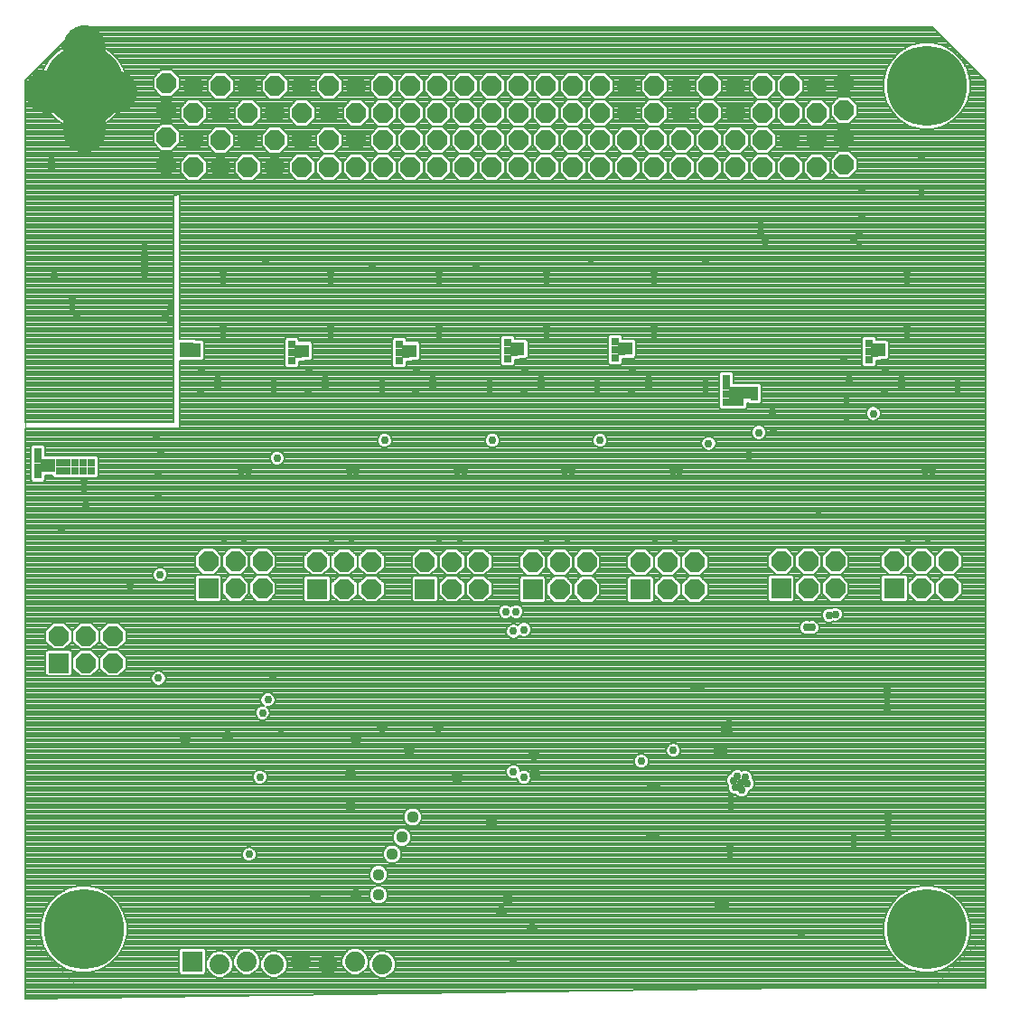
<source format=gbl>
G75*
%MOIN*%
%OFA0B0*%
%FSLAX25Y25*%
%IPPOS*%
%LPD*%
%AMOC8*
5,1,8,0,0,1.08239X$1,22.5*
%
%ADD10C,0.04400*%
%ADD11R,0.07400X0.07400*%
%ADD12C,0.07400*%
%ADD13OC8,0.07400*%
%ADD14C,0.00000*%
%ADD15C,0.29528*%
%ADD16C,0.02978*%
%ADD17C,0.00800*%
%ADD18R,0.02978X0.02978*%
%ADD19C,0.04000*%
%ADD20C,0.15748*%
D10*
X0062181Y0100562D03*
X0077929Y0101546D03*
X0125173Y0100562D03*
X0135016Y0105483D03*
X0144858Y0096625D03*
X0155685Y0105483D03*
X0162575Y0086783D03*
X0175370Y0070050D03*
X0191217Y0087669D03*
X0191118Y0095149D03*
X0146227Y0072019D03*
X0142313Y0064537D03*
X0138692Y0058289D03*
X0133677Y0050769D03*
X0133677Y0043269D03*
X0125173Y0043476D03*
X0110409Y0042491D03*
X0123205Y0075956D03*
X0123205Y0087767D03*
X0178815Y0037078D03*
X0181276Y0041507D03*
X0190134Y0030680D03*
D11*
X0190488Y0155956D03*
X0230252Y0155956D03*
X0282220Y0156350D03*
X0323953Y0156350D03*
X0150724Y0156153D03*
X0110961Y0156153D03*
X0070803Y0156350D03*
X0015685Y0128791D03*
X0064976Y0018700D03*
D12*
X0074976Y0017700D03*
X0084976Y0018700D03*
X0094976Y0017700D03*
X0104976Y0018700D03*
X0114976Y0017700D03*
X0124976Y0018700D03*
X0134976Y0017700D03*
D13*
X0035685Y0128791D03*
X0035685Y0138791D03*
X0025685Y0138791D03*
X0025685Y0128791D03*
X0015685Y0138791D03*
X0070803Y0166350D03*
X0080803Y0166350D03*
X0090803Y0166350D03*
X0090803Y0156350D03*
X0080803Y0156350D03*
X0110961Y0166153D03*
X0120961Y0166153D03*
X0130961Y0166153D03*
X0130961Y0156153D03*
X0120961Y0156153D03*
X0150724Y0166153D03*
X0160724Y0166153D03*
X0160724Y0156153D03*
X0170724Y0156153D03*
X0170724Y0166153D03*
X0190488Y0165956D03*
X0200488Y0165956D03*
X0200488Y0155956D03*
X0210488Y0155956D03*
X0210488Y0165956D03*
X0230252Y0165956D03*
X0240252Y0165956D03*
X0250252Y0165956D03*
X0250252Y0155956D03*
X0240252Y0155956D03*
X0282220Y0166350D03*
X0292220Y0166350D03*
X0292220Y0156350D03*
X0302220Y0156350D03*
X0302220Y0166350D03*
X0323953Y0166350D03*
X0333953Y0166350D03*
X0343953Y0166350D03*
X0343953Y0156350D03*
X0333953Y0156350D03*
X0305409Y0312665D03*
X0305409Y0322665D03*
X0305409Y0332665D03*
X0305409Y0342665D03*
X0295409Y0341665D03*
X0285409Y0341665D03*
X0275409Y0341665D03*
X0265409Y0341665D03*
X0255409Y0341665D03*
X0245409Y0341665D03*
X0235409Y0341665D03*
X0225409Y0341665D03*
X0215409Y0341665D03*
X0205409Y0341665D03*
X0195409Y0341665D03*
X0185409Y0341665D03*
X0175409Y0341665D03*
X0165409Y0341665D03*
X0155409Y0341665D03*
X0145409Y0341665D03*
X0135409Y0341665D03*
X0125409Y0341665D03*
X0115409Y0341665D03*
X0105409Y0341665D03*
X0095409Y0341665D03*
X0085409Y0341665D03*
X0075409Y0341665D03*
X0065409Y0341665D03*
X0065409Y0331665D03*
X0065409Y0321665D03*
X0065409Y0311665D03*
X0075409Y0311665D03*
X0085409Y0311665D03*
X0085409Y0321665D03*
X0075409Y0321665D03*
X0075409Y0331665D03*
X0085409Y0331665D03*
X0095409Y0331665D03*
X0095409Y0321665D03*
X0095409Y0311665D03*
X0105409Y0311665D03*
X0105409Y0321665D03*
X0105409Y0331665D03*
X0115409Y0331665D03*
X0115409Y0321665D03*
X0125409Y0321665D03*
X0125409Y0331665D03*
X0135409Y0331665D03*
X0135409Y0321665D03*
X0135409Y0311665D03*
X0125409Y0311665D03*
X0115409Y0311665D03*
X0145409Y0311665D03*
X0145409Y0321665D03*
X0145409Y0331665D03*
X0155409Y0331665D03*
X0155409Y0321665D03*
X0155409Y0311665D03*
X0165409Y0311665D03*
X0175409Y0311665D03*
X0175409Y0321665D03*
X0165409Y0321665D03*
X0165409Y0331665D03*
X0175409Y0331665D03*
X0185409Y0331665D03*
X0185409Y0321665D03*
X0185409Y0311665D03*
X0195409Y0311665D03*
X0195409Y0321665D03*
X0195409Y0331665D03*
X0205409Y0331665D03*
X0205409Y0321665D03*
X0205409Y0311665D03*
X0215409Y0311665D03*
X0225409Y0311665D03*
X0225409Y0321665D03*
X0215409Y0321665D03*
X0215409Y0331665D03*
X0225409Y0331665D03*
X0235409Y0331665D03*
X0235409Y0321665D03*
X0235409Y0311665D03*
X0245409Y0311665D03*
X0245409Y0321665D03*
X0245409Y0331665D03*
X0255409Y0331665D03*
X0255409Y0321665D03*
X0265409Y0321665D03*
X0265409Y0331665D03*
X0275409Y0331665D03*
X0275409Y0321665D03*
X0275409Y0311665D03*
X0265409Y0311665D03*
X0255409Y0311665D03*
X0285409Y0311665D03*
X0285409Y0321665D03*
X0285409Y0331665D03*
X0295409Y0331665D03*
X0295409Y0321665D03*
X0295409Y0311665D03*
X0055409Y0312665D03*
X0055409Y0322665D03*
X0055409Y0332665D03*
X0055409Y0342665D03*
D14*
X0022929Y0363318D02*
X0337890Y0363318D01*
X0357575Y0343633D01*
X0357575Y0028672D01*
X0337890Y0008987D01*
X0022929Y0008987D01*
X0003244Y0028672D01*
X0003244Y0343633D01*
X0022929Y0363318D01*
D15*
X0024898Y0341665D03*
X0024898Y0030641D03*
X0335921Y0030641D03*
X0335921Y0341665D03*
D16*
X0333953Y0315090D03*
X0333953Y0302294D03*
X0311906Y0303082D03*
X0311906Y0293239D03*
X0310921Y0287137D03*
X0308953Y0284775D03*
X0310921Y0282413D03*
X0328638Y0272373D03*
X0328638Y0270011D03*
X0328638Y0252294D03*
X0328638Y0249539D03*
X0320567Y0236940D03*
X0326618Y0233318D03*
X0326618Y0230562D03*
X0320218Y0228362D03*
X0316236Y0220802D03*
X0306394Y0217649D03*
X0306394Y0225523D03*
X0307378Y0233397D03*
X0305409Y0240287D03*
X0278835Y0223161D03*
X0278835Y0220798D03*
X0279403Y0214693D03*
X0273951Y0213803D03*
X0270449Y0205476D03*
X0255462Y0209775D03*
X0244689Y0199743D03*
X0242130Y0199743D03*
X0243008Y0174735D03*
X0235528Y0174735D03*
X0204925Y0199743D03*
X0202366Y0199743D03*
X0215379Y0210916D03*
X0214374Y0229606D03*
X0214374Y0232106D03*
X0226911Y0228362D03*
X0233311Y0230562D03*
X0233311Y0233318D03*
X0227260Y0236940D03*
X0235331Y0249539D03*
X0235331Y0252294D03*
X0235331Y0270011D03*
X0235331Y0272373D03*
X0254228Y0276704D03*
X0274701Y0287531D03*
X0274701Y0290287D03*
X0276276Y0284381D03*
X0254138Y0232106D03*
X0254138Y0229606D03*
X0295803Y0184893D03*
X0328835Y0174735D03*
X0336315Y0174735D03*
X0335437Y0199743D03*
X0337996Y0199743D03*
X0347445Y0229606D03*
X0347445Y0232106D03*
X0302220Y0146783D03*
X0299858Y0146389D03*
X0293598Y0141861D03*
X0291630Y0141861D03*
X0321354Y0120011D03*
X0321354Y0117255D03*
X0321354Y0114499D03*
X0321354Y0112137D03*
X0321748Y0072767D03*
X0321748Y0070405D03*
X0321748Y0067649D03*
X0321748Y0064893D03*
X0309059Y0064346D03*
X0309059Y0061846D03*
X0289661Y0028672D03*
X0263146Y0058072D03*
X0263146Y0060572D03*
X0263500Y0076123D03*
X0263500Y0078623D03*
X0265277Y0082912D03*
X0267639Y0081928D03*
X0267245Y0084684D03*
X0269607Y0084290D03*
X0268820Y0086652D03*
X0266064Y0087046D03*
X0264489Y0085471D03*
X0263087Y0103476D03*
X0261118Y0104460D03*
X0263087Y0106428D03*
X0252551Y0119920D03*
X0250051Y0119920D03*
X0242417Y0096586D03*
X0230606Y0092649D03*
X0187299Y0086743D03*
X0183362Y0088712D03*
X0183362Y0140492D03*
X0187299Y0141141D03*
X0184346Y0147767D03*
X0180569Y0147767D03*
X0195764Y0174735D03*
X0203244Y0174735D03*
X0175616Y0210916D03*
X0165161Y0199743D03*
X0162602Y0199743D03*
X0163480Y0174735D03*
X0156000Y0174735D03*
X0123717Y0174735D03*
X0116236Y0174735D03*
X0122839Y0199743D03*
X0125398Y0199743D03*
X0135852Y0210916D03*
X0134846Y0229606D03*
X0134846Y0232106D03*
X0147383Y0228362D03*
X0153783Y0230562D03*
X0153783Y0233318D03*
X0147732Y0236940D03*
X0155803Y0249539D03*
X0155803Y0252294D03*
X0155803Y0270011D03*
X0155803Y0272373D03*
X0169583Y0274735D03*
X0195567Y0272373D03*
X0195567Y0270011D03*
X0195567Y0252294D03*
X0195567Y0249539D03*
X0187496Y0236940D03*
X0193547Y0233318D03*
X0193547Y0230562D03*
X0187147Y0228362D03*
X0174610Y0229606D03*
X0174610Y0232106D03*
X0131197Y0274735D03*
X0116039Y0272373D03*
X0116039Y0270011D03*
X0116039Y0252294D03*
X0116039Y0249539D03*
X0107969Y0236940D03*
X0114020Y0233318D03*
X0114020Y0230562D03*
X0107620Y0228362D03*
X0095083Y0229606D03*
X0095083Y0232106D03*
X0076276Y0249539D03*
X0076276Y0252294D03*
X0076276Y0270011D03*
X0076276Y0272373D03*
X0091827Y0276704D03*
X0056984Y0259578D03*
X0055016Y0257216D03*
X0056984Y0254854D03*
X0047142Y0272176D03*
X0047142Y0274539D03*
X0047142Y0276901D03*
X0047142Y0279657D03*
X0047142Y0282019D03*
X0022339Y0256822D03*
X0020764Y0259972D03*
X0020764Y0262728D03*
X0014071Y0271783D03*
X0012890Y0311153D03*
X0012890Y0313515D03*
X0012890Y0315877D03*
X0068205Y0236940D03*
X0074256Y0233318D03*
X0074256Y0230562D03*
X0067856Y0228362D03*
X0051472Y0212728D03*
X0053441Y0205838D03*
X0052457Y0197964D03*
X0052457Y0190090D03*
X0025466Y0187134D03*
X0024898Y0193239D03*
X0024898Y0195602D03*
X0016512Y0177917D03*
X0041866Y0157334D03*
X0053069Y0161406D03*
X0076472Y0174735D03*
X0083953Y0174735D03*
X0083075Y0199743D03*
X0085634Y0199743D03*
X0096256Y0204361D03*
X0094780Y0123161D03*
X0092811Y0115287D03*
X0090843Y0110365D03*
X0097732Y0102491D03*
X0089858Y0086743D03*
X0085921Y0058200D03*
X0052457Y0123161D03*
X0183362Y0018830D03*
X0211906Y0277688D03*
D17*
X0003244Y0215287D02*
X0003244Y0005050D01*
X0286709Y0008987D01*
X0357575Y0008987D01*
X0357575Y0343633D01*
X0337890Y0363318D01*
X0022929Y0363318D01*
X0003244Y0343633D01*
X0003244Y0217649D01*
X0057969Y0217649D01*
X0057969Y0301310D01*
X0060331Y0301507D01*
X0060210Y0248487D01*
X0065860Y0248487D01*
X0066254Y0248094D01*
X0068616Y0248094D01*
X0069319Y0247391D01*
X0069319Y0241056D01*
X0068616Y0240354D01*
X0060191Y0240354D01*
X0060134Y0215287D01*
X0003244Y0215287D01*
X0003244Y0214899D02*
X0271494Y0214899D01*
X0271671Y0215326D02*
X0271262Y0214338D01*
X0271262Y0213268D01*
X0271671Y0212280D01*
X0272428Y0211523D01*
X0273416Y0211114D01*
X0274486Y0211114D01*
X0275474Y0211523D01*
X0276230Y0212280D01*
X0276640Y0213268D01*
X0276640Y0214338D01*
X0276230Y0215326D01*
X0275474Y0216083D01*
X0274486Y0216492D01*
X0273416Y0216492D01*
X0272428Y0216083D01*
X0271671Y0215326D01*
X0272043Y0215698D02*
X0060135Y0215698D01*
X0060137Y0216496D02*
X0357575Y0216496D01*
X0357575Y0215698D02*
X0275859Y0215698D01*
X0276407Y0214899D02*
X0357575Y0214899D01*
X0357575Y0214101D02*
X0276640Y0214101D01*
X0276640Y0213302D02*
X0357575Y0213302D01*
X0357575Y0212504D02*
X0276323Y0212504D01*
X0275656Y0211705D02*
X0357575Y0211705D01*
X0357575Y0210907D02*
X0257904Y0210907D01*
X0257742Y0211298D02*
X0256985Y0212054D01*
X0255997Y0212464D01*
X0254927Y0212464D01*
X0253939Y0212054D01*
X0253183Y0211298D01*
X0252773Y0210310D01*
X0252773Y0209240D01*
X0253183Y0208252D01*
X0253939Y0207495D01*
X0254927Y0207086D01*
X0255997Y0207086D01*
X0256985Y0207495D01*
X0257742Y0208252D01*
X0258151Y0209240D01*
X0258151Y0210310D01*
X0257742Y0211298D01*
X0257335Y0211705D02*
X0272246Y0211705D01*
X0271579Y0212504D02*
X0217595Y0212504D01*
X0217659Y0212439D02*
X0216903Y0213195D01*
X0215914Y0213605D01*
X0214845Y0213605D01*
X0213856Y0213195D01*
X0213100Y0212439D01*
X0212691Y0211451D01*
X0212691Y0210381D01*
X0213100Y0209393D01*
X0213856Y0208636D01*
X0214845Y0208227D01*
X0215914Y0208227D01*
X0216903Y0208636D01*
X0217659Y0209393D01*
X0218068Y0210381D01*
X0218068Y0211451D01*
X0217659Y0212439D01*
X0217963Y0211705D02*
X0253590Y0211705D01*
X0253020Y0210907D02*
X0218068Y0210907D01*
X0217955Y0210108D02*
X0252773Y0210108D01*
X0252773Y0209310D02*
X0217576Y0209310D01*
X0216600Y0208511D02*
X0253075Y0208511D01*
X0253722Y0207713D02*
X0010657Y0207713D01*
X0010657Y0208511D02*
X0134631Y0208511D01*
X0134329Y0208636D02*
X0135317Y0208227D01*
X0136387Y0208227D01*
X0137375Y0208636D01*
X0138132Y0209393D01*
X0138541Y0210381D01*
X0138541Y0211451D01*
X0138132Y0212439D01*
X0137375Y0213195D01*
X0136387Y0213605D01*
X0135317Y0213605D01*
X0134329Y0213195D01*
X0133572Y0212439D01*
X0133163Y0211451D01*
X0133163Y0210381D01*
X0133572Y0209393D01*
X0134329Y0208636D01*
X0133655Y0209310D02*
X0009959Y0209310D01*
X0009955Y0209314D02*
X0005982Y0209314D01*
X0005280Y0208611D01*
X0005280Y0196175D01*
X0005982Y0195472D01*
X0009955Y0195472D01*
X0010657Y0196175D01*
X0010657Y0197834D01*
X0012317Y0197834D01*
X0012514Y0198031D01*
X0013154Y0198031D01*
X0013154Y0197749D01*
X0013856Y0197046D01*
X0029640Y0197046D01*
X0030343Y0197749D01*
X0030343Y0204674D01*
X0029640Y0205377D01*
X0010657Y0205377D01*
X0010657Y0206052D01*
X0010657Y0208611D01*
X0009955Y0209314D01*
X0010657Y0206914D02*
X0095392Y0206914D01*
X0095721Y0207050D02*
X0094733Y0206641D01*
X0093976Y0205885D01*
X0093567Y0204896D01*
X0093567Y0203827D01*
X0093976Y0202838D01*
X0094733Y0202082D01*
X0095721Y0201672D01*
X0096791Y0201672D01*
X0097779Y0202082D01*
X0098535Y0202838D01*
X0098945Y0203827D01*
X0098945Y0204896D01*
X0098535Y0205885D01*
X0097779Y0206641D01*
X0096791Y0207050D01*
X0095721Y0207050D01*
X0097120Y0206914D02*
X0357575Y0206914D01*
X0357575Y0206116D02*
X0098305Y0206116D01*
X0098771Y0205317D02*
X0357575Y0205317D01*
X0357575Y0204519D02*
X0098945Y0204519D01*
X0098901Y0203720D02*
X0357575Y0203720D01*
X0357575Y0202921D02*
X0098570Y0202921D01*
X0097820Y0202123D02*
X0357575Y0202123D01*
X0357575Y0201324D02*
X0030343Y0201324D01*
X0030343Y0200526D02*
X0357575Y0200526D01*
X0357575Y0199727D02*
X0030343Y0199727D01*
X0030343Y0198929D02*
X0357575Y0198929D01*
X0357575Y0198130D02*
X0030343Y0198130D01*
X0029925Y0197332D02*
X0357575Y0197332D01*
X0357575Y0196533D02*
X0010657Y0196533D01*
X0010657Y0197332D02*
X0013571Y0197332D01*
X0010218Y0195735D02*
X0357575Y0195735D01*
X0357575Y0194936D02*
X0003244Y0194936D01*
X0003244Y0194138D02*
X0357575Y0194138D01*
X0357575Y0193339D02*
X0003244Y0193339D01*
X0003244Y0192541D02*
X0357575Y0192541D01*
X0357575Y0191742D02*
X0003244Y0191742D01*
X0003244Y0190944D02*
X0357575Y0190944D01*
X0357575Y0190145D02*
X0003244Y0190145D01*
X0003244Y0189347D02*
X0357575Y0189347D01*
X0357575Y0188548D02*
X0003244Y0188548D01*
X0003244Y0187750D02*
X0357575Y0187750D01*
X0357575Y0186951D02*
X0003244Y0186951D01*
X0003244Y0186153D02*
X0357575Y0186153D01*
X0357575Y0185354D02*
X0003244Y0185354D01*
X0003244Y0184556D02*
X0357575Y0184556D01*
X0357575Y0183757D02*
X0003244Y0183757D01*
X0003244Y0182959D02*
X0357575Y0182959D01*
X0357575Y0182160D02*
X0003244Y0182160D01*
X0003244Y0181362D02*
X0357575Y0181362D01*
X0357575Y0180563D02*
X0003244Y0180563D01*
X0003244Y0179765D02*
X0357575Y0179765D01*
X0357575Y0178966D02*
X0003244Y0178966D01*
X0003244Y0178168D02*
X0357575Y0178168D01*
X0357575Y0177369D02*
X0003244Y0177369D01*
X0003244Y0176571D02*
X0357575Y0176571D01*
X0357575Y0175772D02*
X0003244Y0175772D01*
X0003244Y0174974D02*
X0357575Y0174974D01*
X0357575Y0174175D02*
X0003244Y0174175D01*
X0003244Y0173377D02*
X0357575Y0173377D01*
X0357575Y0172578D02*
X0003244Y0172578D01*
X0003244Y0171780D02*
X0357575Y0171780D01*
X0357575Y0170981D02*
X0346251Y0170981D01*
X0345982Y0171250D02*
X0341923Y0171250D01*
X0339053Y0168379D01*
X0339053Y0164320D01*
X0341923Y0161450D01*
X0345982Y0161450D01*
X0348853Y0164320D01*
X0348853Y0168379D01*
X0345982Y0171250D01*
X0347049Y0170183D02*
X0357575Y0170183D01*
X0357575Y0169384D02*
X0347848Y0169384D01*
X0348646Y0168586D02*
X0357575Y0168586D01*
X0357575Y0167787D02*
X0348853Y0167787D01*
X0348853Y0166988D02*
X0357575Y0166988D01*
X0357575Y0166190D02*
X0348853Y0166190D01*
X0348853Y0165391D02*
X0357575Y0165391D01*
X0357575Y0164593D02*
X0348853Y0164593D01*
X0348327Y0163794D02*
X0357575Y0163794D01*
X0357575Y0162996D02*
X0347529Y0162996D01*
X0346730Y0162197D02*
X0357575Y0162197D01*
X0357575Y0161399D02*
X0252625Y0161399D01*
X0252282Y0161056D02*
X0255152Y0163926D01*
X0255152Y0167986D01*
X0252282Y0170856D01*
X0248222Y0170856D01*
X0245352Y0167986D01*
X0245352Y0163926D01*
X0248222Y0161056D01*
X0252282Y0161056D01*
X0252282Y0160856D02*
X0248222Y0160856D01*
X0245352Y0157986D01*
X0245352Y0153926D01*
X0248222Y0151056D01*
X0252282Y0151056D01*
X0255152Y0153926D01*
X0255152Y0157986D01*
X0252282Y0160856D01*
X0252537Y0160600D02*
X0277374Y0160600D01*
X0277320Y0160547D02*
X0277320Y0152153D01*
X0278023Y0151450D01*
X0286418Y0151450D01*
X0287120Y0152153D01*
X0287120Y0160547D01*
X0286418Y0161250D01*
X0278023Y0161250D01*
X0277320Y0160547D01*
X0277320Y0159802D02*
X0253336Y0159802D01*
X0254134Y0159003D02*
X0277320Y0159003D01*
X0277320Y0158205D02*
X0254933Y0158205D01*
X0255152Y0157406D02*
X0277320Y0157406D01*
X0277320Y0156608D02*
X0255152Y0156608D01*
X0255152Y0155809D02*
X0277320Y0155809D01*
X0277320Y0155011D02*
X0255152Y0155011D01*
X0255152Y0154212D02*
X0277320Y0154212D01*
X0277320Y0153414D02*
X0254639Y0153414D01*
X0253841Y0152615D02*
X0277320Y0152615D01*
X0277656Y0151817D02*
X0253042Y0151817D01*
X0247461Y0151817D02*
X0243042Y0151817D01*
X0242282Y0151056D02*
X0245152Y0153926D01*
X0245152Y0157986D01*
X0242282Y0160856D01*
X0238222Y0160856D01*
X0235352Y0157986D01*
X0235352Y0153926D01*
X0238222Y0151056D01*
X0242282Y0151056D01*
X0243841Y0152615D02*
X0246663Y0152615D01*
X0245864Y0153414D02*
X0244639Y0153414D01*
X0245152Y0154212D02*
X0245352Y0154212D01*
X0245352Y0155011D02*
X0245152Y0155011D01*
X0245152Y0155809D02*
X0245352Y0155809D01*
X0245352Y0156608D02*
X0245152Y0156608D01*
X0245152Y0157406D02*
X0245352Y0157406D01*
X0245571Y0158205D02*
X0244933Y0158205D01*
X0244134Y0159003D02*
X0246370Y0159003D01*
X0247168Y0159802D02*
X0243336Y0159802D01*
X0242537Y0160600D02*
X0247967Y0160600D01*
X0247879Y0161399D02*
X0242625Y0161399D01*
X0242282Y0161056D02*
X0245152Y0163926D01*
X0245152Y0167986D01*
X0242282Y0170856D01*
X0238222Y0170856D01*
X0235352Y0167986D01*
X0235352Y0163926D01*
X0238222Y0161056D01*
X0242282Y0161056D01*
X0243423Y0162197D02*
X0247081Y0162197D01*
X0246282Y0162996D02*
X0244222Y0162996D01*
X0245020Y0163794D02*
X0245484Y0163794D01*
X0245352Y0164593D02*
X0245152Y0164593D01*
X0245152Y0165391D02*
X0245352Y0165391D01*
X0245352Y0166190D02*
X0245152Y0166190D01*
X0245152Y0166988D02*
X0245352Y0166988D01*
X0245352Y0167787D02*
X0245152Y0167787D01*
X0244552Y0168586D02*
X0245952Y0168586D01*
X0246750Y0169384D02*
X0243753Y0169384D01*
X0242955Y0170183D02*
X0247549Y0170183D01*
X0252955Y0170183D02*
X0279124Y0170183D01*
X0279922Y0170981D02*
X0172826Y0170981D01*
X0172754Y0171053D02*
X0168695Y0171053D01*
X0165824Y0168182D01*
X0165824Y0164123D01*
X0168695Y0161253D01*
X0172754Y0161253D01*
X0175624Y0164123D01*
X0175624Y0168182D01*
X0172754Y0171053D01*
X0173624Y0170183D02*
X0187785Y0170183D01*
X0188459Y0170856D02*
X0185588Y0167986D01*
X0185588Y0163926D01*
X0188459Y0161056D01*
X0192518Y0161056D01*
X0195388Y0163926D01*
X0195388Y0167986D01*
X0192518Y0170856D01*
X0188459Y0170856D01*
X0186987Y0169384D02*
X0174423Y0169384D01*
X0175221Y0168586D02*
X0186188Y0168586D01*
X0185588Y0167787D02*
X0175624Y0167787D01*
X0175624Y0166988D02*
X0185588Y0166988D01*
X0185588Y0166190D02*
X0175624Y0166190D01*
X0175624Y0165391D02*
X0185588Y0165391D01*
X0185588Y0164593D02*
X0175624Y0164593D01*
X0175296Y0163794D02*
X0185720Y0163794D01*
X0186519Y0162996D02*
X0174497Y0162996D01*
X0173699Y0162197D02*
X0187317Y0162197D01*
X0188116Y0161399D02*
X0172900Y0161399D01*
X0172754Y0161053D02*
X0168695Y0161053D01*
X0165824Y0158182D01*
X0165824Y0154123D01*
X0168695Y0151253D01*
X0172754Y0151253D01*
X0175624Y0154123D01*
X0175624Y0158182D01*
X0172754Y0161053D01*
X0173206Y0160600D02*
X0186036Y0160600D01*
X0186291Y0160856D02*
X0185588Y0160153D01*
X0185588Y0151759D01*
X0186291Y0151056D01*
X0194685Y0151056D01*
X0195388Y0151759D01*
X0195388Y0160153D01*
X0194685Y0160856D01*
X0186291Y0160856D01*
X0185588Y0159802D02*
X0174005Y0159802D01*
X0174803Y0159003D02*
X0185588Y0159003D01*
X0185588Y0158205D02*
X0175602Y0158205D01*
X0175624Y0157406D02*
X0185588Y0157406D01*
X0185588Y0156608D02*
X0175624Y0156608D01*
X0175624Y0155809D02*
X0185588Y0155809D01*
X0185588Y0155011D02*
X0175624Y0155011D01*
X0175624Y0154212D02*
X0185588Y0154212D01*
X0185588Y0153414D02*
X0174915Y0153414D01*
X0174117Y0152615D02*
X0185588Y0152615D01*
X0185588Y0151817D02*
X0173318Y0151817D01*
X0178289Y0149290D02*
X0177880Y0148302D01*
X0177880Y0147232D01*
X0178289Y0146244D01*
X0179045Y0145487D01*
X0180034Y0145078D01*
X0181103Y0145078D01*
X0182092Y0145487D01*
X0182457Y0145853D01*
X0182823Y0145487D01*
X0183812Y0145078D01*
X0184881Y0145078D01*
X0185870Y0145487D01*
X0186626Y0146244D01*
X0187035Y0147232D01*
X0187035Y0148302D01*
X0186626Y0149290D01*
X0185870Y0150047D01*
X0184881Y0150456D01*
X0183812Y0150456D01*
X0182823Y0150047D01*
X0182457Y0149681D01*
X0182092Y0150047D01*
X0181103Y0150456D01*
X0180034Y0150456D01*
X0179045Y0150047D01*
X0178289Y0149290D01*
X0178420Y0149421D02*
X0003244Y0149421D01*
X0003244Y0148623D02*
X0178012Y0148623D01*
X0177880Y0147824D02*
X0003244Y0147824D01*
X0003244Y0147026D02*
X0177965Y0147026D01*
X0178305Y0146227D02*
X0003244Y0146227D01*
X0003244Y0145429D02*
X0179187Y0145429D01*
X0181950Y0145429D02*
X0182965Y0145429D01*
X0182827Y0143181D02*
X0181839Y0142772D01*
X0181083Y0142015D01*
X0180673Y0141027D01*
X0180673Y0139957D01*
X0181083Y0138969D01*
X0181839Y0138213D01*
X0182827Y0137803D01*
X0183897Y0137803D01*
X0184885Y0138213D01*
X0185642Y0138969D01*
X0185650Y0138988D01*
X0185776Y0138861D01*
X0186764Y0138452D01*
X0187834Y0138452D01*
X0188822Y0138861D01*
X0189579Y0139618D01*
X0189988Y0140606D01*
X0189988Y0141676D01*
X0189579Y0142664D01*
X0188822Y0143421D01*
X0187834Y0143830D01*
X0186764Y0143830D01*
X0185776Y0143421D01*
X0185020Y0142664D01*
X0185012Y0142645D01*
X0184885Y0142772D01*
X0183897Y0143181D01*
X0182827Y0143181D01*
X0182470Y0143033D02*
X0038372Y0143033D01*
X0037715Y0143691D02*
X0033655Y0143691D01*
X0030785Y0140820D01*
X0030785Y0136761D01*
X0033655Y0133891D01*
X0037715Y0133891D01*
X0040585Y0136761D01*
X0040585Y0140820D01*
X0037715Y0143691D01*
X0039171Y0142235D02*
X0181302Y0142235D01*
X0180843Y0141436D02*
X0039969Y0141436D01*
X0040585Y0140638D02*
X0180673Y0140638D01*
X0180722Y0139839D02*
X0040585Y0139839D01*
X0040585Y0139041D02*
X0181053Y0139041D01*
X0181809Y0138242D02*
X0040585Y0138242D01*
X0040585Y0137444D02*
X0357575Y0137444D01*
X0357575Y0138242D02*
X0184915Y0138242D01*
X0189002Y0139041D02*
X0357575Y0139041D01*
X0357575Y0139839D02*
X0295379Y0139839D01*
X0295122Y0139582D02*
X0295878Y0140338D01*
X0296287Y0141327D01*
X0296287Y0142396D01*
X0295878Y0143385D01*
X0295122Y0144141D01*
X0294133Y0144550D01*
X0293064Y0144550D01*
X0292614Y0144364D01*
X0292165Y0144550D01*
X0291095Y0144550D01*
X0290107Y0144141D01*
X0289350Y0143385D01*
X0288941Y0142396D01*
X0288941Y0141327D01*
X0289350Y0140338D01*
X0290107Y0139582D01*
X0291095Y0139172D01*
X0292165Y0139172D01*
X0292614Y0139359D01*
X0293064Y0139172D01*
X0294133Y0139172D01*
X0295122Y0139582D01*
X0296002Y0140638D02*
X0357575Y0140638D01*
X0357575Y0141436D02*
X0296287Y0141436D01*
X0296287Y0142235D02*
X0357575Y0142235D01*
X0357575Y0143033D02*
X0296024Y0143033D01*
X0295431Y0143832D02*
X0299006Y0143832D01*
X0299323Y0143700D02*
X0300393Y0143700D01*
X0301381Y0144109D01*
X0301459Y0144187D01*
X0301686Y0144094D01*
X0302755Y0144094D01*
X0303744Y0144503D01*
X0304500Y0145259D01*
X0304909Y0146248D01*
X0304909Y0147318D01*
X0304500Y0148306D01*
X0303744Y0149062D01*
X0302755Y0149472D01*
X0301686Y0149472D01*
X0300697Y0149062D01*
X0300619Y0148984D01*
X0300393Y0149078D01*
X0299323Y0149078D01*
X0298335Y0148669D01*
X0297579Y0147912D01*
X0297169Y0146924D01*
X0297169Y0145854D01*
X0297579Y0144866D01*
X0298335Y0144109D01*
X0299323Y0143700D01*
X0300711Y0143832D02*
X0357575Y0143832D01*
X0357575Y0144630D02*
X0303871Y0144630D01*
X0304570Y0145429D02*
X0357575Y0145429D01*
X0357575Y0146227D02*
X0304901Y0146227D01*
X0304909Y0147026D02*
X0357575Y0147026D01*
X0357575Y0147824D02*
X0304700Y0147824D01*
X0304183Y0148623D02*
X0357575Y0148623D01*
X0357575Y0149421D02*
X0302877Y0149421D01*
X0301564Y0149421D02*
X0186495Y0149421D01*
X0186902Y0148623D02*
X0298289Y0148623D01*
X0297542Y0147824D02*
X0187035Y0147824D01*
X0186950Y0147026D02*
X0297211Y0147026D01*
X0297169Y0146227D02*
X0186609Y0146227D01*
X0185728Y0145429D02*
X0297345Y0145429D01*
X0297814Y0144630D02*
X0003244Y0144630D01*
X0003244Y0143832D02*
X0289797Y0143832D01*
X0289205Y0143033D02*
X0189210Y0143033D01*
X0189757Y0142235D02*
X0288941Y0142235D01*
X0288941Y0141436D02*
X0189988Y0141436D01*
X0189988Y0140638D02*
X0289226Y0140638D01*
X0289849Y0139839D02*
X0189670Y0139839D01*
X0185389Y0143033D02*
X0184254Y0143033D01*
X0183241Y0150220D02*
X0181673Y0150220D01*
X0179464Y0150220D02*
X0003244Y0150220D01*
X0003244Y0151018D02*
X0357575Y0151018D01*
X0357575Y0150220D02*
X0185451Y0150220D01*
X0195388Y0151817D02*
X0197698Y0151817D01*
X0198459Y0151056D02*
X0202518Y0151056D01*
X0205388Y0153926D01*
X0205388Y0157986D01*
X0202518Y0160856D01*
X0198459Y0160856D01*
X0195588Y0157986D01*
X0195588Y0153926D01*
X0198459Y0151056D01*
X0196899Y0152615D02*
X0195388Y0152615D01*
X0195388Y0153414D02*
X0196101Y0153414D01*
X0195588Y0154212D02*
X0195388Y0154212D01*
X0195388Y0155011D02*
X0195588Y0155011D01*
X0195588Y0155809D02*
X0195388Y0155809D01*
X0195388Y0156608D02*
X0195588Y0156608D01*
X0195588Y0157406D02*
X0195388Y0157406D01*
X0195388Y0158205D02*
X0195808Y0158205D01*
X0195388Y0159003D02*
X0196606Y0159003D01*
X0197405Y0159802D02*
X0195388Y0159802D01*
X0194941Y0160600D02*
X0198203Y0160600D01*
X0198459Y0161056D02*
X0195588Y0163926D01*
X0195588Y0167986D01*
X0198459Y0170856D01*
X0202518Y0170856D01*
X0205388Y0167986D01*
X0205388Y0163926D01*
X0202518Y0161056D01*
X0198459Y0161056D01*
X0198116Y0161399D02*
X0192861Y0161399D01*
X0193659Y0162197D02*
X0197317Y0162197D01*
X0196519Y0162996D02*
X0194458Y0162996D01*
X0195256Y0163794D02*
X0195720Y0163794D01*
X0195588Y0164593D02*
X0195388Y0164593D01*
X0195388Y0165391D02*
X0195588Y0165391D01*
X0195588Y0166190D02*
X0195388Y0166190D01*
X0195388Y0166988D02*
X0195588Y0166988D01*
X0195588Y0167787D02*
X0195388Y0167787D01*
X0194788Y0168586D02*
X0196188Y0168586D01*
X0196987Y0169384D02*
X0193990Y0169384D01*
X0193191Y0170183D02*
X0197785Y0170183D01*
X0203191Y0170183D02*
X0207785Y0170183D01*
X0208459Y0170856D02*
X0205588Y0167986D01*
X0205588Y0163926D01*
X0208459Y0161056D01*
X0212518Y0161056D01*
X0215388Y0163926D01*
X0215388Y0167986D01*
X0212518Y0170856D01*
X0208459Y0170856D01*
X0206987Y0169384D02*
X0203990Y0169384D01*
X0204788Y0168586D02*
X0206188Y0168586D01*
X0205588Y0167787D02*
X0205388Y0167787D01*
X0205388Y0166988D02*
X0205588Y0166988D01*
X0205588Y0166190D02*
X0205388Y0166190D01*
X0205388Y0165391D02*
X0205588Y0165391D01*
X0205588Y0164593D02*
X0205388Y0164593D01*
X0205256Y0163794D02*
X0205720Y0163794D01*
X0206519Y0162996D02*
X0204458Y0162996D01*
X0203659Y0162197D02*
X0207317Y0162197D01*
X0208116Y0161399D02*
X0202861Y0161399D01*
X0202773Y0160600D02*
X0208203Y0160600D01*
X0208459Y0160856D02*
X0205588Y0157986D01*
X0205588Y0153926D01*
X0208459Y0151056D01*
X0212518Y0151056D01*
X0215388Y0153926D01*
X0215388Y0157986D01*
X0212518Y0160856D01*
X0208459Y0160856D01*
X0207405Y0159802D02*
X0203572Y0159802D01*
X0204370Y0159003D02*
X0206606Y0159003D01*
X0205808Y0158205D02*
X0205169Y0158205D01*
X0205388Y0157406D02*
X0205588Y0157406D01*
X0205588Y0156608D02*
X0205388Y0156608D01*
X0205388Y0155809D02*
X0205588Y0155809D01*
X0205588Y0155011D02*
X0205388Y0155011D01*
X0205388Y0154212D02*
X0205588Y0154212D01*
X0206101Y0153414D02*
X0204876Y0153414D01*
X0204077Y0152615D02*
X0206899Y0152615D01*
X0207698Y0151817D02*
X0203279Y0151817D01*
X0213279Y0151817D02*
X0225352Y0151817D01*
X0225352Y0151759D02*
X0226055Y0151056D01*
X0234449Y0151056D01*
X0235152Y0151759D01*
X0235152Y0160153D01*
X0234449Y0160856D01*
X0226055Y0160856D01*
X0225352Y0160153D01*
X0225352Y0151759D01*
X0225352Y0152615D02*
X0214077Y0152615D01*
X0214876Y0153414D02*
X0225352Y0153414D01*
X0225352Y0154212D02*
X0215388Y0154212D01*
X0215388Y0155011D02*
X0225352Y0155011D01*
X0225352Y0155809D02*
X0215388Y0155809D01*
X0215388Y0156608D02*
X0225352Y0156608D01*
X0225352Y0157406D02*
X0215388Y0157406D01*
X0215169Y0158205D02*
X0225352Y0158205D01*
X0225352Y0159003D02*
X0214370Y0159003D01*
X0213572Y0159802D02*
X0225352Y0159802D01*
X0225799Y0160600D02*
X0212773Y0160600D01*
X0212861Y0161399D02*
X0227879Y0161399D01*
X0228222Y0161056D02*
X0232282Y0161056D01*
X0235152Y0163926D01*
X0235152Y0167986D01*
X0232282Y0170856D01*
X0228222Y0170856D01*
X0225352Y0167986D01*
X0225352Y0163926D01*
X0228222Y0161056D01*
X0227081Y0162197D02*
X0213659Y0162197D01*
X0214458Y0162996D02*
X0226282Y0162996D01*
X0225484Y0163794D02*
X0215256Y0163794D01*
X0215388Y0164593D02*
X0225352Y0164593D01*
X0225352Y0165391D02*
X0215388Y0165391D01*
X0215388Y0166190D02*
X0225352Y0166190D01*
X0225352Y0166988D02*
X0215388Y0166988D01*
X0215388Y0167787D02*
X0225352Y0167787D01*
X0225952Y0168586D02*
X0214788Y0168586D01*
X0213990Y0169384D02*
X0226750Y0169384D01*
X0227549Y0170183D02*
X0213191Y0170183D01*
X0232955Y0170183D02*
X0237549Y0170183D01*
X0236750Y0169384D02*
X0233753Y0169384D01*
X0234552Y0168586D02*
X0235952Y0168586D01*
X0235352Y0167787D02*
X0235152Y0167787D01*
X0235152Y0166988D02*
X0235352Y0166988D01*
X0235352Y0166190D02*
X0235152Y0166190D01*
X0235152Y0165391D02*
X0235352Y0165391D01*
X0235352Y0164593D02*
X0235152Y0164593D01*
X0235020Y0163794D02*
X0235484Y0163794D01*
X0236282Y0162996D02*
X0234222Y0162996D01*
X0233423Y0162197D02*
X0237081Y0162197D01*
X0237879Y0161399D02*
X0232625Y0161399D01*
X0234705Y0160600D02*
X0237967Y0160600D01*
X0237168Y0159802D02*
X0235152Y0159802D01*
X0235152Y0159003D02*
X0236370Y0159003D01*
X0235571Y0158205D02*
X0235152Y0158205D01*
X0235152Y0157406D02*
X0235352Y0157406D01*
X0235352Y0156608D02*
X0235152Y0156608D01*
X0235152Y0155809D02*
X0235352Y0155809D01*
X0235352Y0155011D02*
X0235152Y0155011D01*
X0235152Y0154212D02*
X0235352Y0154212D01*
X0235152Y0153414D02*
X0235864Y0153414D01*
X0235152Y0152615D02*
X0236663Y0152615D01*
X0237461Y0151817D02*
X0235152Y0151817D01*
X0253423Y0162197D02*
X0279443Y0162197D01*
X0280191Y0161450D02*
X0277320Y0164320D01*
X0277320Y0168379D01*
X0280191Y0171250D01*
X0284250Y0171250D01*
X0287120Y0168379D01*
X0287120Y0164320D01*
X0284250Y0161450D01*
X0280191Y0161450D01*
X0278645Y0162996D02*
X0254222Y0162996D01*
X0255020Y0163794D02*
X0277846Y0163794D01*
X0277320Y0164593D02*
X0255152Y0164593D01*
X0255152Y0165391D02*
X0277320Y0165391D01*
X0277320Y0166190D02*
X0255152Y0166190D01*
X0255152Y0166988D02*
X0277320Y0166988D01*
X0277320Y0167787D02*
X0255152Y0167787D01*
X0254552Y0168586D02*
X0277527Y0168586D01*
X0278325Y0169384D02*
X0253753Y0169384D01*
X0284519Y0170981D02*
X0289922Y0170981D01*
X0290191Y0171250D02*
X0287320Y0168379D01*
X0287320Y0164320D01*
X0290191Y0161450D01*
X0294250Y0161450D01*
X0297120Y0164320D01*
X0297120Y0168379D01*
X0294250Y0171250D01*
X0290191Y0171250D01*
X0289124Y0170183D02*
X0285317Y0170183D01*
X0286116Y0169384D02*
X0288325Y0169384D01*
X0287527Y0168586D02*
X0286914Y0168586D01*
X0287120Y0167787D02*
X0287320Y0167787D01*
X0287320Y0166988D02*
X0287120Y0166988D01*
X0287120Y0166190D02*
X0287320Y0166190D01*
X0287320Y0165391D02*
X0287120Y0165391D01*
X0287120Y0164593D02*
X0287320Y0164593D01*
X0287846Y0163794D02*
X0286595Y0163794D01*
X0285796Y0162996D02*
X0288645Y0162996D01*
X0289443Y0162197D02*
X0284998Y0162197D01*
X0287067Y0160600D02*
X0289542Y0160600D01*
X0290191Y0161250D02*
X0287320Y0158379D01*
X0287320Y0154320D01*
X0290191Y0151450D01*
X0294250Y0151450D01*
X0297120Y0154320D01*
X0297120Y0158379D01*
X0294250Y0161250D01*
X0290191Y0161250D01*
X0288743Y0159802D02*
X0287120Y0159802D01*
X0287120Y0159003D02*
X0287945Y0159003D01*
X0287320Y0158205D02*
X0287120Y0158205D01*
X0287120Y0157406D02*
X0287320Y0157406D01*
X0287320Y0156608D02*
X0287120Y0156608D01*
X0287120Y0155809D02*
X0287320Y0155809D01*
X0287320Y0155011D02*
X0287120Y0155011D01*
X0287120Y0154212D02*
X0287428Y0154212D01*
X0287120Y0153414D02*
X0288227Y0153414D01*
X0289025Y0152615D02*
X0287120Y0152615D01*
X0286785Y0151817D02*
X0289824Y0151817D01*
X0294617Y0151817D02*
X0299824Y0151817D01*
X0300191Y0151450D02*
X0304250Y0151450D01*
X0307120Y0154320D01*
X0307120Y0158379D01*
X0304250Y0161250D01*
X0300191Y0161250D01*
X0297320Y0158379D01*
X0297320Y0154320D01*
X0300191Y0151450D01*
X0299025Y0152615D02*
X0295416Y0152615D01*
X0296214Y0153414D02*
X0298227Y0153414D01*
X0297428Y0154212D02*
X0297013Y0154212D01*
X0297120Y0155011D02*
X0297320Y0155011D01*
X0297320Y0155809D02*
X0297120Y0155809D01*
X0297120Y0156608D02*
X0297320Y0156608D01*
X0297320Y0157406D02*
X0297120Y0157406D01*
X0297120Y0158205D02*
X0297320Y0158205D01*
X0297945Y0159003D02*
X0296496Y0159003D01*
X0295698Y0159802D02*
X0298743Y0159802D01*
X0299542Y0160600D02*
X0294899Y0160600D01*
X0294998Y0162197D02*
X0299443Y0162197D01*
X0300191Y0161450D02*
X0304250Y0161450D01*
X0307120Y0164320D01*
X0307120Y0168379D01*
X0304250Y0171250D01*
X0300191Y0171250D01*
X0297320Y0168379D01*
X0297320Y0164320D01*
X0300191Y0161450D01*
X0298645Y0162996D02*
X0295796Y0162996D01*
X0296595Y0163794D02*
X0297846Y0163794D01*
X0297320Y0164593D02*
X0297120Y0164593D01*
X0297120Y0165391D02*
X0297320Y0165391D01*
X0297320Y0166190D02*
X0297120Y0166190D01*
X0297120Y0166988D02*
X0297320Y0166988D01*
X0297320Y0167787D02*
X0297120Y0167787D01*
X0296914Y0168586D02*
X0297527Y0168586D01*
X0298325Y0169384D02*
X0296116Y0169384D01*
X0295317Y0170183D02*
X0299124Y0170183D01*
X0299922Y0170981D02*
X0294519Y0170981D01*
X0304519Y0170981D02*
X0321655Y0170981D01*
X0321923Y0171250D02*
X0319053Y0168379D01*
X0319053Y0164320D01*
X0321923Y0161450D01*
X0325982Y0161450D01*
X0328853Y0164320D01*
X0328853Y0168379D01*
X0325982Y0171250D01*
X0321923Y0171250D01*
X0320856Y0170183D02*
X0305317Y0170183D01*
X0306116Y0169384D02*
X0320058Y0169384D01*
X0319259Y0168586D02*
X0306914Y0168586D01*
X0307120Y0167787D02*
X0319053Y0167787D01*
X0319053Y0166988D02*
X0307120Y0166988D01*
X0307120Y0166190D02*
X0319053Y0166190D01*
X0319053Y0165391D02*
X0307120Y0165391D01*
X0307120Y0164593D02*
X0319053Y0164593D01*
X0319578Y0163794D02*
X0306595Y0163794D01*
X0305796Y0162996D02*
X0320377Y0162996D01*
X0321175Y0162197D02*
X0304998Y0162197D01*
X0304899Y0160600D02*
X0319106Y0160600D01*
X0319053Y0160547D02*
X0319053Y0152153D01*
X0319756Y0151450D01*
X0328150Y0151450D01*
X0328853Y0152153D01*
X0328853Y0160547D01*
X0328150Y0161250D01*
X0319756Y0161250D01*
X0319053Y0160547D01*
X0319053Y0159802D02*
X0305698Y0159802D01*
X0306496Y0159003D02*
X0319053Y0159003D01*
X0319053Y0158205D02*
X0307120Y0158205D01*
X0307120Y0157406D02*
X0319053Y0157406D01*
X0319053Y0156608D02*
X0307120Y0156608D01*
X0307120Y0155809D02*
X0319053Y0155809D01*
X0319053Y0155011D02*
X0307120Y0155011D01*
X0307013Y0154212D02*
X0319053Y0154212D01*
X0319053Y0153414D02*
X0306214Y0153414D01*
X0305416Y0152615D02*
X0319053Y0152615D01*
X0319389Y0151817D02*
X0304617Y0151817D01*
X0326251Y0170981D02*
X0331655Y0170981D01*
X0331923Y0171250D02*
X0329053Y0168379D01*
X0329053Y0164320D01*
X0331923Y0161450D01*
X0335982Y0161450D01*
X0338853Y0164320D01*
X0338853Y0168379D01*
X0335982Y0171250D01*
X0331923Y0171250D01*
X0330856Y0170183D02*
X0327049Y0170183D01*
X0327848Y0169384D02*
X0330058Y0169384D01*
X0329259Y0168586D02*
X0328646Y0168586D01*
X0328853Y0167787D02*
X0329053Y0167787D01*
X0329053Y0166988D02*
X0328853Y0166988D01*
X0328853Y0166190D02*
X0329053Y0166190D01*
X0329053Y0165391D02*
X0328853Y0165391D01*
X0328853Y0164593D02*
X0329053Y0164593D01*
X0329578Y0163794D02*
X0328327Y0163794D01*
X0327529Y0162996D02*
X0330377Y0162996D01*
X0331175Y0162197D02*
X0326730Y0162197D01*
X0328799Y0160600D02*
X0331274Y0160600D01*
X0331923Y0161250D02*
X0329053Y0158379D01*
X0329053Y0154320D01*
X0331923Y0151450D01*
X0335982Y0151450D01*
X0338853Y0154320D01*
X0338853Y0158379D01*
X0335982Y0161250D01*
X0331923Y0161250D01*
X0330475Y0159802D02*
X0328853Y0159802D01*
X0328853Y0159003D02*
X0329677Y0159003D01*
X0329053Y0158205D02*
X0328853Y0158205D01*
X0328853Y0157406D02*
X0329053Y0157406D01*
X0329053Y0156608D02*
X0328853Y0156608D01*
X0328853Y0155809D02*
X0329053Y0155809D01*
X0329053Y0155011D02*
X0328853Y0155011D01*
X0328853Y0154212D02*
X0329160Y0154212D01*
X0328853Y0153414D02*
X0329959Y0153414D01*
X0330757Y0152615D02*
X0328853Y0152615D01*
X0328517Y0151817D02*
X0331556Y0151817D01*
X0336350Y0151817D02*
X0341556Y0151817D01*
X0341923Y0151450D02*
X0345982Y0151450D01*
X0348853Y0154320D01*
X0348853Y0158379D01*
X0345982Y0161250D01*
X0341923Y0161250D01*
X0339053Y0158379D01*
X0339053Y0154320D01*
X0341923Y0151450D01*
X0340757Y0152615D02*
X0337148Y0152615D01*
X0337947Y0153414D02*
X0339959Y0153414D01*
X0339160Y0154212D02*
X0338745Y0154212D01*
X0338853Y0155011D02*
X0339053Y0155011D01*
X0339053Y0155809D02*
X0338853Y0155809D01*
X0338853Y0156608D02*
X0339053Y0156608D01*
X0339053Y0157406D02*
X0338853Y0157406D01*
X0338853Y0158205D02*
X0339053Y0158205D01*
X0339677Y0159003D02*
X0338229Y0159003D01*
X0337430Y0159802D02*
X0340475Y0159802D01*
X0341274Y0160600D02*
X0336632Y0160600D01*
X0336730Y0162197D02*
X0341175Y0162197D01*
X0340377Y0162996D02*
X0337529Y0162996D01*
X0338327Y0163794D02*
X0339578Y0163794D01*
X0339053Y0164593D02*
X0338853Y0164593D01*
X0338853Y0165391D02*
X0339053Y0165391D01*
X0339053Y0166190D02*
X0338853Y0166190D01*
X0338853Y0166988D02*
X0339053Y0166988D01*
X0339053Y0167787D02*
X0338853Y0167787D01*
X0338646Y0168586D02*
X0339259Y0168586D01*
X0340058Y0169384D02*
X0337848Y0169384D01*
X0337049Y0170183D02*
X0340856Y0170183D01*
X0341655Y0170981D02*
X0336251Y0170981D01*
X0346632Y0160600D02*
X0357575Y0160600D01*
X0357575Y0159802D02*
X0347430Y0159802D01*
X0348229Y0159003D02*
X0357575Y0159003D01*
X0357575Y0158205D02*
X0348853Y0158205D01*
X0348853Y0157406D02*
X0357575Y0157406D01*
X0357575Y0156608D02*
X0348853Y0156608D01*
X0348853Y0155809D02*
X0357575Y0155809D01*
X0357575Y0155011D02*
X0348853Y0155011D01*
X0348745Y0154212D02*
X0357575Y0154212D01*
X0357575Y0153414D02*
X0347947Y0153414D01*
X0347148Y0152615D02*
X0357575Y0152615D01*
X0357575Y0151817D02*
X0346350Y0151817D01*
X0357575Y0136645D02*
X0040469Y0136645D01*
X0039671Y0135847D02*
X0357575Y0135847D01*
X0357575Y0135048D02*
X0038872Y0135048D01*
X0038074Y0134250D02*
X0357575Y0134250D01*
X0357575Y0133451D02*
X0037954Y0133451D01*
X0037715Y0133691D02*
X0033655Y0133691D01*
X0030785Y0130820D01*
X0030785Y0126761D01*
X0033655Y0123891D01*
X0037715Y0123891D01*
X0040585Y0126761D01*
X0040585Y0130820D01*
X0037715Y0133691D01*
X0038753Y0132652D02*
X0357575Y0132652D01*
X0357575Y0131854D02*
X0039551Y0131854D01*
X0040350Y0131055D02*
X0357575Y0131055D01*
X0357575Y0130257D02*
X0040585Y0130257D01*
X0040585Y0129458D02*
X0357575Y0129458D01*
X0357575Y0128660D02*
X0040585Y0128660D01*
X0040585Y0127861D02*
X0357575Y0127861D01*
X0357575Y0127063D02*
X0040585Y0127063D01*
X0040089Y0126264D02*
X0357575Y0126264D01*
X0357575Y0125466D02*
X0053918Y0125466D01*
X0053980Y0125440D02*
X0052992Y0125850D01*
X0051922Y0125850D01*
X0050934Y0125440D01*
X0050177Y0124684D01*
X0049768Y0123695D01*
X0049768Y0122626D01*
X0050177Y0121637D01*
X0050934Y0120881D01*
X0051922Y0120472D01*
X0052992Y0120472D01*
X0053980Y0120881D01*
X0054736Y0121637D01*
X0055146Y0122626D01*
X0055146Y0123695D01*
X0054736Y0124684D01*
X0053980Y0125440D01*
X0054743Y0124667D02*
X0357575Y0124667D01*
X0357575Y0123869D02*
X0055074Y0123869D01*
X0055146Y0123070D02*
X0357575Y0123070D01*
X0357575Y0122272D02*
X0054999Y0122272D01*
X0054572Y0121473D02*
X0357575Y0121473D01*
X0357575Y0120675D02*
X0053482Y0120675D01*
X0051431Y0120675D02*
X0003244Y0120675D01*
X0003244Y0121473D02*
X0050341Y0121473D01*
X0049914Y0122272D02*
X0003244Y0122272D01*
X0003244Y0123070D02*
X0049768Y0123070D01*
X0049840Y0123869D02*
X0003244Y0123869D01*
X0003244Y0124667D02*
X0010785Y0124667D01*
X0010785Y0124593D02*
X0011488Y0123891D01*
X0019882Y0123891D01*
X0020585Y0124593D01*
X0020585Y0132988D01*
X0019882Y0133691D01*
X0011488Y0133691D01*
X0010785Y0132988D01*
X0010785Y0124593D01*
X0010785Y0125466D02*
X0003244Y0125466D01*
X0003244Y0126264D02*
X0010785Y0126264D01*
X0010785Y0127063D02*
X0003244Y0127063D01*
X0003244Y0127861D02*
X0010785Y0127861D01*
X0010785Y0128660D02*
X0003244Y0128660D01*
X0003244Y0129458D02*
X0010785Y0129458D01*
X0010785Y0130257D02*
X0003244Y0130257D01*
X0003244Y0131055D02*
X0010785Y0131055D01*
X0010785Y0131854D02*
X0003244Y0131854D01*
X0003244Y0132652D02*
X0010785Y0132652D01*
X0011248Y0133451D02*
X0003244Y0133451D01*
X0003244Y0134250D02*
X0013296Y0134250D01*
X0013655Y0133891D02*
X0017715Y0133891D01*
X0020585Y0136761D01*
X0020585Y0140820D01*
X0017715Y0143691D01*
X0013655Y0143691D01*
X0010785Y0140820D01*
X0010785Y0136761D01*
X0013655Y0133891D01*
X0012498Y0135048D02*
X0003244Y0135048D01*
X0003244Y0135847D02*
X0011699Y0135847D01*
X0010901Y0136645D02*
X0003244Y0136645D01*
X0003244Y0137444D02*
X0010785Y0137444D01*
X0010785Y0138242D02*
X0003244Y0138242D01*
X0003244Y0139041D02*
X0010785Y0139041D01*
X0010785Y0139839D02*
X0003244Y0139839D01*
X0003244Y0140638D02*
X0010785Y0140638D01*
X0011401Y0141436D02*
X0003244Y0141436D01*
X0003244Y0142235D02*
X0012199Y0142235D01*
X0012998Y0143033D02*
X0003244Y0143033D01*
X0003244Y0151817D02*
X0066239Y0151817D01*
X0065903Y0152153D02*
X0066606Y0151450D01*
X0075000Y0151450D01*
X0075703Y0152153D01*
X0075703Y0160547D01*
X0075000Y0161250D01*
X0066606Y0161250D01*
X0065903Y0160547D01*
X0065903Y0152153D01*
X0065903Y0152615D02*
X0003244Y0152615D01*
X0003244Y0153414D02*
X0065903Y0153414D01*
X0065903Y0154212D02*
X0003244Y0154212D01*
X0003244Y0155011D02*
X0065903Y0155011D01*
X0065903Y0155809D02*
X0003244Y0155809D01*
X0003244Y0156608D02*
X0065903Y0156608D01*
X0065903Y0157406D02*
X0003244Y0157406D01*
X0003244Y0158205D02*
X0065903Y0158205D01*
X0065903Y0159003D02*
X0054295Y0159003D01*
X0054592Y0159126D02*
X0055349Y0159883D01*
X0055758Y0160871D01*
X0055758Y0161941D01*
X0055349Y0162929D01*
X0054592Y0163685D01*
X0053604Y0164095D01*
X0052534Y0164095D01*
X0051546Y0163685D01*
X0050789Y0162929D01*
X0050380Y0161941D01*
X0050380Y0160871D01*
X0050789Y0159883D01*
X0051546Y0159126D01*
X0052534Y0158717D01*
X0053604Y0158717D01*
X0054592Y0159126D01*
X0055268Y0159802D02*
X0065903Y0159802D01*
X0065957Y0160600D02*
X0055646Y0160600D01*
X0055758Y0161399D02*
X0108785Y0161399D01*
X0108931Y0161253D02*
X0112990Y0161253D01*
X0115861Y0164123D01*
X0115861Y0168182D01*
X0112990Y0171053D01*
X0108931Y0171053D01*
X0106061Y0168182D01*
X0106061Y0164123D01*
X0108931Y0161253D01*
X0107986Y0162197D02*
X0093581Y0162197D01*
X0092833Y0161450D02*
X0095703Y0164320D01*
X0095703Y0168379D01*
X0092833Y0171250D01*
X0088773Y0171250D01*
X0085903Y0168379D01*
X0085903Y0164320D01*
X0088773Y0161450D01*
X0092833Y0161450D01*
X0092833Y0161250D02*
X0088773Y0161250D01*
X0085903Y0158379D01*
X0085903Y0154320D01*
X0088773Y0151450D01*
X0092833Y0151450D01*
X0095703Y0154320D01*
X0095703Y0158379D01*
X0092833Y0161250D01*
X0093482Y0160600D02*
X0106311Y0160600D01*
X0106061Y0160350D02*
X0106061Y0151956D01*
X0106764Y0151253D01*
X0115158Y0151253D01*
X0115861Y0151956D01*
X0115861Y0160350D01*
X0115158Y0161053D01*
X0106764Y0161053D01*
X0106061Y0160350D01*
X0106061Y0159802D02*
X0094280Y0159802D01*
X0095079Y0159003D02*
X0106061Y0159003D01*
X0106061Y0158205D02*
X0095703Y0158205D01*
X0095703Y0157406D02*
X0106061Y0157406D01*
X0106061Y0156608D02*
X0095703Y0156608D01*
X0095703Y0155809D02*
X0106061Y0155809D01*
X0106061Y0155011D02*
X0095703Y0155011D01*
X0095595Y0154212D02*
X0106061Y0154212D01*
X0106061Y0153414D02*
X0094797Y0153414D01*
X0093998Y0152615D02*
X0106061Y0152615D01*
X0106200Y0151817D02*
X0093200Y0151817D01*
X0088406Y0151817D02*
X0083200Y0151817D01*
X0082833Y0151450D02*
X0085703Y0154320D01*
X0085703Y0158379D01*
X0082833Y0161250D01*
X0078773Y0161250D01*
X0075903Y0158379D01*
X0075903Y0154320D01*
X0078773Y0151450D01*
X0082833Y0151450D01*
X0083998Y0152615D02*
X0087608Y0152615D01*
X0086809Y0153414D02*
X0084797Y0153414D01*
X0085595Y0154212D02*
X0086011Y0154212D01*
X0085903Y0155011D02*
X0085703Y0155011D01*
X0085703Y0155809D02*
X0085903Y0155809D01*
X0085903Y0156608D02*
X0085703Y0156608D01*
X0085703Y0157406D02*
X0085903Y0157406D01*
X0085903Y0158205D02*
X0085703Y0158205D01*
X0085079Y0159003D02*
X0086527Y0159003D01*
X0087326Y0159802D02*
X0084280Y0159802D01*
X0083482Y0160600D02*
X0088124Y0160600D01*
X0088026Y0162197D02*
X0083581Y0162197D01*
X0082833Y0161450D02*
X0085703Y0164320D01*
X0085703Y0168379D01*
X0082833Y0171250D01*
X0078773Y0171250D01*
X0075903Y0168379D01*
X0075903Y0164320D01*
X0078773Y0161450D01*
X0082833Y0161450D01*
X0084379Y0162996D02*
X0087227Y0162996D01*
X0086429Y0163794D02*
X0085178Y0163794D01*
X0085703Y0164593D02*
X0085903Y0164593D01*
X0085903Y0165391D02*
X0085703Y0165391D01*
X0085703Y0166190D02*
X0085903Y0166190D01*
X0085903Y0166988D02*
X0085703Y0166988D01*
X0085703Y0167787D02*
X0085903Y0167787D01*
X0086109Y0168586D02*
X0085497Y0168586D01*
X0084698Y0169384D02*
X0086908Y0169384D01*
X0087706Y0170183D02*
X0083900Y0170183D01*
X0083101Y0170981D02*
X0088505Y0170981D01*
X0093101Y0170981D02*
X0108859Y0170981D01*
X0108061Y0170183D02*
X0093900Y0170183D01*
X0094698Y0169384D02*
X0107262Y0169384D01*
X0106464Y0168586D02*
X0095497Y0168586D01*
X0095703Y0167787D02*
X0106061Y0167787D01*
X0106061Y0166988D02*
X0095703Y0166988D01*
X0095703Y0166190D02*
X0106061Y0166190D01*
X0106061Y0165391D02*
X0095703Y0165391D01*
X0095703Y0164593D02*
X0106061Y0164593D01*
X0106389Y0163794D02*
X0095178Y0163794D01*
X0094379Y0162996D02*
X0107188Y0162996D01*
X0113136Y0161399D02*
X0118785Y0161399D01*
X0118931Y0161253D02*
X0122990Y0161253D01*
X0125861Y0164123D01*
X0125861Y0168182D01*
X0122990Y0171053D01*
X0118931Y0171053D01*
X0116061Y0168182D01*
X0116061Y0164123D01*
X0118931Y0161253D01*
X0118931Y0161053D02*
X0116061Y0158182D01*
X0116061Y0154123D01*
X0118931Y0151253D01*
X0122990Y0151253D01*
X0125861Y0154123D01*
X0125861Y0158182D01*
X0122990Y0161053D01*
X0118931Y0161053D01*
X0118479Y0160600D02*
X0115610Y0160600D01*
X0115861Y0159802D02*
X0117680Y0159802D01*
X0116882Y0159003D02*
X0115861Y0159003D01*
X0115861Y0158205D02*
X0116083Y0158205D01*
X0116061Y0157406D02*
X0115861Y0157406D01*
X0115861Y0156608D02*
X0116061Y0156608D01*
X0116061Y0155809D02*
X0115861Y0155809D01*
X0115861Y0155011D02*
X0116061Y0155011D01*
X0116061Y0154212D02*
X0115861Y0154212D01*
X0115861Y0153414D02*
X0116770Y0153414D01*
X0117568Y0152615D02*
X0115861Y0152615D01*
X0115722Y0151817D02*
X0118367Y0151817D01*
X0123554Y0151817D02*
X0128367Y0151817D01*
X0128931Y0151253D02*
X0132990Y0151253D01*
X0135861Y0154123D01*
X0135861Y0158182D01*
X0132990Y0161053D01*
X0128931Y0161053D01*
X0126061Y0158182D01*
X0126061Y0154123D01*
X0128931Y0151253D01*
X0127568Y0152615D02*
X0124353Y0152615D01*
X0125151Y0153414D02*
X0126770Y0153414D01*
X0126061Y0154212D02*
X0125861Y0154212D01*
X0125861Y0155011D02*
X0126061Y0155011D01*
X0126061Y0155809D02*
X0125861Y0155809D01*
X0125861Y0156608D02*
X0126061Y0156608D01*
X0126061Y0157406D02*
X0125861Y0157406D01*
X0125838Y0158205D02*
X0126083Y0158205D01*
X0126882Y0159003D02*
X0125040Y0159003D01*
X0124241Y0159802D02*
X0127680Y0159802D01*
X0128479Y0160600D02*
X0123443Y0160600D01*
X0123136Y0161399D02*
X0128785Y0161399D01*
X0128931Y0161253D02*
X0132990Y0161253D01*
X0135861Y0164123D01*
X0135861Y0168182D01*
X0132990Y0171053D01*
X0128931Y0171053D01*
X0126061Y0168182D01*
X0126061Y0164123D01*
X0128931Y0161253D01*
X0127986Y0162197D02*
X0123935Y0162197D01*
X0124733Y0162996D02*
X0127188Y0162996D01*
X0126389Y0163794D02*
X0125532Y0163794D01*
X0125861Y0164593D02*
X0126061Y0164593D01*
X0126061Y0165391D02*
X0125861Y0165391D01*
X0125861Y0166190D02*
X0126061Y0166190D01*
X0126061Y0166988D02*
X0125861Y0166988D01*
X0125861Y0167787D02*
X0126061Y0167787D01*
X0126464Y0168586D02*
X0125458Y0168586D01*
X0124659Y0169384D02*
X0127262Y0169384D01*
X0128061Y0170183D02*
X0123860Y0170183D01*
X0123062Y0170981D02*
X0128859Y0170981D01*
X0133062Y0170981D02*
X0148623Y0170981D01*
X0148695Y0171053D02*
X0145824Y0168182D01*
X0145824Y0164123D01*
X0148695Y0161253D01*
X0152754Y0161253D01*
X0155624Y0164123D01*
X0155624Y0168182D01*
X0152754Y0171053D01*
X0148695Y0171053D01*
X0147825Y0170183D02*
X0133860Y0170183D01*
X0134659Y0169384D02*
X0147026Y0169384D01*
X0146228Y0168586D02*
X0135458Y0168586D01*
X0135861Y0167787D02*
X0145824Y0167787D01*
X0145824Y0166988D02*
X0135861Y0166988D01*
X0135861Y0166190D02*
X0145824Y0166190D01*
X0145824Y0165391D02*
X0135861Y0165391D01*
X0135861Y0164593D02*
X0145824Y0164593D01*
X0146153Y0163794D02*
X0135532Y0163794D01*
X0134733Y0162996D02*
X0146952Y0162996D01*
X0147750Y0162197D02*
X0133935Y0162197D01*
X0133136Y0161399D02*
X0148549Y0161399D01*
X0146527Y0161053D02*
X0145824Y0160350D01*
X0145824Y0151956D01*
X0146527Y0151253D01*
X0154921Y0151253D01*
X0155624Y0151956D01*
X0155624Y0160350D01*
X0154921Y0161053D01*
X0146527Y0161053D01*
X0146075Y0160600D02*
X0133443Y0160600D01*
X0134241Y0159802D02*
X0145824Y0159802D01*
X0145824Y0159003D02*
X0135040Y0159003D01*
X0135838Y0158205D02*
X0145824Y0158205D01*
X0145824Y0157406D02*
X0135861Y0157406D01*
X0135861Y0156608D02*
X0145824Y0156608D01*
X0145824Y0155809D02*
X0135861Y0155809D01*
X0135861Y0155011D02*
X0145824Y0155011D01*
X0145824Y0154212D02*
X0135861Y0154212D01*
X0135151Y0153414D02*
X0145824Y0153414D01*
X0145824Y0152615D02*
X0134353Y0152615D01*
X0133554Y0151817D02*
X0145963Y0151817D01*
X0155485Y0151817D02*
X0158131Y0151817D01*
X0158695Y0151253D02*
X0162754Y0151253D01*
X0165624Y0154123D01*
X0165624Y0158182D01*
X0162754Y0161053D01*
X0158695Y0161053D01*
X0155824Y0158182D01*
X0155824Y0154123D01*
X0158695Y0151253D01*
X0157332Y0152615D02*
X0155624Y0152615D01*
X0155624Y0153414D02*
X0156534Y0153414D01*
X0155824Y0154212D02*
X0155624Y0154212D01*
X0155624Y0155011D02*
X0155824Y0155011D01*
X0155824Y0155809D02*
X0155624Y0155809D01*
X0155624Y0156608D02*
X0155824Y0156608D01*
X0155824Y0157406D02*
X0155624Y0157406D01*
X0155624Y0158205D02*
X0155847Y0158205D01*
X0155624Y0159003D02*
X0156645Y0159003D01*
X0157444Y0159802D02*
X0155624Y0159802D01*
X0155374Y0160600D02*
X0158242Y0160600D01*
X0158695Y0161253D02*
X0155824Y0164123D01*
X0155824Y0168182D01*
X0158695Y0171053D01*
X0162754Y0171053D01*
X0165624Y0168182D01*
X0165624Y0164123D01*
X0162754Y0161253D01*
X0158695Y0161253D01*
X0158549Y0161399D02*
X0152900Y0161399D01*
X0153699Y0162197D02*
X0157750Y0162197D01*
X0156952Y0162996D02*
X0154497Y0162996D01*
X0155296Y0163794D02*
X0156153Y0163794D01*
X0155824Y0164593D02*
X0155624Y0164593D01*
X0155624Y0165391D02*
X0155824Y0165391D01*
X0155824Y0166190D02*
X0155624Y0166190D01*
X0155624Y0166988D02*
X0155824Y0166988D01*
X0155824Y0167787D02*
X0155624Y0167787D01*
X0155221Y0168586D02*
X0156228Y0168586D01*
X0157026Y0169384D02*
X0154423Y0169384D01*
X0153624Y0170183D02*
X0157825Y0170183D01*
X0158623Y0170981D02*
X0152826Y0170981D01*
X0162826Y0170981D02*
X0168623Y0170981D01*
X0167825Y0170183D02*
X0163624Y0170183D01*
X0164423Y0169384D02*
X0167026Y0169384D01*
X0166228Y0168586D02*
X0165221Y0168586D01*
X0165624Y0167787D02*
X0165824Y0167787D01*
X0165824Y0166988D02*
X0165624Y0166988D01*
X0165624Y0166190D02*
X0165824Y0166190D01*
X0165824Y0165391D02*
X0165624Y0165391D01*
X0165624Y0164593D02*
X0165824Y0164593D01*
X0166153Y0163794D02*
X0165296Y0163794D01*
X0164497Y0162996D02*
X0166952Y0162996D01*
X0167750Y0162197D02*
X0163699Y0162197D01*
X0162900Y0161399D02*
X0168549Y0161399D01*
X0168242Y0160600D02*
X0163206Y0160600D01*
X0164005Y0159802D02*
X0167444Y0159802D01*
X0166645Y0159003D02*
X0164803Y0159003D01*
X0165602Y0158205D02*
X0165847Y0158205D01*
X0165824Y0157406D02*
X0165624Y0157406D01*
X0165624Y0156608D02*
X0165824Y0156608D01*
X0165824Y0155809D02*
X0165624Y0155809D01*
X0165624Y0155011D02*
X0165824Y0155011D01*
X0165824Y0154212D02*
X0165624Y0154212D01*
X0164915Y0153414D02*
X0166534Y0153414D01*
X0167332Y0152615D02*
X0164117Y0152615D01*
X0163318Y0151817D02*
X0168131Y0151817D01*
X0118859Y0170981D02*
X0113062Y0170981D01*
X0113860Y0170183D02*
X0118061Y0170183D01*
X0117262Y0169384D02*
X0114659Y0169384D01*
X0115458Y0168586D02*
X0116464Y0168586D01*
X0116061Y0167787D02*
X0115861Y0167787D01*
X0115861Y0166988D02*
X0116061Y0166988D01*
X0116061Y0166190D02*
X0115861Y0166190D01*
X0115861Y0165391D02*
X0116061Y0165391D01*
X0116061Y0164593D02*
X0115861Y0164593D01*
X0115532Y0163794D02*
X0116389Y0163794D01*
X0117188Y0162996D02*
X0114733Y0162996D01*
X0113935Y0162197D02*
X0117986Y0162197D01*
X0078124Y0160600D02*
X0075649Y0160600D01*
X0075703Y0159802D02*
X0077326Y0159802D01*
X0076527Y0159003D02*
X0075703Y0159003D01*
X0075703Y0158205D02*
X0075903Y0158205D01*
X0075903Y0157406D02*
X0075703Y0157406D01*
X0075703Y0156608D02*
X0075903Y0156608D01*
X0075903Y0155809D02*
X0075703Y0155809D01*
X0075703Y0155011D02*
X0075903Y0155011D01*
X0076011Y0154212D02*
X0075703Y0154212D01*
X0075703Y0153414D02*
X0076809Y0153414D01*
X0077608Y0152615D02*
X0075703Y0152615D01*
X0075367Y0151817D02*
X0078406Y0151817D01*
X0078026Y0162197D02*
X0073581Y0162197D01*
X0072833Y0161450D02*
X0075703Y0164320D01*
X0075703Y0168379D01*
X0072833Y0171250D01*
X0068773Y0171250D01*
X0065903Y0168379D01*
X0065903Y0164320D01*
X0068773Y0161450D01*
X0072833Y0161450D01*
X0074379Y0162996D02*
X0077227Y0162996D01*
X0076429Y0163794D02*
X0075178Y0163794D01*
X0075703Y0164593D02*
X0075903Y0164593D01*
X0075903Y0165391D02*
X0075703Y0165391D01*
X0075703Y0166190D02*
X0075903Y0166190D01*
X0075903Y0166988D02*
X0075703Y0166988D01*
X0075703Y0167787D02*
X0075903Y0167787D01*
X0076109Y0168586D02*
X0075497Y0168586D01*
X0074698Y0169384D02*
X0076908Y0169384D01*
X0077706Y0170183D02*
X0073900Y0170183D01*
X0073101Y0170981D02*
X0078505Y0170981D01*
X0068505Y0170981D02*
X0003244Y0170981D01*
X0003244Y0170183D02*
X0067706Y0170183D01*
X0066908Y0169384D02*
X0003244Y0169384D01*
X0003244Y0168586D02*
X0066109Y0168586D01*
X0065903Y0167787D02*
X0003244Y0167787D01*
X0003244Y0166988D02*
X0065903Y0166988D01*
X0065903Y0166190D02*
X0003244Y0166190D01*
X0003244Y0165391D02*
X0065903Y0165391D01*
X0065903Y0164593D02*
X0003244Y0164593D01*
X0003244Y0163794D02*
X0051809Y0163794D01*
X0050856Y0162996D02*
X0003244Y0162996D01*
X0003244Y0162197D02*
X0050486Y0162197D01*
X0050380Y0161399D02*
X0003244Y0161399D01*
X0003244Y0160600D02*
X0050492Y0160600D01*
X0050870Y0159802D02*
X0003244Y0159802D01*
X0003244Y0159003D02*
X0051842Y0159003D01*
X0055652Y0162197D02*
X0068026Y0162197D01*
X0067227Y0162996D02*
X0055282Y0162996D01*
X0054329Y0163794D02*
X0066429Y0163794D01*
X0032998Y0143033D02*
X0028372Y0143033D01*
X0027715Y0143691D02*
X0023655Y0143691D01*
X0020785Y0140820D01*
X0020785Y0136761D01*
X0023655Y0133891D01*
X0027715Y0133891D01*
X0030585Y0136761D01*
X0030585Y0140820D01*
X0027715Y0143691D01*
X0029171Y0142235D02*
X0032199Y0142235D01*
X0031401Y0141436D02*
X0029969Y0141436D01*
X0030585Y0140638D02*
X0030785Y0140638D01*
X0030785Y0139839D02*
X0030585Y0139839D01*
X0030585Y0139041D02*
X0030785Y0139041D01*
X0030785Y0138242D02*
X0030585Y0138242D01*
X0030585Y0137444D02*
X0030785Y0137444D01*
X0030901Y0136645D02*
X0030469Y0136645D01*
X0029671Y0135847D02*
X0031699Y0135847D01*
X0032498Y0135048D02*
X0028872Y0135048D01*
X0028074Y0134250D02*
X0033296Y0134250D01*
X0033416Y0133451D02*
X0027954Y0133451D01*
X0027715Y0133691D02*
X0023655Y0133691D01*
X0020785Y0130820D01*
X0020785Y0126761D01*
X0023655Y0123891D01*
X0027715Y0123891D01*
X0030585Y0126761D01*
X0030585Y0130820D01*
X0027715Y0133691D01*
X0028753Y0132652D02*
X0032617Y0132652D01*
X0031819Y0131854D02*
X0029551Y0131854D01*
X0030350Y0131055D02*
X0031020Y0131055D01*
X0030785Y0130257D02*
X0030585Y0130257D01*
X0030585Y0129458D02*
X0030785Y0129458D01*
X0030785Y0128660D02*
X0030585Y0128660D01*
X0030585Y0127861D02*
X0030785Y0127861D01*
X0030785Y0127063D02*
X0030585Y0127063D01*
X0030089Y0126264D02*
X0031282Y0126264D01*
X0032080Y0125466D02*
X0029290Y0125466D01*
X0028492Y0124667D02*
X0032879Y0124667D01*
X0038492Y0124667D02*
X0050170Y0124667D01*
X0050995Y0125466D02*
X0039290Y0125466D01*
X0022879Y0124667D02*
X0020585Y0124667D01*
X0020585Y0125466D02*
X0022080Y0125466D01*
X0021282Y0126264D02*
X0020585Y0126264D01*
X0020585Y0127063D02*
X0020785Y0127063D01*
X0020785Y0127861D02*
X0020585Y0127861D01*
X0020585Y0128660D02*
X0020785Y0128660D01*
X0020785Y0129458D02*
X0020585Y0129458D01*
X0020585Y0130257D02*
X0020785Y0130257D01*
X0020585Y0131055D02*
X0021020Y0131055D01*
X0020585Y0131854D02*
X0021819Y0131854D01*
X0022617Y0132652D02*
X0020585Y0132652D01*
X0020122Y0133451D02*
X0023416Y0133451D01*
X0023296Y0134250D02*
X0018074Y0134250D01*
X0018872Y0135048D02*
X0022498Y0135048D01*
X0021699Y0135847D02*
X0019671Y0135847D01*
X0020469Y0136645D02*
X0020901Y0136645D01*
X0020785Y0137444D02*
X0020585Y0137444D01*
X0020585Y0138242D02*
X0020785Y0138242D01*
X0020785Y0139041D02*
X0020585Y0139041D01*
X0020585Y0139839D02*
X0020785Y0139839D01*
X0020785Y0140638D02*
X0020585Y0140638D01*
X0019969Y0141436D02*
X0021401Y0141436D01*
X0022199Y0142235D02*
X0019171Y0142235D01*
X0018372Y0143033D02*
X0022998Y0143033D01*
X0003244Y0119876D02*
X0357575Y0119876D01*
X0357575Y0119078D02*
X0003244Y0119078D01*
X0003244Y0118279D02*
X0357575Y0118279D01*
X0357575Y0117481D02*
X0094420Y0117481D01*
X0094334Y0117566D02*
X0093346Y0117976D01*
X0092276Y0117976D01*
X0091288Y0117566D01*
X0090531Y0116810D01*
X0090122Y0115821D01*
X0090122Y0114752D01*
X0090531Y0113763D01*
X0091241Y0113054D01*
X0090308Y0113054D01*
X0089319Y0112645D01*
X0088563Y0111889D01*
X0088154Y0110900D01*
X0088154Y0109830D01*
X0088563Y0108842D01*
X0089319Y0108086D01*
X0090308Y0107676D01*
X0091377Y0107676D01*
X0092366Y0108086D01*
X0093122Y0108842D01*
X0093531Y0109830D01*
X0093531Y0110900D01*
X0093122Y0111889D01*
X0092413Y0112598D01*
X0093346Y0112598D01*
X0094334Y0113007D01*
X0095091Y0113763D01*
X0095500Y0114752D01*
X0095500Y0115821D01*
X0095091Y0116810D01*
X0094334Y0117566D01*
X0095143Y0116682D02*
X0357575Y0116682D01*
X0357575Y0115884D02*
X0095474Y0115884D01*
X0095500Y0115085D02*
X0357575Y0115085D01*
X0357575Y0114287D02*
X0095307Y0114287D01*
X0094815Y0113488D02*
X0357575Y0113488D01*
X0357575Y0112690D02*
X0093568Y0112690D01*
X0093119Y0111891D02*
X0357575Y0111891D01*
X0357575Y0111093D02*
X0093452Y0111093D01*
X0093531Y0110294D02*
X0357575Y0110294D01*
X0357575Y0109496D02*
X0093393Y0109496D01*
X0092977Y0108697D02*
X0357575Y0108697D01*
X0357575Y0107899D02*
X0091914Y0107899D01*
X0089771Y0107899D02*
X0003244Y0107899D01*
X0003244Y0108697D02*
X0088708Y0108697D01*
X0088292Y0109496D02*
X0003244Y0109496D01*
X0003244Y0110294D02*
X0088154Y0110294D01*
X0088233Y0111093D02*
X0003244Y0111093D01*
X0003244Y0111891D02*
X0088566Y0111891D01*
X0089427Y0112690D02*
X0003244Y0112690D01*
X0003244Y0113488D02*
X0090807Y0113488D01*
X0090315Y0114287D02*
X0003244Y0114287D01*
X0003244Y0115085D02*
X0090122Y0115085D01*
X0090148Y0115884D02*
X0003244Y0115884D01*
X0003244Y0116682D02*
X0090479Y0116682D01*
X0091202Y0117481D02*
X0003244Y0117481D01*
X0003244Y0107100D02*
X0357575Y0107100D01*
X0357575Y0106302D02*
X0003244Y0106302D01*
X0003244Y0105503D02*
X0357575Y0105503D01*
X0357575Y0104705D02*
X0003244Y0104705D01*
X0003244Y0103906D02*
X0357575Y0103906D01*
X0357575Y0103108D02*
X0003244Y0103108D01*
X0003244Y0102309D02*
X0357575Y0102309D01*
X0357575Y0101511D02*
X0003244Y0101511D01*
X0003244Y0100712D02*
X0357575Y0100712D01*
X0357575Y0099914D02*
X0003244Y0099914D01*
X0003244Y0099115D02*
X0241497Y0099115D01*
X0241882Y0099275D02*
X0240894Y0098865D01*
X0240138Y0098109D01*
X0239728Y0097121D01*
X0239728Y0096051D01*
X0240138Y0095063D01*
X0240894Y0094306D01*
X0241882Y0093897D01*
X0242952Y0093897D01*
X0243941Y0094306D01*
X0244697Y0095063D01*
X0245106Y0096051D01*
X0245106Y0097121D01*
X0244697Y0098109D01*
X0243941Y0098865D01*
X0242952Y0099275D01*
X0241882Y0099275D01*
X0243338Y0099115D02*
X0357575Y0099115D01*
X0357575Y0098317D02*
X0244489Y0098317D01*
X0244942Y0097518D02*
X0357575Y0097518D01*
X0357575Y0096719D02*
X0245106Y0096719D01*
X0245052Y0095921D02*
X0357575Y0095921D01*
X0357575Y0095122D02*
X0244722Y0095122D01*
X0243958Y0094324D02*
X0357575Y0094324D01*
X0357575Y0093525D02*
X0233154Y0093525D01*
X0233295Y0093184D02*
X0232886Y0094172D01*
X0232129Y0094928D01*
X0231141Y0095338D01*
X0230071Y0095338D01*
X0229083Y0094928D01*
X0228327Y0094172D01*
X0227917Y0093184D01*
X0227917Y0092114D01*
X0228327Y0091126D01*
X0229083Y0090369D01*
X0230071Y0089960D01*
X0231141Y0089960D01*
X0232129Y0090369D01*
X0232886Y0091126D01*
X0233295Y0092114D01*
X0233295Y0093184D01*
X0233295Y0092727D02*
X0357575Y0092727D01*
X0357575Y0091928D02*
X0233218Y0091928D01*
X0232888Y0091130D02*
X0357575Y0091130D01*
X0357575Y0090331D02*
X0232038Y0090331D01*
X0229174Y0090331D02*
X0185545Y0090331D01*
X0185642Y0090235D02*
X0184885Y0090991D01*
X0183897Y0091401D01*
X0182827Y0091401D01*
X0181839Y0090991D01*
X0181083Y0090235D01*
X0180673Y0089247D01*
X0180673Y0088177D01*
X0181083Y0087189D01*
X0181839Y0086432D01*
X0182827Y0086023D01*
X0183897Y0086023D01*
X0184610Y0086318D01*
X0184610Y0086208D01*
X0185020Y0085220D01*
X0185776Y0084464D01*
X0186764Y0084054D01*
X0187834Y0084054D01*
X0188822Y0084464D01*
X0189579Y0085220D01*
X0189988Y0086208D01*
X0189988Y0087278D01*
X0189579Y0088266D01*
X0188822Y0089023D01*
X0187834Y0089432D01*
X0186764Y0089432D01*
X0186051Y0089137D01*
X0186051Y0089247D01*
X0185642Y0090235D01*
X0185933Y0089533D02*
X0265041Y0089533D01*
X0265529Y0089735D02*
X0264541Y0089326D01*
X0263784Y0088569D01*
X0263545Y0087991D01*
X0262966Y0087751D01*
X0262210Y0086994D01*
X0261800Y0086006D01*
X0261800Y0084936D01*
X0262210Y0083948D01*
X0262624Y0083534D01*
X0262588Y0083447D01*
X0262588Y0082377D01*
X0262997Y0081389D01*
X0263753Y0080633D01*
X0264742Y0080223D01*
X0265541Y0080223D01*
X0266116Y0079648D01*
X0267104Y0079239D01*
X0268174Y0079239D01*
X0269162Y0079648D01*
X0269918Y0080405D01*
X0270328Y0081393D01*
X0270328Y0081678D01*
X0271130Y0082011D01*
X0271887Y0082767D01*
X0272296Y0083755D01*
X0272296Y0084825D01*
X0271887Y0085813D01*
X0271509Y0086191D01*
X0271509Y0087187D01*
X0271099Y0088176D01*
X0270343Y0088932D01*
X0269355Y0089341D01*
X0268285Y0089341D01*
X0267780Y0089132D01*
X0267587Y0089326D01*
X0266599Y0089735D01*
X0265529Y0089735D01*
X0267087Y0089533D02*
X0357575Y0089533D01*
X0357575Y0088734D02*
X0270541Y0088734D01*
X0271199Y0087936D02*
X0357575Y0087936D01*
X0357575Y0087137D02*
X0271509Y0087137D01*
X0271509Y0086339D02*
X0357575Y0086339D01*
X0357575Y0085540D02*
X0272000Y0085540D01*
X0272296Y0084742D02*
X0357575Y0084742D01*
X0357575Y0083943D02*
X0272296Y0083943D01*
X0272043Y0083145D02*
X0357575Y0083145D01*
X0357575Y0082346D02*
X0271466Y0082346D01*
X0270328Y0081548D02*
X0357575Y0081548D01*
X0357575Y0080749D02*
X0270061Y0080749D01*
X0269464Y0079951D02*
X0357575Y0079951D01*
X0357575Y0079152D02*
X0003244Y0079152D01*
X0003244Y0078354D02*
X0357575Y0078354D01*
X0357575Y0077555D02*
X0003244Y0077555D01*
X0003244Y0076757D02*
X0357575Y0076757D01*
X0357575Y0075958D02*
X0003244Y0075958D01*
X0003244Y0075160D02*
X0144925Y0075160D01*
X0144301Y0074901D02*
X0143344Y0073945D01*
X0142827Y0072695D01*
X0142827Y0071343D01*
X0143344Y0070093D01*
X0144301Y0069137D01*
X0145550Y0068619D01*
X0146903Y0068619D01*
X0148153Y0069137D01*
X0149109Y0070093D01*
X0149627Y0071343D01*
X0149627Y0072695D01*
X0149109Y0073945D01*
X0148153Y0074901D01*
X0146903Y0075419D01*
X0145550Y0075419D01*
X0144301Y0074901D01*
X0143761Y0074361D02*
X0003244Y0074361D01*
X0003244Y0073563D02*
X0143186Y0073563D01*
X0142855Y0072764D02*
X0003244Y0072764D01*
X0003244Y0071966D02*
X0142827Y0071966D01*
X0142899Y0071167D02*
X0003244Y0071167D01*
X0003244Y0070369D02*
X0143230Y0070369D01*
X0143867Y0069570D02*
X0003244Y0069570D01*
X0003244Y0068772D02*
X0145182Y0068772D01*
X0144239Y0067419D02*
X0142990Y0067937D01*
X0141637Y0067937D01*
X0140387Y0067419D01*
X0139431Y0066463D01*
X0138913Y0065213D01*
X0138913Y0063861D01*
X0139431Y0062611D01*
X0140387Y0061655D01*
X0141637Y0061137D01*
X0142990Y0061137D01*
X0144239Y0061655D01*
X0145196Y0062611D01*
X0145713Y0063861D01*
X0145713Y0065213D01*
X0145196Y0066463D01*
X0144239Y0067419D01*
X0144484Y0067175D02*
X0357575Y0067175D01*
X0357575Y0067973D02*
X0003244Y0067973D01*
X0003244Y0067175D02*
X0140143Y0067175D01*
X0139395Y0066376D02*
X0003244Y0066376D01*
X0003244Y0065578D02*
X0139064Y0065578D01*
X0138913Y0064779D02*
X0003244Y0064779D01*
X0003244Y0063981D02*
X0138913Y0063981D01*
X0139195Y0063182D02*
X0003244Y0063182D01*
X0003244Y0062384D02*
X0139659Y0062384D01*
X0139368Y0061689D02*
X0138016Y0061689D01*
X0136766Y0061172D01*
X0135810Y0060215D01*
X0135292Y0058966D01*
X0135292Y0057613D01*
X0135810Y0056363D01*
X0136766Y0055407D01*
X0138016Y0054889D01*
X0139368Y0054889D01*
X0140618Y0055407D01*
X0141574Y0056363D01*
X0142092Y0057613D01*
X0142092Y0058966D01*
X0141574Y0060215D01*
X0140618Y0061172D01*
X0139368Y0061689D01*
X0139620Y0061585D02*
X0140556Y0061585D01*
X0141003Y0060786D02*
X0357575Y0060786D01*
X0357575Y0059988D02*
X0141669Y0059988D01*
X0141999Y0059189D02*
X0357575Y0059189D01*
X0357575Y0058391D02*
X0142092Y0058391D01*
X0142084Y0057592D02*
X0357575Y0057592D01*
X0357575Y0056794D02*
X0141753Y0056794D01*
X0141206Y0055995D02*
X0357575Y0055995D01*
X0357575Y0055197D02*
X0140111Y0055197D01*
X0137273Y0055197D02*
X0003244Y0055197D01*
X0003244Y0055995D02*
X0084323Y0055995D01*
X0084398Y0055920D02*
X0085386Y0055511D01*
X0086456Y0055511D01*
X0087444Y0055920D01*
X0088201Y0056677D01*
X0088610Y0057665D01*
X0088610Y0058735D01*
X0088201Y0059723D01*
X0087444Y0060480D01*
X0086456Y0060889D01*
X0085386Y0060889D01*
X0084398Y0060480D01*
X0083642Y0059723D01*
X0083232Y0058735D01*
X0083232Y0057665D01*
X0083642Y0056677D01*
X0084398Y0055920D01*
X0083593Y0056794D02*
X0003244Y0056794D01*
X0003244Y0057592D02*
X0083262Y0057592D01*
X0083232Y0058391D02*
X0003244Y0058391D01*
X0003244Y0059189D02*
X0083421Y0059189D01*
X0083906Y0059988D02*
X0003244Y0059988D01*
X0003244Y0060786D02*
X0085139Y0060786D01*
X0086704Y0060786D02*
X0136381Y0060786D01*
X0135716Y0059988D02*
X0087936Y0059988D01*
X0088422Y0059189D02*
X0135385Y0059189D01*
X0135292Y0058391D02*
X0088610Y0058391D01*
X0088580Y0057592D02*
X0135301Y0057592D01*
X0135631Y0056794D02*
X0088249Y0056794D01*
X0087519Y0055995D02*
X0136178Y0055995D01*
X0135603Y0053651D02*
X0134353Y0054169D01*
X0133001Y0054169D01*
X0131751Y0053651D01*
X0130795Y0052695D01*
X0130277Y0051445D01*
X0130277Y0050093D01*
X0130795Y0048843D01*
X0131751Y0047887D01*
X0133001Y0047369D01*
X0134353Y0047369D01*
X0135603Y0047887D01*
X0136560Y0048843D01*
X0137077Y0050093D01*
X0137077Y0051445D01*
X0136560Y0052695D01*
X0135603Y0053651D01*
X0135654Y0053600D02*
X0357575Y0053600D01*
X0357575Y0054398D02*
X0003244Y0054398D01*
X0003244Y0053600D02*
X0131700Y0053600D01*
X0130901Y0052801D02*
X0003244Y0052801D01*
X0003244Y0052003D02*
X0130508Y0052003D01*
X0130277Y0051204D02*
X0003244Y0051204D01*
X0003244Y0050406D02*
X0130277Y0050406D01*
X0130478Y0049607D02*
X0003244Y0049607D01*
X0003244Y0048809D02*
X0130829Y0048809D01*
X0131627Y0048010D02*
X0003244Y0048010D01*
X0003244Y0047212D02*
X0357575Y0047212D01*
X0357575Y0048010D02*
X0135727Y0048010D01*
X0136525Y0048809D02*
X0357575Y0048809D01*
X0357575Y0049607D02*
X0136876Y0049607D01*
X0137077Y0050406D02*
X0357575Y0050406D01*
X0357575Y0051204D02*
X0137077Y0051204D01*
X0136846Y0052003D02*
X0357575Y0052003D01*
X0357575Y0052801D02*
X0136453Y0052801D01*
X0134353Y0046669D02*
X0133001Y0046669D01*
X0131751Y0046151D01*
X0130795Y0045195D01*
X0130277Y0043945D01*
X0130277Y0042593D01*
X0130795Y0041343D01*
X0131751Y0040387D01*
X0133001Y0039869D01*
X0134353Y0039869D01*
X0135603Y0040387D01*
X0136560Y0041343D01*
X0137077Y0042593D01*
X0137077Y0043945D01*
X0136560Y0045195D01*
X0135603Y0046151D01*
X0134353Y0046669D01*
X0134971Y0046413D02*
X0333105Y0046413D01*
X0333820Y0046605D02*
X0329759Y0045517D01*
X0326119Y0043415D01*
X0323147Y0040443D01*
X0321045Y0036803D01*
X0319957Y0032743D01*
X0319957Y0028539D01*
X0321045Y0024479D01*
X0323147Y0020839D01*
X0326119Y0017867D01*
X0329759Y0015765D01*
X0333820Y0014677D01*
X0338023Y0014677D01*
X0342083Y0015765D01*
X0345723Y0017867D01*
X0348695Y0020839D01*
X0350797Y0024479D01*
X0351885Y0028539D01*
X0351885Y0032743D01*
X0350797Y0036803D01*
X0348695Y0040443D01*
X0345723Y0043415D01*
X0342083Y0045517D01*
X0338023Y0046605D01*
X0333820Y0046605D01*
X0330125Y0045615D02*
X0136140Y0045615D01*
X0136716Y0044816D02*
X0328546Y0044816D01*
X0327163Y0044018D02*
X0137047Y0044018D01*
X0137077Y0043219D02*
X0325923Y0043219D01*
X0325125Y0042421D02*
X0137006Y0042421D01*
X0136675Y0041622D02*
X0324326Y0041622D01*
X0323528Y0040824D02*
X0136040Y0040824D01*
X0134731Y0040025D02*
X0322906Y0040025D01*
X0322445Y0039227D02*
X0038374Y0039227D01*
X0037913Y0040025D02*
X0132624Y0040025D01*
X0131314Y0040824D02*
X0037291Y0040824D01*
X0037672Y0040443D02*
X0034700Y0043415D01*
X0031059Y0045517D01*
X0026999Y0046605D01*
X0022796Y0046605D01*
X0018736Y0045517D01*
X0015096Y0043415D01*
X0012123Y0040443D01*
X0010022Y0036803D01*
X0008934Y0032743D01*
X0008934Y0028539D01*
X0010022Y0024479D01*
X0012123Y0020839D01*
X0015096Y0017867D01*
X0018736Y0015765D01*
X0022796Y0014677D01*
X0026999Y0014677D01*
X0031059Y0015765D01*
X0034700Y0017867D01*
X0037672Y0020839D01*
X0039773Y0024479D01*
X0040861Y0028539D01*
X0040861Y0032743D01*
X0039773Y0036803D01*
X0037672Y0040443D01*
X0036493Y0041622D02*
X0130679Y0041622D01*
X0130348Y0042421D02*
X0035694Y0042421D01*
X0034896Y0043219D02*
X0130277Y0043219D01*
X0130307Y0044018D02*
X0033656Y0044018D01*
X0032273Y0044816D02*
X0130638Y0044816D01*
X0131215Y0045615D02*
X0030694Y0045615D01*
X0027714Y0046413D02*
X0132384Y0046413D01*
X0137764Y0061585D02*
X0003244Y0061585D01*
X0003244Y0046413D02*
X0022082Y0046413D01*
X0019101Y0045615D02*
X0003244Y0045615D01*
X0003244Y0044816D02*
X0017522Y0044816D01*
X0016139Y0044018D02*
X0003244Y0044018D01*
X0003244Y0043219D02*
X0014900Y0043219D01*
X0014101Y0042421D02*
X0003244Y0042421D01*
X0003244Y0041622D02*
X0013303Y0041622D01*
X0012504Y0040824D02*
X0003244Y0040824D01*
X0003244Y0040025D02*
X0011882Y0040025D01*
X0011421Y0039227D02*
X0003244Y0039227D01*
X0003244Y0038428D02*
X0010960Y0038428D01*
X0010499Y0037630D02*
X0003244Y0037630D01*
X0003244Y0036831D02*
X0010038Y0036831D01*
X0009815Y0036033D02*
X0003244Y0036033D01*
X0003244Y0035234D02*
X0009601Y0035234D01*
X0009388Y0034436D02*
X0003244Y0034436D01*
X0003244Y0033637D02*
X0009174Y0033637D01*
X0008960Y0032839D02*
X0003244Y0032839D01*
X0003244Y0032040D02*
X0008934Y0032040D01*
X0008934Y0031242D02*
X0003244Y0031242D01*
X0003244Y0030443D02*
X0008934Y0030443D01*
X0008934Y0029645D02*
X0003244Y0029645D01*
X0003244Y0028846D02*
X0008934Y0028846D01*
X0009066Y0028048D02*
X0003244Y0028048D01*
X0003244Y0027249D02*
X0009280Y0027249D01*
X0009494Y0026450D02*
X0003244Y0026450D01*
X0003244Y0025652D02*
X0009707Y0025652D01*
X0009921Y0024853D02*
X0003244Y0024853D01*
X0003244Y0024055D02*
X0010267Y0024055D01*
X0010728Y0023256D02*
X0003244Y0023256D01*
X0003244Y0022458D02*
X0011189Y0022458D01*
X0011650Y0021659D02*
X0003244Y0021659D01*
X0003244Y0020861D02*
X0012111Y0020861D01*
X0012900Y0020062D02*
X0003244Y0020062D01*
X0003244Y0019264D02*
X0013698Y0019264D01*
X0014497Y0018465D02*
X0003244Y0018465D01*
X0003244Y0017667D02*
X0015442Y0017667D01*
X0016825Y0016868D02*
X0003244Y0016868D01*
X0003244Y0016070D02*
X0018208Y0016070D01*
X0020578Y0015271D02*
X0003244Y0015271D01*
X0003244Y0014473D02*
X0060106Y0014473D01*
X0060076Y0014503D02*
X0060779Y0013800D01*
X0069173Y0013800D01*
X0069876Y0014503D01*
X0069876Y0022897D01*
X0069173Y0023600D01*
X0060779Y0023600D01*
X0060076Y0022897D01*
X0060076Y0014503D01*
X0060076Y0015271D02*
X0029217Y0015271D01*
X0031587Y0016070D02*
X0060076Y0016070D01*
X0060076Y0016868D02*
X0032970Y0016868D01*
X0034353Y0017667D02*
X0060076Y0017667D01*
X0060076Y0018465D02*
X0035298Y0018465D01*
X0036097Y0019264D02*
X0060076Y0019264D01*
X0060076Y0020062D02*
X0036895Y0020062D01*
X0037684Y0020861D02*
X0060076Y0020861D01*
X0060076Y0021659D02*
X0038146Y0021659D01*
X0038607Y0022458D02*
X0060076Y0022458D01*
X0060436Y0023256D02*
X0039068Y0023256D01*
X0039529Y0024055D02*
X0321290Y0024055D01*
X0320945Y0024853D02*
X0039874Y0024853D01*
X0040088Y0025652D02*
X0320731Y0025652D01*
X0320517Y0026450D02*
X0040302Y0026450D01*
X0040516Y0027249D02*
X0320303Y0027249D01*
X0320089Y0028048D02*
X0040730Y0028048D01*
X0040861Y0028846D02*
X0319957Y0028846D01*
X0319957Y0029645D02*
X0040861Y0029645D01*
X0040861Y0030443D02*
X0319957Y0030443D01*
X0319957Y0031242D02*
X0040861Y0031242D01*
X0040861Y0032040D02*
X0319957Y0032040D01*
X0319983Y0032839D02*
X0040836Y0032839D01*
X0040622Y0033637D02*
X0320197Y0033637D01*
X0320411Y0034436D02*
X0040408Y0034436D01*
X0040194Y0035234D02*
X0320625Y0035234D01*
X0320839Y0036033D02*
X0039980Y0036033D01*
X0039757Y0036831D02*
X0321062Y0036831D01*
X0321523Y0037630D02*
X0039296Y0037630D01*
X0038835Y0038428D02*
X0321984Y0038428D01*
X0321751Y0023256D02*
X0126780Y0023256D01*
X0125951Y0023600D02*
X0124002Y0023600D01*
X0122201Y0022854D01*
X0120822Y0021476D01*
X0120076Y0019675D01*
X0120076Y0017725D01*
X0120822Y0015924D01*
X0122201Y0014546D01*
X0124002Y0013800D01*
X0125951Y0013800D01*
X0127752Y0014546D01*
X0129130Y0015924D01*
X0129876Y0017725D01*
X0129876Y0019675D01*
X0129130Y0021476D01*
X0127752Y0022854D01*
X0125951Y0023600D01*
X0128148Y0022458D02*
X0133659Y0022458D01*
X0134002Y0022600D02*
X0132201Y0021854D01*
X0130822Y0020476D01*
X0130076Y0018675D01*
X0130076Y0016725D01*
X0130822Y0014924D01*
X0132201Y0013546D01*
X0134002Y0012800D01*
X0135951Y0012800D01*
X0137752Y0013546D01*
X0139130Y0014924D01*
X0139876Y0016725D01*
X0139876Y0018675D01*
X0139130Y0020476D01*
X0137752Y0021854D01*
X0135951Y0022600D01*
X0134002Y0022600D01*
X0132006Y0021659D02*
X0128947Y0021659D01*
X0129385Y0020861D02*
X0131208Y0020861D01*
X0130651Y0020062D02*
X0129716Y0020062D01*
X0129876Y0019264D02*
X0130320Y0019264D01*
X0130076Y0018465D02*
X0129876Y0018465D01*
X0129852Y0017667D02*
X0130076Y0017667D01*
X0130076Y0016868D02*
X0129521Y0016868D01*
X0129191Y0016070D02*
X0130348Y0016070D01*
X0130679Y0015271D02*
X0128477Y0015271D01*
X0127575Y0014473D02*
X0131274Y0014473D01*
X0132072Y0013674D02*
X0097880Y0013674D01*
X0097752Y0013546D02*
X0099130Y0014924D01*
X0099876Y0016725D01*
X0099876Y0018675D01*
X0099130Y0020476D01*
X0097752Y0021854D01*
X0095951Y0022600D01*
X0094002Y0022600D01*
X0092201Y0021854D01*
X0090822Y0020476D01*
X0090076Y0018675D01*
X0090076Y0016725D01*
X0090822Y0014924D01*
X0092201Y0013546D01*
X0094002Y0012800D01*
X0095951Y0012800D01*
X0097752Y0013546D01*
X0098679Y0014473D02*
X0122377Y0014473D01*
X0121475Y0015271D02*
X0099274Y0015271D01*
X0099605Y0016070D02*
X0120762Y0016070D01*
X0120431Y0016868D02*
X0099876Y0016868D01*
X0099876Y0017667D02*
X0120101Y0017667D01*
X0120076Y0018465D02*
X0099876Y0018465D01*
X0099632Y0019264D02*
X0120076Y0019264D01*
X0120237Y0020062D02*
X0099302Y0020062D01*
X0098745Y0020861D02*
X0120568Y0020861D01*
X0121006Y0021659D02*
X0097947Y0021659D01*
X0096294Y0022458D02*
X0121805Y0022458D01*
X0123172Y0023256D02*
X0086780Y0023256D01*
X0085951Y0023600D02*
X0087752Y0022854D01*
X0089130Y0021476D01*
X0089876Y0019675D01*
X0089876Y0017725D01*
X0089130Y0015924D01*
X0087752Y0014546D01*
X0085951Y0013800D01*
X0084002Y0013800D01*
X0082201Y0014546D01*
X0080822Y0015924D01*
X0080076Y0017725D01*
X0080076Y0019675D01*
X0080822Y0021476D01*
X0082201Y0022854D01*
X0084002Y0023600D01*
X0085951Y0023600D01*
X0088148Y0022458D02*
X0093659Y0022458D01*
X0092006Y0021659D02*
X0088947Y0021659D01*
X0089385Y0020861D02*
X0091208Y0020861D01*
X0090651Y0020062D02*
X0089716Y0020062D01*
X0089876Y0019264D02*
X0090320Y0019264D01*
X0090076Y0018465D02*
X0089876Y0018465D01*
X0089852Y0017667D02*
X0090076Y0017667D01*
X0090076Y0016868D02*
X0089521Y0016868D01*
X0089191Y0016070D02*
X0090348Y0016070D01*
X0090679Y0015271D02*
X0088477Y0015271D01*
X0087575Y0014473D02*
X0091274Y0014473D01*
X0092072Y0013674D02*
X0077880Y0013674D01*
X0077752Y0013546D02*
X0079130Y0014924D01*
X0079876Y0016725D01*
X0079876Y0018675D01*
X0079130Y0020476D01*
X0077752Y0021854D01*
X0075951Y0022600D01*
X0074002Y0022600D01*
X0072201Y0021854D01*
X0070822Y0020476D01*
X0070076Y0018675D01*
X0070076Y0016725D01*
X0070822Y0014924D01*
X0072201Y0013546D01*
X0074002Y0012800D01*
X0075951Y0012800D01*
X0077752Y0013546D01*
X0078679Y0014473D02*
X0082377Y0014473D01*
X0081475Y0015271D02*
X0079274Y0015271D01*
X0079605Y0016070D02*
X0080762Y0016070D01*
X0080431Y0016868D02*
X0079876Y0016868D01*
X0079876Y0017667D02*
X0080101Y0017667D01*
X0080076Y0018465D02*
X0079876Y0018465D01*
X0080076Y0019264D02*
X0079632Y0019264D01*
X0079302Y0020062D02*
X0080237Y0020062D01*
X0080568Y0020861D02*
X0078745Y0020861D01*
X0077947Y0021659D02*
X0081006Y0021659D01*
X0081805Y0022458D02*
X0076294Y0022458D01*
X0073659Y0022458D02*
X0069876Y0022458D01*
X0069876Y0021659D02*
X0072006Y0021659D01*
X0071208Y0020861D02*
X0069876Y0020861D01*
X0069876Y0020062D02*
X0070651Y0020062D01*
X0070320Y0019264D02*
X0069876Y0019264D01*
X0069876Y0018465D02*
X0070076Y0018465D01*
X0070076Y0017667D02*
X0069876Y0017667D01*
X0069876Y0016868D02*
X0070076Y0016868D01*
X0069876Y0016070D02*
X0070348Y0016070D01*
X0070679Y0015271D02*
X0069876Y0015271D01*
X0069846Y0014473D02*
X0071274Y0014473D01*
X0072072Y0013674D02*
X0003244Y0013674D01*
X0003244Y0012876D02*
X0073819Y0012876D01*
X0076134Y0012876D02*
X0093819Y0012876D01*
X0096134Y0012876D02*
X0133819Y0012876D01*
X0136134Y0012876D02*
X0357575Y0012876D01*
X0357575Y0013674D02*
X0137880Y0013674D01*
X0138679Y0014473D02*
X0357575Y0014473D01*
X0357575Y0015271D02*
X0340240Y0015271D01*
X0342611Y0016070D02*
X0357575Y0016070D01*
X0357575Y0016868D02*
X0343994Y0016868D01*
X0345377Y0017667D02*
X0357575Y0017667D01*
X0357575Y0018465D02*
X0346322Y0018465D01*
X0347120Y0019264D02*
X0357575Y0019264D01*
X0357575Y0020062D02*
X0347919Y0020062D01*
X0348708Y0020861D02*
X0357575Y0020861D01*
X0357575Y0021659D02*
X0349169Y0021659D01*
X0349630Y0022458D02*
X0357575Y0022458D01*
X0357575Y0023256D02*
X0350091Y0023256D01*
X0350552Y0024055D02*
X0357575Y0024055D01*
X0357575Y0024853D02*
X0350897Y0024853D01*
X0351111Y0025652D02*
X0357575Y0025652D01*
X0357575Y0026450D02*
X0351325Y0026450D01*
X0351539Y0027249D02*
X0357575Y0027249D01*
X0357575Y0028048D02*
X0351753Y0028048D01*
X0351885Y0028846D02*
X0357575Y0028846D01*
X0357575Y0029645D02*
X0351885Y0029645D01*
X0351885Y0030443D02*
X0357575Y0030443D01*
X0357575Y0031242D02*
X0351885Y0031242D01*
X0351885Y0032040D02*
X0357575Y0032040D01*
X0357575Y0032839D02*
X0351859Y0032839D01*
X0351645Y0033637D02*
X0357575Y0033637D01*
X0357575Y0034436D02*
X0351431Y0034436D01*
X0351217Y0035234D02*
X0357575Y0035234D01*
X0357575Y0036033D02*
X0351003Y0036033D01*
X0350781Y0036831D02*
X0357575Y0036831D01*
X0357575Y0037630D02*
X0350320Y0037630D01*
X0349859Y0038428D02*
X0357575Y0038428D01*
X0357575Y0039227D02*
X0349398Y0039227D01*
X0348937Y0040025D02*
X0357575Y0040025D01*
X0357575Y0040824D02*
X0348315Y0040824D01*
X0347516Y0041622D02*
X0357575Y0041622D01*
X0357575Y0042421D02*
X0346718Y0042421D01*
X0345919Y0043219D02*
X0357575Y0043219D01*
X0357575Y0044018D02*
X0344680Y0044018D01*
X0343296Y0044816D02*
X0357575Y0044816D01*
X0357575Y0045615D02*
X0341717Y0045615D01*
X0338737Y0046413D02*
X0357575Y0046413D01*
X0357575Y0061585D02*
X0144071Y0061585D01*
X0144968Y0062384D02*
X0357575Y0062384D01*
X0357575Y0063182D02*
X0145432Y0063182D01*
X0145713Y0063981D02*
X0357575Y0063981D01*
X0357575Y0064779D02*
X0145713Y0064779D01*
X0145563Y0065578D02*
X0357575Y0065578D01*
X0357575Y0066376D02*
X0145232Y0066376D01*
X0147272Y0068772D02*
X0357575Y0068772D01*
X0357575Y0069570D02*
X0148586Y0069570D01*
X0149223Y0070369D02*
X0357575Y0070369D01*
X0357575Y0071167D02*
X0149554Y0071167D01*
X0149627Y0071966D02*
X0357575Y0071966D01*
X0357575Y0072764D02*
X0149598Y0072764D01*
X0149267Y0073563D02*
X0357575Y0073563D01*
X0357575Y0074361D02*
X0148693Y0074361D01*
X0147529Y0075160D02*
X0357575Y0075160D01*
X0322212Y0022458D02*
X0136294Y0022458D01*
X0137947Y0021659D02*
X0322673Y0021659D01*
X0323134Y0020861D02*
X0138745Y0020861D01*
X0139302Y0020062D02*
X0323924Y0020062D01*
X0324722Y0019264D02*
X0139632Y0019264D01*
X0139876Y0018465D02*
X0325521Y0018465D01*
X0326465Y0017667D02*
X0139876Y0017667D01*
X0139876Y0016868D02*
X0327849Y0016868D01*
X0329232Y0016070D02*
X0139605Y0016070D01*
X0139274Y0015271D02*
X0331602Y0015271D01*
X0357575Y0012077D02*
X0003244Y0012077D01*
X0003244Y0011279D02*
X0357575Y0011279D01*
X0357575Y0010480D02*
X0003244Y0010480D01*
X0003244Y0009682D02*
X0357575Y0009682D01*
X0279209Y0008883D02*
X0003244Y0008883D01*
X0003244Y0008085D02*
X0221716Y0008085D01*
X0164224Y0007286D02*
X0003244Y0007286D01*
X0003244Y0006488D02*
X0106731Y0006488D01*
X0083172Y0023256D02*
X0069517Y0023256D01*
X0049238Y0005689D02*
X0003244Y0005689D01*
X0003244Y0079951D02*
X0265813Y0079951D01*
X0263637Y0080749D02*
X0003244Y0080749D01*
X0003244Y0081548D02*
X0262931Y0081548D01*
X0262600Y0082346D02*
X0003244Y0082346D01*
X0003244Y0083145D02*
X0262588Y0083145D01*
X0262214Y0083943D02*
X0003244Y0083943D01*
X0003244Y0084742D02*
X0088057Y0084742D01*
X0088335Y0084464D02*
X0089323Y0084054D01*
X0090393Y0084054D01*
X0091381Y0084464D01*
X0092138Y0085220D01*
X0092547Y0086208D01*
X0092547Y0087278D01*
X0092138Y0088266D01*
X0091381Y0089023D01*
X0090393Y0089432D01*
X0089323Y0089432D01*
X0088335Y0089023D01*
X0087579Y0088266D01*
X0087169Y0087278D01*
X0087169Y0086208D01*
X0087579Y0085220D01*
X0088335Y0084464D01*
X0087446Y0085540D02*
X0003244Y0085540D01*
X0003244Y0086339D02*
X0087169Y0086339D01*
X0087169Y0087137D02*
X0003244Y0087137D01*
X0003244Y0087936D02*
X0087442Y0087936D01*
X0088047Y0088734D02*
X0003244Y0088734D01*
X0003244Y0089533D02*
X0180792Y0089533D01*
X0180673Y0088734D02*
X0091670Y0088734D01*
X0092275Y0087936D02*
X0180773Y0087936D01*
X0181134Y0087137D02*
X0092547Y0087137D01*
X0092547Y0086339D02*
X0182064Y0086339D01*
X0184887Y0085540D02*
X0092270Y0085540D01*
X0091660Y0084742D02*
X0185498Y0084742D01*
X0189101Y0084742D02*
X0261881Y0084742D01*
X0261800Y0085540D02*
X0189711Y0085540D01*
X0189988Y0086339D02*
X0261938Y0086339D01*
X0262352Y0087137D02*
X0189988Y0087137D01*
X0189716Y0087936D02*
X0263413Y0087936D01*
X0263950Y0088734D02*
X0189111Y0088734D01*
X0184551Y0091130D02*
X0228325Y0091130D01*
X0227994Y0091928D02*
X0003244Y0091928D01*
X0003244Y0091130D02*
X0182173Y0091130D01*
X0181179Y0090331D02*
X0003244Y0090331D01*
X0003244Y0092727D02*
X0227917Y0092727D01*
X0228059Y0093525D02*
X0003244Y0093525D01*
X0003244Y0094324D02*
X0228479Y0094324D01*
X0229552Y0095122D02*
X0003244Y0095122D01*
X0003244Y0095921D02*
X0239782Y0095921D01*
X0239728Y0096719D02*
X0003244Y0096719D01*
X0003244Y0097518D02*
X0239893Y0097518D01*
X0240345Y0098317D02*
X0003244Y0098317D01*
X0003244Y0195735D02*
X0005719Y0195735D01*
X0005280Y0196533D02*
X0003244Y0196533D01*
X0003244Y0197332D02*
X0005280Y0197332D01*
X0005280Y0198130D02*
X0003244Y0198130D01*
X0003244Y0198929D02*
X0005280Y0198929D01*
X0005280Y0199727D02*
X0003244Y0199727D01*
X0003244Y0200526D02*
X0005280Y0200526D01*
X0005280Y0201324D02*
X0003244Y0201324D01*
X0003244Y0202123D02*
X0005280Y0202123D01*
X0005280Y0202921D02*
X0003244Y0202921D01*
X0003244Y0203720D02*
X0005280Y0203720D01*
X0005280Y0204519D02*
X0003244Y0204519D01*
X0003244Y0205317D02*
X0005280Y0205317D01*
X0005280Y0206116D02*
X0003244Y0206116D01*
X0003244Y0206914D02*
X0005280Y0206914D01*
X0005280Y0207713D02*
X0003244Y0207713D01*
X0003244Y0208511D02*
X0005280Y0208511D01*
X0005978Y0209310D02*
X0003244Y0209310D01*
X0003244Y0210108D02*
X0133276Y0210108D01*
X0133163Y0210907D02*
X0003244Y0210907D01*
X0003244Y0211705D02*
X0133268Y0211705D01*
X0133637Y0212504D02*
X0003244Y0212504D01*
X0003244Y0213302D02*
X0134586Y0213302D01*
X0137118Y0213302D02*
X0174350Y0213302D01*
X0174093Y0213195D02*
X0173336Y0212439D01*
X0172927Y0211451D01*
X0172927Y0210381D01*
X0173336Y0209393D01*
X0174093Y0208636D01*
X0175081Y0208227D01*
X0176151Y0208227D01*
X0177139Y0208636D01*
X0177895Y0209393D01*
X0178305Y0210381D01*
X0178305Y0211451D01*
X0177895Y0212439D01*
X0177139Y0213195D01*
X0176151Y0213605D01*
X0175081Y0213605D01*
X0174093Y0213195D01*
X0173401Y0212504D02*
X0138067Y0212504D01*
X0138436Y0211705D02*
X0173032Y0211705D01*
X0172927Y0210907D02*
X0138541Y0210907D01*
X0138428Y0210108D02*
X0173040Y0210108D01*
X0173419Y0209310D02*
X0138048Y0209310D01*
X0137073Y0208511D02*
X0174395Y0208511D01*
X0176837Y0208511D02*
X0214159Y0208511D01*
X0213183Y0209310D02*
X0177812Y0209310D01*
X0178192Y0210108D02*
X0212804Y0210108D01*
X0212691Y0210907D02*
X0178305Y0210907D01*
X0178199Y0211705D02*
X0212796Y0211705D01*
X0213164Y0212504D02*
X0177831Y0212504D01*
X0176881Y0213302D02*
X0214114Y0213302D01*
X0216645Y0213302D02*
X0271262Y0213302D01*
X0271262Y0214101D02*
X0003244Y0214101D01*
X0003244Y0218093D02*
X0057969Y0218093D01*
X0057969Y0218892D02*
X0003244Y0218892D01*
X0003244Y0219690D02*
X0057969Y0219690D01*
X0057969Y0220489D02*
X0003244Y0220489D01*
X0003244Y0221287D02*
X0057969Y0221287D01*
X0057969Y0222086D02*
X0003244Y0222086D01*
X0003244Y0222884D02*
X0057969Y0222884D01*
X0057969Y0223683D02*
X0003244Y0223683D01*
X0003244Y0224481D02*
X0057969Y0224481D01*
X0057969Y0225280D02*
X0003244Y0225280D01*
X0003244Y0226078D02*
X0057969Y0226078D01*
X0057969Y0226877D02*
X0003244Y0226877D01*
X0003244Y0227675D02*
X0057969Y0227675D01*
X0057969Y0228474D02*
X0003244Y0228474D01*
X0003244Y0229272D02*
X0057969Y0229272D01*
X0057969Y0230071D02*
X0003244Y0230071D01*
X0003244Y0230869D02*
X0057969Y0230869D01*
X0057969Y0231668D02*
X0003244Y0231668D01*
X0003244Y0232466D02*
X0057969Y0232466D01*
X0057969Y0233265D02*
X0003244Y0233265D01*
X0003244Y0234063D02*
X0057969Y0234063D01*
X0057969Y0234862D02*
X0003244Y0234862D01*
X0003244Y0235660D02*
X0057969Y0235660D01*
X0057969Y0236459D02*
X0003244Y0236459D01*
X0003244Y0237257D02*
X0057969Y0237257D01*
X0057969Y0238056D02*
X0003244Y0238056D01*
X0003244Y0238855D02*
X0057969Y0238855D01*
X0057969Y0239653D02*
X0003244Y0239653D01*
X0003244Y0240452D02*
X0057969Y0240452D01*
X0057969Y0241250D02*
X0003244Y0241250D01*
X0003244Y0242049D02*
X0057969Y0242049D01*
X0057969Y0242847D02*
X0003244Y0242847D01*
X0003244Y0243646D02*
X0057969Y0243646D01*
X0057969Y0244444D02*
X0003244Y0244444D01*
X0003244Y0245243D02*
X0057969Y0245243D01*
X0057969Y0246041D02*
X0003244Y0246041D01*
X0003244Y0246840D02*
X0057969Y0246840D01*
X0057969Y0247638D02*
X0003244Y0247638D01*
X0003244Y0248437D02*
X0057969Y0248437D01*
X0057969Y0249235D02*
X0003244Y0249235D01*
X0003244Y0250034D02*
X0057969Y0250034D01*
X0057969Y0250832D02*
X0003244Y0250832D01*
X0003244Y0251631D02*
X0057969Y0251631D01*
X0057969Y0252429D02*
X0003244Y0252429D01*
X0003244Y0253228D02*
X0057969Y0253228D01*
X0057969Y0254026D02*
X0003244Y0254026D01*
X0003244Y0254825D02*
X0057969Y0254825D01*
X0057969Y0255623D02*
X0003244Y0255623D01*
X0003244Y0256422D02*
X0057969Y0256422D01*
X0057969Y0257220D02*
X0003244Y0257220D01*
X0003244Y0258019D02*
X0057969Y0258019D01*
X0057969Y0258817D02*
X0003244Y0258817D01*
X0003244Y0259616D02*
X0057969Y0259616D01*
X0057969Y0260414D02*
X0003244Y0260414D01*
X0003244Y0261213D02*
X0057969Y0261213D01*
X0057969Y0262011D02*
X0003244Y0262011D01*
X0003244Y0262810D02*
X0057969Y0262810D01*
X0057969Y0263608D02*
X0003244Y0263608D01*
X0003244Y0264407D02*
X0057969Y0264407D01*
X0057969Y0265205D02*
X0003244Y0265205D01*
X0003244Y0266004D02*
X0057969Y0266004D01*
X0057969Y0266802D02*
X0003244Y0266802D01*
X0003244Y0267601D02*
X0057969Y0267601D01*
X0057969Y0268399D02*
X0003244Y0268399D01*
X0003244Y0269198D02*
X0057969Y0269198D01*
X0057969Y0269996D02*
X0003244Y0269996D01*
X0003244Y0270795D02*
X0057969Y0270795D01*
X0057969Y0271593D02*
X0003244Y0271593D01*
X0003244Y0272392D02*
X0057969Y0272392D01*
X0057969Y0273190D02*
X0003244Y0273190D01*
X0003244Y0273989D02*
X0057969Y0273989D01*
X0057969Y0274788D02*
X0003244Y0274788D01*
X0003244Y0275586D02*
X0057969Y0275586D01*
X0057969Y0276385D02*
X0003244Y0276385D01*
X0003244Y0277183D02*
X0057969Y0277183D01*
X0057969Y0277982D02*
X0003244Y0277982D01*
X0003244Y0278780D02*
X0057969Y0278780D01*
X0057969Y0279579D02*
X0003244Y0279579D01*
X0003244Y0280377D02*
X0057969Y0280377D01*
X0057969Y0281176D02*
X0003244Y0281176D01*
X0003244Y0281974D02*
X0057969Y0281974D01*
X0057969Y0282773D02*
X0003244Y0282773D01*
X0003244Y0283571D02*
X0057969Y0283571D01*
X0057969Y0284370D02*
X0003244Y0284370D01*
X0003244Y0285168D02*
X0057969Y0285168D01*
X0057969Y0285967D02*
X0003244Y0285967D01*
X0003244Y0286765D02*
X0057969Y0286765D01*
X0057969Y0287564D02*
X0003244Y0287564D01*
X0003244Y0288362D02*
X0057969Y0288362D01*
X0057969Y0289161D02*
X0003244Y0289161D01*
X0003244Y0289959D02*
X0057969Y0289959D01*
X0057969Y0290758D02*
X0003244Y0290758D01*
X0003244Y0291556D02*
X0057969Y0291556D01*
X0057969Y0292355D02*
X0003244Y0292355D01*
X0003244Y0293153D02*
X0057969Y0293153D01*
X0057969Y0293952D02*
X0003244Y0293952D01*
X0003244Y0294750D02*
X0057969Y0294750D01*
X0057969Y0295549D02*
X0003244Y0295549D01*
X0003244Y0296347D02*
X0057969Y0296347D01*
X0057969Y0297146D02*
X0003244Y0297146D01*
X0003244Y0297944D02*
X0057969Y0297944D01*
X0057969Y0298743D02*
X0003244Y0298743D01*
X0003244Y0299541D02*
X0057969Y0299541D01*
X0057969Y0300340D02*
X0003244Y0300340D01*
X0003244Y0301138D02*
X0057969Y0301138D01*
X0060330Y0301138D02*
X0357575Y0301138D01*
X0357575Y0300340D02*
X0060328Y0300340D01*
X0060326Y0299541D02*
X0357575Y0299541D01*
X0357575Y0298743D02*
X0060324Y0298743D01*
X0060323Y0297944D02*
X0357575Y0297944D01*
X0357575Y0297146D02*
X0060321Y0297146D01*
X0060319Y0296347D02*
X0357575Y0296347D01*
X0357575Y0295549D02*
X0060317Y0295549D01*
X0060315Y0294750D02*
X0357575Y0294750D01*
X0357575Y0293952D02*
X0060313Y0293952D01*
X0060312Y0293153D02*
X0357575Y0293153D01*
X0357575Y0292355D02*
X0060310Y0292355D01*
X0060308Y0291556D02*
X0357575Y0291556D01*
X0357575Y0290758D02*
X0060306Y0290758D01*
X0060304Y0289959D02*
X0357575Y0289959D01*
X0357575Y0289161D02*
X0060303Y0289161D01*
X0060301Y0288362D02*
X0357575Y0288362D01*
X0357575Y0287564D02*
X0060299Y0287564D01*
X0060297Y0286765D02*
X0357575Y0286765D01*
X0357575Y0285967D02*
X0060295Y0285967D01*
X0060293Y0285168D02*
X0357575Y0285168D01*
X0357575Y0284370D02*
X0060292Y0284370D01*
X0060290Y0283571D02*
X0357575Y0283571D01*
X0357575Y0282773D02*
X0060288Y0282773D01*
X0060286Y0281974D02*
X0357575Y0281974D01*
X0357575Y0281176D02*
X0060284Y0281176D01*
X0060282Y0280377D02*
X0357575Y0280377D01*
X0357575Y0279579D02*
X0060281Y0279579D01*
X0060279Y0278780D02*
X0357575Y0278780D01*
X0357575Y0277982D02*
X0060277Y0277982D01*
X0060275Y0277183D02*
X0357575Y0277183D01*
X0357575Y0276385D02*
X0060273Y0276385D01*
X0060272Y0275586D02*
X0357575Y0275586D01*
X0357575Y0274788D02*
X0060270Y0274788D01*
X0060268Y0273989D02*
X0357575Y0273989D01*
X0357575Y0273190D02*
X0060266Y0273190D01*
X0060264Y0272392D02*
X0357575Y0272392D01*
X0357575Y0271593D02*
X0060262Y0271593D01*
X0060261Y0270795D02*
X0357575Y0270795D01*
X0357575Y0269996D02*
X0060259Y0269996D01*
X0060257Y0269198D02*
X0357575Y0269198D01*
X0357575Y0268399D02*
X0060255Y0268399D01*
X0060253Y0267601D02*
X0357575Y0267601D01*
X0357575Y0266802D02*
X0060251Y0266802D01*
X0060250Y0266004D02*
X0357575Y0266004D01*
X0357575Y0265205D02*
X0060248Y0265205D01*
X0060246Y0264407D02*
X0357575Y0264407D01*
X0357575Y0263608D02*
X0060244Y0263608D01*
X0060242Y0262810D02*
X0357575Y0262810D01*
X0357575Y0262011D02*
X0060241Y0262011D01*
X0060239Y0261213D02*
X0357575Y0261213D01*
X0357575Y0260414D02*
X0060237Y0260414D01*
X0060235Y0259616D02*
X0357575Y0259616D01*
X0357575Y0258817D02*
X0060233Y0258817D01*
X0060231Y0258019D02*
X0357575Y0258019D01*
X0357575Y0257220D02*
X0060230Y0257220D01*
X0060228Y0256422D02*
X0357575Y0256422D01*
X0357575Y0255623D02*
X0060226Y0255623D01*
X0060224Y0254825D02*
X0357575Y0254825D01*
X0357575Y0254026D02*
X0060222Y0254026D01*
X0060220Y0253228D02*
X0357575Y0253228D01*
X0357575Y0252429D02*
X0060219Y0252429D01*
X0060217Y0251631D02*
X0357575Y0251631D01*
X0357575Y0250832D02*
X0060215Y0250832D01*
X0060213Y0250034D02*
X0357575Y0250034D01*
X0357575Y0249235D02*
X0316687Y0249235D01*
X0316647Y0249275D02*
X0312675Y0249275D01*
X0311972Y0248572D01*
X0311972Y0238694D01*
X0312675Y0237991D01*
X0316647Y0237991D01*
X0317350Y0238694D01*
X0317350Y0240354D01*
X0318616Y0240354D01*
X0318813Y0240550D01*
X0321175Y0240550D01*
X0321878Y0241253D01*
X0321878Y0247194D01*
X0321175Y0247897D01*
X0317350Y0247897D01*
X0317350Y0248572D01*
X0316647Y0249275D01*
X0317350Y0248437D02*
X0357575Y0248437D01*
X0357575Y0247638D02*
X0321434Y0247638D01*
X0321878Y0246840D02*
X0357575Y0246840D01*
X0357575Y0246041D02*
X0321878Y0246041D01*
X0321878Y0245243D02*
X0357575Y0245243D01*
X0357575Y0244444D02*
X0321878Y0244444D01*
X0321878Y0243646D02*
X0357575Y0243646D01*
X0357575Y0242847D02*
X0321878Y0242847D01*
X0321878Y0242049D02*
X0357575Y0242049D01*
X0357575Y0241250D02*
X0321875Y0241250D01*
X0318714Y0240452D02*
X0357575Y0240452D01*
X0357575Y0239653D02*
X0317350Y0239653D01*
X0317350Y0238855D02*
X0357575Y0238855D01*
X0357575Y0238056D02*
X0316712Y0238056D01*
X0312611Y0238056D02*
X0143877Y0238056D01*
X0144122Y0238301D02*
X0144122Y0239960D01*
X0145781Y0239960D01*
X0145978Y0240157D01*
X0148340Y0240157D01*
X0149043Y0240860D01*
X0149043Y0246800D01*
X0148340Y0247503D01*
X0144122Y0247503D01*
X0144122Y0248178D01*
X0143419Y0248881D01*
X0139447Y0248881D01*
X0138744Y0248178D01*
X0138744Y0238301D01*
X0139447Y0237598D01*
X0143419Y0237598D01*
X0144122Y0238301D01*
X0144122Y0238855D02*
X0178741Y0238855D01*
X0178508Y0239088D02*
X0179211Y0238385D01*
X0183183Y0238385D01*
X0183886Y0239088D01*
X0183886Y0240747D01*
X0185545Y0240747D01*
X0185742Y0240944D01*
X0188104Y0240944D01*
X0188807Y0241647D01*
X0188807Y0247588D01*
X0188104Y0248291D01*
X0183886Y0248291D01*
X0183886Y0248966D01*
X0183183Y0249668D01*
X0179211Y0249668D01*
X0178508Y0248966D01*
X0178508Y0239088D01*
X0178508Y0239653D02*
X0144122Y0239653D01*
X0148635Y0240452D02*
X0178508Y0240452D01*
X0178508Y0241250D02*
X0149043Y0241250D01*
X0149043Y0242049D02*
X0178508Y0242049D01*
X0178508Y0242847D02*
X0149043Y0242847D01*
X0149043Y0243646D02*
X0178508Y0243646D01*
X0178508Y0244444D02*
X0149043Y0244444D01*
X0149043Y0245243D02*
X0178508Y0245243D01*
X0178508Y0246041D02*
X0149043Y0246041D01*
X0149004Y0246840D02*
X0178508Y0246840D01*
X0178508Y0247638D02*
X0144122Y0247638D01*
X0143864Y0248437D02*
X0178508Y0248437D01*
X0178777Y0249235D02*
X0060211Y0249235D01*
X0065911Y0248437D02*
X0099239Y0248437D01*
X0098980Y0248178D02*
X0099683Y0248881D01*
X0103655Y0248881D01*
X0104358Y0248178D01*
X0104358Y0247503D01*
X0108577Y0247503D01*
X0109280Y0246800D01*
X0109280Y0240860D01*
X0108577Y0240157D01*
X0106214Y0240157D01*
X0106018Y0239960D01*
X0104358Y0239960D01*
X0104358Y0238301D01*
X0103655Y0237598D01*
X0099683Y0237598D01*
X0098980Y0238301D01*
X0098980Y0248178D01*
X0098980Y0247638D02*
X0069072Y0247638D01*
X0069319Y0246840D02*
X0098980Y0246840D01*
X0098980Y0246041D02*
X0069319Y0246041D01*
X0069319Y0245243D02*
X0098980Y0245243D01*
X0098980Y0244444D02*
X0069319Y0244444D01*
X0069319Y0243646D02*
X0098980Y0243646D01*
X0098980Y0242847D02*
X0069319Y0242847D01*
X0069319Y0242049D02*
X0098980Y0242049D01*
X0098980Y0241250D02*
X0069319Y0241250D01*
X0068714Y0240452D02*
X0098980Y0240452D01*
X0098980Y0239653D02*
X0060189Y0239653D01*
X0060188Y0238855D02*
X0098980Y0238855D01*
X0099225Y0238056D02*
X0060186Y0238056D01*
X0060184Y0237257D02*
X0357575Y0237257D01*
X0357575Y0236459D02*
X0060182Y0236459D01*
X0060180Y0235660D02*
X0259297Y0235660D01*
X0259217Y0235580D02*
X0259217Y0231608D01*
X0259217Y0229871D01*
X0259217Y0222946D01*
X0259919Y0222243D01*
X0269010Y0222243D01*
X0269713Y0222946D01*
X0269713Y0224802D01*
X0269959Y0224802D01*
X0270353Y0224409D01*
X0274325Y0224409D01*
X0275028Y0225112D01*
X0275028Y0231446D01*
X0274325Y0232149D01*
X0264594Y0232149D01*
X0264594Y0235580D01*
X0263892Y0236283D01*
X0259919Y0236283D01*
X0259217Y0235580D01*
X0259217Y0234862D02*
X0060179Y0234862D01*
X0060177Y0234063D02*
X0259217Y0234063D01*
X0259217Y0233265D02*
X0060175Y0233265D01*
X0060173Y0232466D02*
X0259217Y0232466D01*
X0259217Y0231668D02*
X0060171Y0231668D01*
X0060169Y0230869D02*
X0259217Y0230869D01*
X0259217Y0230071D02*
X0060168Y0230071D01*
X0060166Y0229272D02*
X0259217Y0229272D01*
X0259217Y0228474D02*
X0060164Y0228474D01*
X0060162Y0227675D02*
X0259217Y0227675D01*
X0259217Y0226877D02*
X0060160Y0226877D01*
X0060158Y0226078D02*
X0259217Y0226078D01*
X0259217Y0225280D02*
X0060157Y0225280D01*
X0060155Y0224481D02*
X0259217Y0224481D01*
X0259217Y0223683D02*
X0060153Y0223683D01*
X0060151Y0222884D02*
X0259279Y0222884D01*
X0264594Y0232466D02*
X0357575Y0232466D01*
X0357575Y0231668D02*
X0274806Y0231668D01*
X0275028Y0230869D02*
X0357575Y0230869D01*
X0357575Y0230071D02*
X0275028Y0230071D01*
X0275028Y0229272D02*
X0357575Y0229272D01*
X0357575Y0228474D02*
X0275028Y0228474D01*
X0275028Y0227675D02*
X0357575Y0227675D01*
X0357575Y0226877D02*
X0275028Y0226877D01*
X0275028Y0226078D02*
X0357575Y0226078D01*
X0357575Y0225280D02*
X0275028Y0225280D01*
X0274397Y0224481D02*
X0357575Y0224481D01*
X0357575Y0223683D02*
X0269713Y0223683D01*
X0269713Y0224481D02*
X0270280Y0224481D01*
X0269651Y0222884D02*
X0314516Y0222884D01*
X0314713Y0223081D02*
X0313957Y0222325D01*
X0313547Y0221336D01*
X0313547Y0220267D01*
X0313957Y0219278D01*
X0314713Y0218522D01*
X0315701Y0218113D01*
X0316771Y0218113D01*
X0317759Y0218522D01*
X0318516Y0219278D01*
X0318925Y0220267D01*
X0318925Y0221336D01*
X0318516Y0222325D01*
X0317759Y0223081D01*
X0316771Y0223491D01*
X0315701Y0223491D01*
X0314713Y0223081D01*
X0313858Y0222086D02*
X0060149Y0222086D01*
X0060148Y0221287D02*
X0313547Y0221287D01*
X0313547Y0220489D02*
X0060146Y0220489D01*
X0060144Y0219690D02*
X0313786Y0219690D01*
X0314343Y0218892D02*
X0060142Y0218892D01*
X0060140Y0218093D02*
X0357575Y0218093D01*
X0357575Y0217295D02*
X0060138Y0217295D01*
X0030343Y0204519D02*
X0093567Y0204519D01*
X0093611Y0203720D02*
X0030343Y0203720D01*
X0030343Y0202921D02*
X0093942Y0202921D01*
X0094692Y0202123D02*
X0030343Y0202123D01*
X0029700Y0205317D02*
X0093741Y0205317D01*
X0094207Y0206116D02*
X0010657Y0206116D01*
X0003244Y0301937D02*
X0357575Y0301937D01*
X0357575Y0302735D02*
X0003244Y0302735D01*
X0003244Y0303534D02*
X0357575Y0303534D01*
X0357575Y0304332D02*
X0003244Y0304332D01*
X0003244Y0305131D02*
X0357575Y0305131D01*
X0357575Y0305929D02*
X0003244Y0305929D01*
X0003244Y0306728D02*
X0357575Y0306728D01*
X0357575Y0307526D02*
X0298201Y0307526D01*
X0297439Y0306765D02*
X0300309Y0309635D01*
X0300309Y0313694D01*
X0297439Y0316565D01*
X0293380Y0316565D01*
X0290509Y0313694D01*
X0290509Y0309635D01*
X0293380Y0306765D01*
X0297439Y0306765D01*
X0299000Y0308325D02*
X0302819Y0308325D01*
X0303380Y0307765D02*
X0307439Y0307765D01*
X0310309Y0310635D01*
X0310309Y0314694D01*
X0307439Y0317565D01*
X0303380Y0317565D01*
X0300509Y0314694D01*
X0300509Y0310635D01*
X0303380Y0307765D01*
X0302021Y0309123D02*
X0299798Y0309123D01*
X0300309Y0309922D02*
X0301222Y0309922D01*
X0300509Y0310721D02*
X0300309Y0310721D01*
X0300309Y0311519D02*
X0300509Y0311519D01*
X0300509Y0312318D02*
X0300309Y0312318D01*
X0300309Y0313116D02*
X0300509Y0313116D01*
X0300509Y0313915D02*
X0300089Y0313915D01*
X0300528Y0314713D02*
X0299291Y0314713D01*
X0298492Y0315512D02*
X0301327Y0315512D01*
X0302125Y0316310D02*
X0297694Y0316310D01*
X0293125Y0316310D02*
X0287694Y0316310D01*
X0287439Y0316565D02*
X0283380Y0316565D01*
X0280509Y0313694D01*
X0280509Y0309635D01*
X0283380Y0306765D01*
X0287439Y0306765D01*
X0290309Y0309635D01*
X0290309Y0313694D01*
X0287439Y0316565D01*
X0288492Y0315512D02*
X0292327Y0315512D01*
X0291528Y0314713D02*
X0289291Y0314713D01*
X0290089Y0313915D02*
X0290730Y0313915D01*
X0290509Y0313116D02*
X0290309Y0313116D01*
X0290309Y0312318D02*
X0290509Y0312318D01*
X0290509Y0311519D02*
X0290309Y0311519D01*
X0290309Y0310721D02*
X0290509Y0310721D01*
X0290509Y0309922D02*
X0290309Y0309922D01*
X0289798Y0309123D02*
X0291021Y0309123D01*
X0291819Y0308325D02*
X0289000Y0308325D01*
X0288201Y0307526D02*
X0292618Y0307526D01*
X0282618Y0307526D02*
X0278201Y0307526D01*
X0277439Y0306765D02*
X0273380Y0306765D01*
X0270509Y0309635D01*
X0270509Y0313694D01*
X0273380Y0316565D01*
X0277439Y0316565D01*
X0280309Y0313694D01*
X0280309Y0309635D01*
X0277439Y0306765D01*
X0279000Y0308325D02*
X0281819Y0308325D01*
X0281021Y0309123D02*
X0279798Y0309123D01*
X0280309Y0309922D02*
X0280509Y0309922D01*
X0280509Y0310721D02*
X0280309Y0310721D01*
X0280309Y0311519D02*
X0280509Y0311519D01*
X0280509Y0312318D02*
X0280309Y0312318D01*
X0280309Y0313116D02*
X0280509Y0313116D01*
X0280730Y0313915D02*
X0280089Y0313915D01*
X0279291Y0314713D02*
X0281528Y0314713D01*
X0282327Y0315512D02*
X0278492Y0315512D01*
X0277694Y0316310D02*
X0283125Y0316310D01*
X0280179Y0319504D02*
X0357575Y0319504D01*
X0357575Y0318706D02*
X0279380Y0318706D01*
X0278582Y0317907D02*
X0357575Y0317907D01*
X0357575Y0317109D02*
X0307895Y0317109D01*
X0308694Y0316310D02*
X0357575Y0316310D01*
X0357575Y0315512D02*
X0309492Y0315512D01*
X0310291Y0314713D02*
X0357575Y0314713D01*
X0357575Y0313915D02*
X0310309Y0313915D01*
X0310309Y0313116D02*
X0357575Y0313116D01*
X0357575Y0312318D02*
X0310309Y0312318D01*
X0310309Y0311519D02*
X0357575Y0311519D01*
X0357575Y0310721D02*
X0310309Y0310721D01*
X0309597Y0309922D02*
X0357575Y0309922D01*
X0357575Y0309123D02*
X0308798Y0309123D01*
X0308000Y0308325D02*
X0357575Y0308325D01*
X0357575Y0320303D02*
X0280309Y0320303D01*
X0280309Y0319635D02*
X0277439Y0316765D01*
X0273380Y0316765D01*
X0270509Y0319635D01*
X0270509Y0323694D01*
X0273380Y0326565D01*
X0277439Y0326565D01*
X0280309Y0323694D01*
X0280309Y0319635D01*
X0280309Y0321101D02*
X0357575Y0321101D01*
X0357575Y0321900D02*
X0280309Y0321900D01*
X0280309Y0322698D02*
X0357575Y0322698D01*
X0357575Y0323497D02*
X0280309Y0323497D01*
X0279708Y0324295D02*
X0357575Y0324295D01*
X0357575Y0325094D02*
X0278910Y0325094D01*
X0278111Y0325892D02*
X0333105Y0325892D01*
X0333820Y0325701D02*
X0338023Y0325701D01*
X0342083Y0326789D01*
X0345723Y0328890D01*
X0348695Y0331863D01*
X0350797Y0335503D01*
X0351885Y0339563D01*
X0351885Y0343766D01*
X0350797Y0347826D01*
X0348695Y0351467D01*
X0345723Y0354439D01*
X0342083Y0356540D01*
X0338023Y0357628D01*
X0333820Y0357628D01*
X0329759Y0356540D01*
X0326119Y0354439D01*
X0323147Y0351467D01*
X0321045Y0347826D01*
X0319957Y0343766D01*
X0319957Y0339563D01*
X0321045Y0335503D01*
X0323147Y0331863D01*
X0326119Y0328890D01*
X0329759Y0326789D01*
X0333820Y0325701D01*
X0330125Y0326691D02*
X0058313Y0326691D01*
X0057514Y0327489D02*
X0062655Y0327489D01*
X0063380Y0326765D02*
X0067439Y0326765D01*
X0070309Y0329635D01*
X0070309Y0333694D01*
X0067439Y0336565D01*
X0063380Y0336565D01*
X0060509Y0333694D01*
X0060509Y0329635D01*
X0063380Y0326765D01*
X0061857Y0328288D02*
X0033656Y0328288D01*
X0034700Y0328890D02*
X0037672Y0331863D01*
X0039773Y0335503D01*
X0040861Y0339563D01*
X0040861Y0343766D01*
X0039773Y0347826D01*
X0037672Y0351467D01*
X0034700Y0354439D01*
X0031059Y0356540D01*
X0026999Y0357628D01*
X0022796Y0357628D01*
X0018736Y0356540D01*
X0015096Y0354439D01*
X0012123Y0351467D01*
X0010022Y0347826D01*
X0008934Y0343766D01*
X0008934Y0339563D01*
X0010022Y0335503D01*
X0012123Y0331863D01*
X0015096Y0328890D01*
X0018736Y0326789D01*
X0022796Y0325701D01*
X0026999Y0325701D01*
X0031059Y0326789D01*
X0034700Y0328890D01*
X0034896Y0329086D02*
X0061058Y0329086D01*
X0060509Y0329885D02*
X0035694Y0329885D01*
X0036493Y0330683D02*
X0060509Y0330683D01*
X0060509Y0331482D02*
X0037291Y0331482D01*
X0037913Y0332280D02*
X0060509Y0332280D01*
X0060509Y0333079D02*
X0038374Y0333079D01*
X0038835Y0333877D02*
X0060693Y0333877D01*
X0061491Y0334676D02*
X0039296Y0334676D01*
X0039757Y0335474D02*
X0062290Y0335474D01*
X0063088Y0336273D02*
X0039980Y0336273D01*
X0040194Y0337071D02*
X0073073Y0337071D01*
X0073380Y0336765D02*
X0077439Y0336765D01*
X0080309Y0339635D01*
X0080309Y0343694D01*
X0077439Y0346565D01*
X0073380Y0346565D01*
X0070509Y0343694D01*
X0070509Y0339635D01*
X0073380Y0336765D01*
X0072274Y0337870D02*
X0057544Y0337870D01*
X0057439Y0337765D02*
X0060309Y0340635D01*
X0060309Y0344694D01*
X0057439Y0347565D01*
X0053380Y0347565D01*
X0050509Y0344694D01*
X0050509Y0340635D01*
X0053380Y0337765D01*
X0057439Y0337765D01*
X0058343Y0338668D02*
X0071476Y0338668D01*
X0070677Y0339467D02*
X0059141Y0339467D01*
X0059940Y0340265D02*
X0070509Y0340265D01*
X0070509Y0341064D02*
X0060309Y0341064D01*
X0060309Y0341862D02*
X0070509Y0341862D01*
X0070509Y0342661D02*
X0060309Y0342661D01*
X0060309Y0343459D02*
X0070509Y0343459D01*
X0071073Y0344258D02*
X0060309Y0344258D01*
X0059947Y0345057D02*
X0071872Y0345057D01*
X0072670Y0345855D02*
X0059149Y0345855D01*
X0058350Y0346654D02*
X0320731Y0346654D01*
X0320945Y0347452D02*
X0057552Y0347452D01*
X0053267Y0347452D02*
X0039874Y0347452D01*
X0040088Y0346654D02*
X0052469Y0346654D01*
X0051670Y0345855D02*
X0040302Y0345855D01*
X0040516Y0345057D02*
X0050872Y0345057D01*
X0050509Y0344258D02*
X0040730Y0344258D01*
X0040861Y0343459D02*
X0050509Y0343459D01*
X0050509Y0342661D02*
X0040861Y0342661D01*
X0040861Y0341862D02*
X0050509Y0341862D01*
X0050509Y0341064D02*
X0040861Y0341064D01*
X0040861Y0340265D02*
X0050879Y0340265D01*
X0051677Y0339467D02*
X0040836Y0339467D01*
X0040622Y0338668D02*
X0052476Y0338668D01*
X0053274Y0337870D02*
X0040408Y0337870D01*
X0039529Y0348251D02*
X0321290Y0348251D01*
X0321751Y0349049D02*
X0039068Y0349049D01*
X0038607Y0349848D02*
X0322212Y0349848D01*
X0322673Y0350646D02*
X0038146Y0350646D01*
X0037684Y0351445D02*
X0323134Y0351445D01*
X0323924Y0352243D02*
X0036895Y0352243D01*
X0036097Y0353042D02*
X0324722Y0353042D01*
X0325521Y0353840D02*
X0035298Y0353840D01*
X0034353Y0354639D02*
X0326465Y0354639D01*
X0327849Y0355437D02*
X0032970Y0355437D01*
X0031587Y0356236D02*
X0329232Y0356236D01*
X0331602Y0357034D02*
X0029217Y0357034D01*
X0022235Y0362624D02*
X0338584Y0362624D01*
X0339383Y0361825D02*
X0021436Y0361825D01*
X0020638Y0361027D02*
X0340181Y0361027D01*
X0340980Y0360228D02*
X0019839Y0360228D01*
X0019041Y0359430D02*
X0341778Y0359430D01*
X0342577Y0358631D02*
X0018242Y0358631D01*
X0017444Y0357833D02*
X0343375Y0357833D01*
X0344174Y0357034D02*
X0340240Y0357034D01*
X0342611Y0356236D02*
X0344972Y0356236D01*
X0345771Y0355437D02*
X0343994Y0355437D01*
X0345377Y0354639D02*
X0346569Y0354639D01*
X0346322Y0353840D02*
X0347368Y0353840D01*
X0347120Y0353042D02*
X0348166Y0353042D01*
X0347919Y0352243D02*
X0348965Y0352243D01*
X0348708Y0351445D02*
X0349763Y0351445D01*
X0349169Y0350646D02*
X0350562Y0350646D01*
X0351360Y0349848D02*
X0349630Y0349848D01*
X0350091Y0349049D02*
X0352159Y0349049D01*
X0352957Y0348251D02*
X0350552Y0348251D01*
X0350897Y0347452D02*
X0353756Y0347452D01*
X0354554Y0346654D02*
X0351111Y0346654D01*
X0351325Y0345855D02*
X0355353Y0345855D01*
X0356151Y0345057D02*
X0351539Y0345057D01*
X0351753Y0344258D02*
X0356950Y0344258D01*
X0357575Y0343459D02*
X0351885Y0343459D01*
X0351885Y0342661D02*
X0357575Y0342661D01*
X0357575Y0341862D02*
X0351885Y0341862D01*
X0351885Y0341064D02*
X0357575Y0341064D01*
X0357575Y0340265D02*
X0351885Y0340265D01*
X0351859Y0339467D02*
X0357575Y0339467D01*
X0357575Y0338668D02*
X0351645Y0338668D01*
X0351431Y0337870D02*
X0357575Y0337870D01*
X0357575Y0337071D02*
X0351217Y0337071D01*
X0351003Y0336273D02*
X0357575Y0336273D01*
X0357575Y0335474D02*
X0350781Y0335474D01*
X0350320Y0334676D02*
X0357575Y0334676D01*
X0357575Y0333877D02*
X0349859Y0333877D01*
X0349398Y0333079D02*
X0357575Y0333079D01*
X0357575Y0332280D02*
X0348937Y0332280D01*
X0348315Y0331482D02*
X0357575Y0331482D01*
X0357575Y0330683D02*
X0347516Y0330683D01*
X0346718Y0329885D02*
X0357575Y0329885D01*
X0357575Y0329086D02*
X0345919Y0329086D01*
X0344680Y0328288D02*
X0357575Y0328288D01*
X0357575Y0327489D02*
X0343296Y0327489D01*
X0341718Y0326691D02*
X0357575Y0326691D01*
X0357575Y0325892D02*
X0338737Y0325892D01*
X0328546Y0327489D02*
X0298164Y0327489D01*
X0297439Y0326765D02*
X0300309Y0329635D01*
X0300309Y0333694D01*
X0297439Y0336565D01*
X0293380Y0336565D01*
X0290509Y0333694D01*
X0290509Y0329635D01*
X0293380Y0326765D01*
X0297439Y0326765D01*
X0298962Y0328288D02*
X0302857Y0328288D01*
X0303380Y0327765D02*
X0307439Y0327765D01*
X0310309Y0330635D01*
X0310309Y0334694D01*
X0307439Y0337565D01*
X0303380Y0337565D01*
X0300509Y0334694D01*
X0300509Y0330635D01*
X0303380Y0327765D01*
X0302058Y0329086D02*
X0299761Y0329086D01*
X0300309Y0329885D02*
X0301260Y0329885D01*
X0300509Y0330683D02*
X0300309Y0330683D01*
X0300309Y0331482D02*
X0300509Y0331482D01*
X0300509Y0332280D02*
X0300309Y0332280D01*
X0300309Y0333079D02*
X0300509Y0333079D01*
X0300509Y0333877D02*
X0300126Y0333877D01*
X0300509Y0334676D02*
X0299328Y0334676D01*
X0298529Y0335474D02*
X0301290Y0335474D01*
X0302088Y0336273D02*
X0297731Y0336273D01*
X0293088Y0336273D02*
X0287731Y0336273D01*
X0287439Y0336565D02*
X0283380Y0336565D01*
X0280509Y0333694D01*
X0280509Y0329635D01*
X0283380Y0326765D01*
X0287439Y0326765D01*
X0290309Y0329635D01*
X0290309Y0333694D01*
X0287439Y0336565D01*
X0287439Y0336765D02*
X0290309Y0339635D01*
X0290309Y0343694D01*
X0287439Y0346565D01*
X0283380Y0346565D01*
X0280509Y0343694D01*
X0280509Y0339635D01*
X0283380Y0336765D01*
X0287439Y0336765D01*
X0287746Y0337071D02*
X0302887Y0337071D01*
X0307932Y0337071D02*
X0320625Y0337071D01*
X0320839Y0336273D02*
X0308731Y0336273D01*
X0309529Y0335474D02*
X0321062Y0335474D01*
X0321523Y0334676D02*
X0310309Y0334676D01*
X0310309Y0333877D02*
X0321984Y0333877D01*
X0322445Y0333079D02*
X0310309Y0333079D01*
X0310309Y0332280D02*
X0322906Y0332280D01*
X0323528Y0331482D02*
X0310309Y0331482D01*
X0310309Y0330683D02*
X0324326Y0330683D01*
X0325125Y0329885D02*
X0309559Y0329885D01*
X0308761Y0329086D02*
X0325923Y0329086D01*
X0327163Y0328288D02*
X0307962Y0328288D01*
X0302924Y0317109D02*
X0277783Y0317109D01*
X0273125Y0316310D02*
X0267694Y0316310D01*
X0267439Y0316565D02*
X0263380Y0316565D01*
X0260509Y0313694D01*
X0260509Y0309635D01*
X0263380Y0306765D01*
X0267439Y0306765D01*
X0270309Y0309635D01*
X0270309Y0313694D01*
X0267439Y0316565D01*
X0267439Y0316765D02*
X0270309Y0319635D01*
X0270309Y0323694D01*
X0267439Y0326565D01*
X0263380Y0326565D01*
X0260509Y0323694D01*
X0260509Y0319635D01*
X0263380Y0316765D01*
X0267439Y0316765D01*
X0267783Y0317109D02*
X0273036Y0317109D01*
X0272237Y0317907D02*
X0268582Y0317907D01*
X0269380Y0318706D02*
X0271439Y0318706D01*
X0270640Y0319504D02*
X0270179Y0319504D01*
X0270309Y0320303D02*
X0270509Y0320303D01*
X0270509Y0321101D02*
X0270309Y0321101D01*
X0270309Y0321900D02*
X0270509Y0321900D01*
X0270509Y0322698D02*
X0270309Y0322698D01*
X0270309Y0323497D02*
X0270509Y0323497D01*
X0271110Y0324295D02*
X0269708Y0324295D01*
X0268910Y0325094D02*
X0271909Y0325094D01*
X0272707Y0325892D02*
X0268111Y0325892D01*
X0271058Y0329086D02*
X0259761Y0329086D01*
X0260309Y0329635D02*
X0257439Y0326765D01*
X0253380Y0326765D01*
X0250509Y0329635D01*
X0250509Y0333694D01*
X0253380Y0336565D01*
X0257439Y0336565D01*
X0260309Y0333694D01*
X0260309Y0329635D01*
X0260309Y0329885D02*
X0270509Y0329885D01*
X0270509Y0329635D02*
X0273380Y0326765D01*
X0277439Y0326765D01*
X0280309Y0329635D01*
X0280309Y0333694D01*
X0277439Y0336565D01*
X0273380Y0336565D01*
X0270509Y0333694D01*
X0270509Y0329635D01*
X0270509Y0330683D02*
X0260309Y0330683D01*
X0260309Y0331482D02*
X0270509Y0331482D01*
X0270509Y0332280D02*
X0260309Y0332280D01*
X0260309Y0333079D02*
X0270509Y0333079D01*
X0270693Y0333877D02*
X0260126Y0333877D01*
X0259328Y0334676D02*
X0271491Y0334676D01*
X0272290Y0335474D02*
X0258529Y0335474D01*
X0257731Y0336273D02*
X0273088Y0336273D01*
X0273380Y0336765D02*
X0277439Y0336765D01*
X0280309Y0339635D01*
X0280309Y0343694D01*
X0277439Y0346565D01*
X0273380Y0346565D01*
X0270509Y0343694D01*
X0270509Y0339635D01*
X0273380Y0336765D01*
X0273073Y0337071D02*
X0257746Y0337071D01*
X0257439Y0336765D02*
X0260309Y0339635D01*
X0260309Y0343694D01*
X0257439Y0346565D01*
X0253380Y0346565D01*
X0250509Y0343694D01*
X0250509Y0339635D01*
X0253380Y0336765D01*
X0257439Y0336765D01*
X0258544Y0337870D02*
X0272274Y0337870D01*
X0271476Y0338668D02*
X0259343Y0338668D01*
X0260141Y0339467D02*
X0270677Y0339467D01*
X0270509Y0340265D02*
X0260309Y0340265D01*
X0260309Y0341064D02*
X0270509Y0341064D01*
X0270509Y0341862D02*
X0260309Y0341862D01*
X0260309Y0342661D02*
X0270509Y0342661D01*
X0270509Y0343459D02*
X0260309Y0343459D01*
X0259746Y0344258D02*
X0271073Y0344258D01*
X0271872Y0345057D02*
X0258947Y0345057D01*
X0258149Y0345855D02*
X0272670Y0345855D01*
X0278149Y0345855D02*
X0282670Y0345855D01*
X0281872Y0345057D02*
X0278947Y0345057D01*
X0279746Y0344258D02*
X0281073Y0344258D01*
X0280509Y0343459D02*
X0280309Y0343459D01*
X0280309Y0342661D02*
X0280509Y0342661D01*
X0280509Y0341862D02*
X0280309Y0341862D01*
X0280309Y0341064D02*
X0280509Y0341064D01*
X0280509Y0340265D02*
X0280309Y0340265D01*
X0280141Y0339467D02*
X0280677Y0339467D01*
X0281476Y0338668D02*
X0279343Y0338668D01*
X0278544Y0337870D02*
X0282274Y0337870D01*
X0283073Y0337071D02*
X0277746Y0337071D01*
X0277731Y0336273D02*
X0283088Y0336273D01*
X0282290Y0335474D02*
X0278529Y0335474D01*
X0279328Y0334676D02*
X0281491Y0334676D01*
X0280693Y0333877D02*
X0280126Y0333877D01*
X0280309Y0333079D02*
X0280509Y0333079D01*
X0280509Y0332280D02*
X0280309Y0332280D01*
X0280309Y0331482D02*
X0280509Y0331482D01*
X0280509Y0330683D02*
X0280309Y0330683D01*
X0280309Y0329885D02*
X0280509Y0329885D01*
X0281058Y0329086D02*
X0279761Y0329086D01*
X0278962Y0328288D02*
X0281857Y0328288D01*
X0282655Y0327489D02*
X0278164Y0327489D01*
X0272655Y0327489D02*
X0258164Y0327489D01*
X0258962Y0328288D02*
X0271857Y0328288D01*
X0262707Y0325892D02*
X0258111Y0325892D01*
X0257439Y0326565D02*
X0253380Y0326565D01*
X0250509Y0323694D01*
X0250509Y0319635D01*
X0253380Y0316765D01*
X0257439Y0316765D01*
X0260309Y0319635D01*
X0260309Y0323694D01*
X0257439Y0326565D01*
X0258910Y0325094D02*
X0261909Y0325094D01*
X0261110Y0324295D02*
X0259708Y0324295D01*
X0260309Y0323497D02*
X0260509Y0323497D01*
X0260509Y0322698D02*
X0260309Y0322698D01*
X0260309Y0321900D02*
X0260509Y0321900D01*
X0260509Y0321101D02*
X0260309Y0321101D01*
X0260309Y0320303D02*
X0260509Y0320303D01*
X0260640Y0319504D02*
X0260179Y0319504D01*
X0259380Y0318706D02*
X0261439Y0318706D01*
X0262237Y0317907D02*
X0258582Y0317907D01*
X0257783Y0317109D02*
X0263036Y0317109D01*
X0263125Y0316310D02*
X0257694Y0316310D01*
X0257439Y0316565D02*
X0253380Y0316565D01*
X0250509Y0313694D01*
X0250509Y0309635D01*
X0253380Y0306765D01*
X0257439Y0306765D01*
X0260309Y0309635D01*
X0260309Y0313694D01*
X0257439Y0316565D01*
X0258492Y0315512D02*
X0262327Y0315512D01*
X0261528Y0314713D02*
X0259291Y0314713D01*
X0260089Y0313915D02*
X0260730Y0313915D01*
X0260509Y0313116D02*
X0260309Y0313116D01*
X0260309Y0312318D02*
X0260509Y0312318D01*
X0260509Y0311519D02*
X0260309Y0311519D01*
X0260309Y0310721D02*
X0260509Y0310721D01*
X0260509Y0309922D02*
X0260309Y0309922D01*
X0259798Y0309123D02*
X0261021Y0309123D01*
X0261819Y0308325D02*
X0259000Y0308325D01*
X0258201Y0307526D02*
X0262618Y0307526D01*
X0268201Y0307526D02*
X0272618Y0307526D01*
X0271819Y0308325D02*
X0269000Y0308325D01*
X0269798Y0309123D02*
X0271021Y0309123D01*
X0270509Y0309922D02*
X0270309Y0309922D01*
X0270309Y0310721D02*
X0270509Y0310721D01*
X0270509Y0311519D02*
X0270309Y0311519D01*
X0270309Y0312318D02*
X0270509Y0312318D01*
X0270509Y0313116D02*
X0270309Y0313116D01*
X0270089Y0313915D02*
X0270730Y0313915D01*
X0271528Y0314713D02*
X0269291Y0314713D01*
X0268492Y0315512D02*
X0272327Y0315512D01*
X0253125Y0316310D02*
X0247694Y0316310D01*
X0247439Y0316565D02*
X0250309Y0313694D01*
X0250309Y0309635D01*
X0247439Y0306765D01*
X0243380Y0306765D01*
X0240509Y0309635D01*
X0240509Y0313694D01*
X0243380Y0316565D01*
X0247439Y0316565D01*
X0247439Y0316765D02*
X0250309Y0319635D01*
X0250309Y0323694D01*
X0247439Y0326565D01*
X0243380Y0326565D01*
X0240509Y0323694D01*
X0240509Y0319635D01*
X0243380Y0316765D01*
X0247439Y0316765D01*
X0247783Y0317109D02*
X0253036Y0317109D01*
X0252237Y0317907D02*
X0248582Y0317907D01*
X0249380Y0318706D02*
X0251439Y0318706D01*
X0250640Y0319504D02*
X0250179Y0319504D01*
X0250309Y0320303D02*
X0250509Y0320303D01*
X0250509Y0321101D02*
X0250309Y0321101D01*
X0250309Y0321900D02*
X0250509Y0321900D01*
X0250509Y0322698D02*
X0250309Y0322698D01*
X0250309Y0323497D02*
X0250509Y0323497D01*
X0251110Y0324295D02*
X0249708Y0324295D01*
X0248910Y0325094D02*
X0251909Y0325094D01*
X0252707Y0325892D02*
X0248111Y0325892D01*
X0251058Y0329086D02*
X0239761Y0329086D01*
X0240309Y0329635D02*
X0237439Y0326765D01*
X0233380Y0326765D01*
X0230509Y0329635D01*
X0230509Y0333694D01*
X0233380Y0336565D01*
X0237439Y0336565D01*
X0240309Y0333694D01*
X0240309Y0329635D01*
X0240309Y0329885D02*
X0250509Y0329885D01*
X0250509Y0330683D02*
X0240309Y0330683D01*
X0240309Y0331482D02*
X0250509Y0331482D01*
X0250509Y0332280D02*
X0240309Y0332280D01*
X0240309Y0333079D02*
X0250509Y0333079D01*
X0250693Y0333877D02*
X0240126Y0333877D01*
X0239328Y0334676D02*
X0251491Y0334676D01*
X0252290Y0335474D02*
X0238529Y0335474D01*
X0237731Y0336273D02*
X0253088Y0336273D01*
X0253073Y0337071D02*
X0237746Y0337071D01*
X0237439Y0336765D02*
X0240309Y0339635D01*
X0240309Y0343694D01*
X0237439Y0346565D01*
X0233380Y0346565D01*
X0230509Y0343694D01*
X0230509Y0339635D01*
X0233380Y0336765D01*
X0237439Y0336765D01*
X0238544Y0337870D02*
X0252274Y0337870D01*
X0251476Y0338668D02*
X0239343Y0338668D01*
X0240141Y0339467D02*
X0250677Y0339467D01*
X0250509Y0340265D02*
X0240309Y0340265D01*
X0240309Y0341064D02*
X0250509Y0341064D01*
X0250509Y0341862D02*
X0240309Y0341862D01*
X0240309Y0342661D02*
X0250509Y0342661D01*
X0250509Y0343459D02*
X0240309Y0343459D01*
X0239746Y0344258D02*
X0251073Y0344258D01*
X0251872Y0345057D02*
X0238947Y0345057D01*
X0238149Y0345855D02*
X0252670Y0345855D01*
X0251857Y0328288D02*
X0238962Y0328288D01*
X0238164Y0327489D02*
X0252655Y0327489D01*
X0242707Y0325892D02*
X0238111Y0325892D01*
X0237439Y0326565D02*
X0233380Y0326565D01*
X0230509Y0323694D01*
X0230509Y0319635D01*
X0233380Y0316765D01*
X0237439Y0316765D01*
X0240309Y0319635D01*
X0240309Y0323694D01*
X0237439Y0326565D01*
X0238910Y0325094D02*
X0241909Y0325094D01*
X0241110Y0324295D02*
X0239708Y0324295D01*
X0240309Y0323497D02*
X0240509Y0323497D01*
X0240509Y0322698D02*
X0240309Y0322698D01*
X0240309Y0321900D02*
X0240509Y0321900D01*
X0240509Y0321101D02*
X0240309Y0321101D01*
X0240309Y0320303D02*
X0240509Y0320303D01*
X0240640Y0319504D02*
X0240179Y0319504D01*
X0239380Y0318706D02*
X0241439Y0318706D01*
X0242237Y0317907D02*
X0238582Y0317907D01*
X0237783Y0317109D02*
X0243036Y0317109D01*
X0243125Y0316310D02*
X0237694Y0316310D01*
X0237439Y0316565D02*
X0233380Y0316565D01*
X0230509Y0313694D01*
X0230509Y0309635D01*
X0233380Y0306765D01*
X0237439Y0306765D01*
X0240309Y0309635D01*
X0240309Y0313694D01*
X0237439Y0316565D01*
X0238492Y0315512D02*
X0242327Y0315512D01*
X0241528Y0314713D02*
X0239291Y0314713D01*
X0240089Y0313915D02*
X0240730Y0313915D01*
X0240509Y0313116D02*
X0240309Y0313116D01*
X0240309Y0312318D02*
X0240509Y0312318D01*
X0240509Y0311519D02*
X0240309Y0311519D01*
X0240309Y0310721D02*
X0240509Y0310721D01*
X0240509Y0309922D02*
X0240309Y0309922D01*
X0239798Y0309123D02*
X0241021Y0309123D01*
X0241819Y0308325D02*
X0239000Y0308325D01*
X0238201Y0307526D02*
X0242618Y0307526D01*
X0248201Y0307526D02*
X0252618Y0307526D01*
X0251819Y0308325D02*
X0249000Y0308325D01*
X0249798Y0309123D02*
X0251021Y0309123D01*
X0250509Y0309922D02*
X0250309Y0309922D01*
X0250309Y0310721D02*
X0250509Y0310721D01*
X0250509Y0311519D02*
X0250309Y0311519D01*
X0250309Y0312318D02*
X0250509Y0312318D01*
X0250509Y0313116D02*
X0250309Y0313116D01*
X0250089Y0313915D02*
X0250730Y0313915D01*
X0251528Y0314713D02*
X0249291Y0314713D01*
X0248492Y0315512D02*
X0252327Y0315512D01*
X0233125Y0316310D02*
X0227694Y0316310D01*
X0227439Y0316565D02*
X0223380Y0316565D01*
X0220509Y0313694D01*
X0220509Y0309635D01*
X0223380Y0306765D01*
X0227439Y0306765D01*
X0230309Y0309635D01*
X0230309Y0313694D01*
X0227439Y0316565D01*
X0227439Y0316765D02*
X0230309Y0319635D01*
X0230309Y0323694D01*
X0227439Y0326565D01*
X0223380Y0326565D01*
X0220509Y0323694D01*
X0220509Y0319635D01*
X0223380Y0316765D01*
X0227439Y0316765D01*
X0227783Y0317109D02*
X0233036Y0317109D01*
X0232237Y0317907D02*
X0228582Y0317907D01*
X0229380Y0318706D02*
X0231439Y0318706D01*
X0230640Y0319504D02*
X0230179Y0319504D01*
X0230309Y0320303D02*
X0230509Y0320303D01*
X0230509Y0321101D02*
X0230309Y0321101D01*
X0230309Y0321900D02*
X0230509Y0321900D01*
X0230509Y0322698D02*
X0230309Y0322698D01*
X0230309Y0323497D02*
X0230509Y0323497D01*
X0231110Y0324295D02*
X0229708Y0324295D01*
X0228910Y0325094D02*
X0231909Y0325094D01*
X0232707Y0325892D02*
X0228111Y0325892D01*
X0231058Y0329086D02*
X0219761Y0329086D01*
X0220309Y0329635D02*
X0217439Y0326765D01*
X0213380Y0326765D01*
X0210509Y0329635D01*
X0210509Y0333694D01*
X0213380Y0336565D01*
X0217439Y0336565D01*
X0220309Y0333694D01*
X0220309Y0329635D01*
X0220309Y0329885D02*
X0230509Y0329885D01*
X0230509Y0330683D02*
X0220309Y0330683D01*
X0220309Y0331482D02*
X0230509Y0331482D01*
X0230509Y0332280D02*
X0220309Y0332280D01*
X0220309Y0333079D02*
X0230509Y0333079D01*
X0230693Y0333877D02*
X0220126Y0333877D01*
X0219328Y0334676D02*
X0231491Y0334676D01*
X0232290Y0335474D02*
X0218529Y0335474D01*
X0217731Y0336273D02*
X0233088Y0336273D01*
X0233073Y0337071D02*
X0217746Y0337071D01*
X0217439Y0336765D02*
X0220309Y0339635D01*
X0220309Y0343694D01*
X0217439Y0346565D01*
X0213380Y0346565D01*
X0210509Y0343694D01*
X0210509Y0339635D01*
X0213380Y0336765D01*
X0217439Y0336765D01*
X0218544Y0337870D02*
X0232274Y0337870D01*
X0231476Y0338668D02*
X0219343Y0338668D01*
X0220141Y0339467D02*
X0230677Y0339467D01*
X0230509Y0340265D02*
X0220309Y0340265D01*
X0220309Y0341064D02*
X0230509Y0341064D01*
X0230509Y0341862D02*
X0220309Y0341862D01*
X0220309Y0342661D02*
X0230509Y0342661D01*
X0230509Y0343459D02*
X0220309Y0343459D01*
X0219746Y0344258D02*
X0231073Y0344258D01*
X0231872Y0345057D02*
X0218947Y0345057D01*
X0218149Y0345855D02*
X0232670Y0345855D01*
X0231857Y0328288D02*
X0218962Y0328288D01*
X0218164Y0327489D02*
X0232655Y0327489D01*
X0222707Y0325892D02*
X0218111Y0325892D01*
X0217439Y0326565D02*
X0213380Y0326565D01*
X0210509Y0323694D01*
X0210509Y0319635D01*
X0213380Y0316765D01*
X0217439Y0316765D01*
X0220309Y0319635D01*
X0220309Y0323694D01*
X0217439Y0326565D01*
X0218910Y0325094D02*
X0221909Y0325094D01*
X0221110Y0324295D02*
X0219708Y0324295D01*
X0220309Y0323497D02*
X0220509Y0323497D01*
X0220509Y0322698D02*
X0220309Y0322698D01*
X0220309Y0321900D02*
X0220509Y0321900D01*
X0220509Y0321101D02*
X0220309Y0321101D01*
X0220309Y0320303D02*
X0220509Y0320303D01*
X0220640Y0319504D02*
X0220179Y0319504D01*
X0219380Y0318706D02*
X0221439Y0318706D01*
X0222237Y0317907D02*
X0218582Y0317907D01*
X0217783Y0317109D02*
X0223036Y0317109D01*
X0223125Y0316310D02*
X0217694Y0316310D01*
X0217439Y0316565D02*
X0213380Y0316565D01*
X0210509Y0313694D01*
X0210509Y0309635D01*
X0213380Y0306765D01*
X0217439Y0306765D01*
X0220309Y0309635D01*
X0220309Y0313694D01*
X0217439Y0316565D01*
X0218492Y0315512D02*
X0222327Y0315512D01*
X0221528Y0314713D02*
X0219291Y0314713D01*
X0220089Y0313915D02*
X0220730Y0313915D01*
X0220509Y0313116D02*
X0220309Y0313116D01*
X0220309Y0312318D02*
X0220509Y0312318D01*
X0220509Y0311519D02*
X0220309Y0311519D01*
X0220309Y0310721D02*
X0220509Y0310721D01*
X0220509Y0309922D02*
X0220309Y0309922D01*
X0219798Y0309123D02*
X0221021Y0309123D01*
X0221819Y0308325D02*
X0219000Y0308325D01*
X0218201Y0307526D02*
X0222618Y0307526D01*
X0228201Y0307526D02*
X0232618Y0307526D01*
X0231819Y0308325D02*
X0229000Y0308325D01*
X0229798Y0309123D02*
X0231021Y0309123D01*
X0230509Y0309922D02*
X0230309Y0309922D01*
X0230309Y0310721D02*
X0230509Y0310721D01*
X0230509Y0311519D02*
X0230309Y0311519D01*
X0230309Y0312318D02*
X0230509Y0312318D01*
X0230509Y0313116D02*
X0230309Y0313116D01*
X0230089Y0313915D02*
X0230730Y0313915D01*
X0231528Y0314713D02*
X0229291Y0314713D01*
X0228492Y0315512D02*
X0232327Y0315512D01*
X0213125Y0316310D02*
X0207694Y0316310D01*
X0207439Y0316565D02*
X0203380Y0316565D01*
X0200509Y0313694D01*
X0200509Y0309635D01*
X0203380Y0306765D01*
X0207439Y0306765D01*
X0210309Y0309635D01*
X0210309Y0313694D01*
X0207439Y0316565D01*
X0207439Y0316765D02*
X0210309Y0319635D01*
X0210309Y0323694D01*
X0207439Y0326565D01*
X0203380Y0326565D01*
X0200509Y0323694D01*
X0200509Y0319635D01*
X0203380Y0316765D01*
X0207439Y0316765D01*
X0207783Y0317109D02*
X0213036Y0317109D01*
X0212237Y0317907D02*
X0208582Y0317907D01*
X0209380Y0318706D02*
X0211439Y0318706D01*
X0210640Y0319504D02*
X0210179Y0319504D01*
X0210309Y0320303D02*
X0210509Y0320303D01*
X0210509Y0321101D02*
X0210309Y0321101D01*
X0210309Y0321900D02*
X0210509Y0321900D01*
X0210509Y0322698D02*
X0210309Y0322698D01*
X0210309Y0323497D02*
X0210509Y0323497D01*
X0211110Y0324295D02*
X0209708Y0324295D01*
X0208910Y0325094D02*
X0211909Y0325094D01*
X0212707Y0325892D02*
X0208111Y0325892D01*
X0207439Y0326765D02*
X0210309Y0329635D01*
X0210309Y0333694D01*
X0207439Y0336565D01*
X0203380Y0336565D01*
X0200509Y0333694D01*
X0200509Y0329635D01*
X0203380Y0326765D01*
X0207439Y0326765D01*
X0208164Y0327489D02*
X0212655Y0327489D01*
X0211857Y0328288D02*
X0208962Y0328288D01*
X0209761Y0329086D02*
X0211058Y0329086D01*
X0210509Y0329885D02*
X0210309Y0329885D01*
X0210309Y0330683D02*
X0210509Y0330683D01*
X0210509Y0331482D02*
X0210309Y0331482D01*
X0210309Y0332280D02*
X0210509Y0332280D01*
X0210509Y0333079D02*
X0210309Y0333079D01*
X0210126Y0333877D02*
X0210693Y0333877D01*
X0211491Y0334676D02*
X0209328Y0334676D01*
X0208529Y0335474D02*
X0212290Y0335474D01*
X0213088Y0336273D02*
X0207731Y0336273D01*
X0207439Y0336765D02*
X0210309Y0339635D01*
X0210309Y0343694D01*
X0207439Y0346565D01*
X0203380Y0346565D01*
X0200509Y0343694D01*
X0200509Y0339635D01*
X0203380Y0336765D01*
X0207439Y0336765D01*
X0207746Y0337071D02*
X0213073Y0337071D01*
X0212274Y0337870D02*
X0208544Y0337870D01*
X0209343Y0338668D02*
X0211476Y0338668D01*
X0210677Y0339467D02*
X0210141Y0339467D01*
X0210309Y0340265D02*
X0210509Y0340265D01*
X0210509Y0341064D02*
X0210309Y0341064D01*
X0210309Y0341862D02*
X0210509Y0341862D01*
X0210509Y0342661D02*
X0210309Y0342661D01*
X0210309Y0343459D02*
X0210509Y0343459D01*
X0211073Y0344258D02*
X0209746Y0344258D01*
X0208947Y0345057D02*
X0211872Y0345057D01*
X0212670Y0345855D02*
X0208149Y0345855D01*
X0202670Y0345855D02*
X0198149Y0345855D01*
X0197439Y0346565D02*
X0193380Y0346565D01*
X0190509Y0343694D01*
X0190509Y0339635D01*
X0193380Y0336765D01*
X0197439Y0336765D01*
X0200309Y0339635D01*
X0200309Y0343694D01*
X0197439Y0346565D01*
X0198947Y0345057D02*
X0201872Y0345057D01*
X0201073Y0344258D02*
X0199746Y0344258D01*
X0200309Y0343459D02*
X0200509Y0343459D01*
X0200509Y0342661D02*
X0200309Y0342661D01*
X0200309Y0341862D02*
X0200509Y0341862D01*
X0200509Y0341064D02*
X0200309Y0341064D01*
X0200309Y0340265D02*
X0200509Y0340265D01*
X0200677Y0339467D02*
X0200141Y0339467D01*
X0199343Y0338668D02*
X0201476Y0338668D01*
X0202274Y0337870D02*
X0198544Y0337870D01*
X0197746Y0337071D02*
X0203073Y0337071D01*
X0203088Y0336273D02*
X0197731Y0336273D01*
X0197439Y0336565D02*
X0193380Y0336565D01*
X0190509Y0333694D01*
X0190509Y0329635D01*
X0193380Y0326765D01*
X0197439Y0326765D01*
X0200309Y0329635D01*
X0200309Y0333694D01*
X0197439Y0336565D01*
X0198529Y0335474D02*
X0202290Y0335474D01*
X0201491Y0334676D02*
X0199328Y0334676D01*
X0200126Y0333877D02*
X0200693Y0333877D01*
X0200509Y0333079D02*
X0200309Y0333079D01*
X0200309Y0332280D02*
X0200509Y0332280D01*
X0200509Y0331482D02*
X0200309Y0331482D01*
X0200309Y0330683D02*
X0200509Y0330683D01*
X0200509Y0329885D02*
X0200309Y0329885D01*
X0199761Y0329086D02*
X0201058Y0329086D01*
X0201857Y0328288D02*
X0198962Y0328288D01*
X0198164Y0327489D02*
X0202655Y0327489D01*
X0202707Y0325892D02*
X0198111Y0325892D01*
X0197439Y0326565D02*
X0193380Y0326565D01*
X0190509Y0323694D01*
X0190509Y0319635D01*
X0193380Y0316765D01*
X0197439Y0316765D01*
X0200309Y0319635D01*
X0200309Y0323694D01*
X0197439Y0326565D01*
X0198910Y0325094D02*
X0201909Y0325094D01*
X0201110Y0324295D02*
X0199708Y0324295D01*
X0200309Y0323497D02*
X0200509Y0323497D01*
X0200509Y0322698D02*
X0200309Y0322698D01*
X0200309Y0321900D02*
X0200509Y0321900D01*
X0200509Y0321101D02*
X0200309Y0321101D01*
X0200309Y0320303D02*
X0200509Y0320303D01*
X0200640Y0319504D02*
X0200179Y0319504D01*
X0199380Y0318706D02*
X0201439Y0318706D01*
X0202237Y0317907D02*
X0198582Y0317907D01*
X0197783Y0317109D02*
X0203036Y0317109D01*
X0203125Y0316310D02*
X0197694Y0316310D01*
X0197439Y0316565D02*
X0193380Y0316565D01*
X0190509Y0313694D01*
X0190509Y0309635D01*
X0193380Y0306765D01*
X0197439Y0306765D01*
X0200309Y0309635D01*
X0200309Y0313694D01*
X0197439Y0316565D01*
X0198492Y0315512D02*
X0202327Y0315512D01*
X0201528Y0314713D02*
X0199291Y0314713D01*
X0200089Y0313915D02*
X0200730Y0313915D01*
X0200509Y0313116D02*
X0200309Y0313116D01*
X0200309Y0312318D02*
X0200509Y0312318D01*
X0200509Y0311519D02*
X0200309Y0311519D01*
X0200309Y0310721D02*
X0200509Y0310721D01*
X0200509Y0309922D02*
X0200309Y0309922D01*
X0199798Y0309123D02*
X0201021Y0309123D01*
X0201819Y0308325D02*
X0199000Y0308325D01*
X0198201Y0307526D02*
X0202618Y0307526D01*
X0208201Y0307526D02*
X0212618Y0307526D01*
X0211819Y0308325D02*
X0209000Y0308325D01*
X0209798Y0309123D02*
X0211021Y0309123D01*
X0210509Y0309922D02*
X0210309Y0309922D01*
X0210309Y0310721D02*
X0210509Y0310721D01*
X0210509Y0311519D02*
X0210309Y0311519D01*
X0210309Y0312318D02*
X0210509Y0312318D01*
X0210509Y0313116D02*
X0210309Y0313116D01*
X0210089Y0313915D02*
X0210730Y0313915D01*
X0211528Y0314713D02*
X0209291Y0314713D01*
X0208492Y0315512D02*
X0212327Y0315512D01*
X0193125Y0316310D02*
X0187694Y0316310D01*
X0187439Y0316565D02*
X0183380Y0316565D01*
X0180509Y0313694D01*
X0180509Y0309635D01*
X0183380Y0306765D01*
X0187439Y0306765D01*
X0190309Y0309635D01*
X0190309Y0313694D01*
X0187439Y0316565D01*
X0187439Y0316765D02*
X0190309Y0319635D01*
X0190309Y0323694D01*
X0187439Y0326565D01*
X0183380Y0326565D01*
X0180509Y0323694D01*
X0180509Y0319635D01*
X0183380Y0316765D01*
X0187439Y0316765D01*
X0187783Y0317109D02*
X0193036Y0317109D01*
X0192237Y0317907D02*
X0188582Y0317907D01*
X0189380Y0318706D02*
X0191439Y0318706D01*
X0190640Y0319504D02*
X0190179Y0319504D01*
X0190309Y0320303D02*
X0190509Y0320303D01*
X0190509Y0321101D02*
X0190309Y0321101D01*
X0190309Y0321900D02*
X0190509Y0321900D01*
X0190509Y0322698D02*
X0190309Y0322698D01*
X0190309Y0323497D02*
X0190509Y0323497D01*
X0191110Y0324295D02*
X0189708Y0324295D01*
X0188910Y0325094D02*
X0191909Y0325094D01*
X0192707Y0325892D02*
X0188111Y0325892D01*
X0187439Y0326765D02*
X0190309Y0329635D01*
X0190309Y0333694D01*
X0187439Y0336565D01*
X0183380Y0336565D01*
X0180509Y0333694D01*
X0180509Y0329635D01*
X0183380Y0326765D01*
X0187439Y0326765D01*
X0188164Y0327489D02*
X0192655Y0327489D01*
X0191857Y0328288D02*
X0188962Y0328288D01*
X0189761Y0329086D02*
X0191058Y0329086D01*
X0190509Y0329885D02*
X0190309Y0329885D01*
X0190309Y0330683D02*
X0190509Y0330683D01*
X0190509Y0331482D02*
X0190309Y0331482D01*
X0190309Y0332280D02*
X0190509Y0332280D01*
X0190509Y0333079D02*
X0190309Y0333079D01*
X0190126Y0333877D02*
X0190693Y0333877D01*
X0191491Y0334676D02*
X0189328Y0334676D01*
X0188529Y0335474D02*
X0192290Y0335474D01*
X0193088Y0336273D02*
X0187731Y0336273D01*
X0187439Y0336765D02*
X0190309Y0339635D01*
X0190309Y0343694D01*
X0187439Y0346565D01*
X0183380Y0346565D01*
X0180509Y0343694D01*
X0180509Y0339635D01*
X0183380Y0336765D01*
X0187439Y0336765D01*
X0187746Y0337071D02*
X0193073Y0337071D01*
X0192274Y0337870D02*
X0188544Y0337870D01*
X0189343Y0338668D02*
X0191476Y0338668D01*
X0190677Y0339467D02*
X0190141Y0339467D01*
X0190309Y0340265D02*
X0190509Y0340265D01*
X0190509Y0341064D02*
X0190309Y0341064D01*
X0190309Y0341862D02*
X0190509Y0341862D01*
X0190509Y0342661D02*
X0190309Y0342661D01*
X0190309Y0343459D02*
X0190509Y0343459D01*
X0191073Y0344258D02*
X0189746Y0344258D01*
X0188947Y0345057D02*
X0191872Y0345057D01*
X0192670Y0345855D02*
X0188149Y0345855D01*
X0182670Y0345855D02*
X0178149Y0345855D01*
X0177439Y0346565D02*
X0173380Y0346565D01*
X0170509Y0343694D01*
X0170509Y0339635D01*
X0173380Y0336765D01*
X0177439Y0336765D01*
X0180309Y0339635D01*
X0180309Y0343694D01*
X0177439Y0346565D01*
X0178947Y0345057D02*
X0181872Y0345057D01*
X0181073Y0344258D02*
X0179746Y0344258D01*
X0180309Y0343459D02*
X0180509Y0343459D01*
X0180509Y0342661D02*
X0180309Y0342661D01*
X0180309Y0341862D02*
X0180509Y0341862D01*
X0180509Y0341064D02*
X0180309Y0341064D01*
X0180309Y0340265D02*
X0180509Y0340265D01*
X0180677Y0339467D02*
X0180141Y0339467D01*
X0179343Y0338668D02*
X0181476Y0338668D01*
X0182274Y0337870D02*
X0178544Y0337870D01*
X0177746Y0337071D02*
X0183073Y0337071D01*
X0183088Y0336273D02*
X0177731Y0336273D01*
X0177439Y0336565D02*
X0173380Y0336565D01*
X0170509Y0333694D01*
X0170509Y0329635D01*
X0173380Y0326765D01*
X0177439Y0326765D01*
X0180309Y0329635D01*
X0180309Y0333694D01*
X0177439Y0336565D01*
X0178529Y0335474D02*
X0182290Y0335474D01*
X0181491Y0334676D02*
X0179328Y0334676D01*
X0180126Y0333877D02*
X0180693Y0333877D01*
X0180509Y0333079D02*
X0180309Y0333079D01*
X0180309Y0332280D02*
X0180509Y0332280D01*
X0180509Y0331482D02*
X0180309Y0331482D01*
X0180309Y0330683D02*
X0180509Y0330683D01*
X0180509Y0329885D02*
X0180309Y0329885D01*
X0179761Y0329086D02*
X0181058Y0329086D01*
X0181857Y0328288D02*
X0178962Y0328288D01*
X0178164Y0327489D02*
X0182655Y0327489D01*
X0182707Y0325892D02*
X0178111Y0325892D01*
X0177439Y0326565D02*
X0173380Y0326565D01*
X0170509Y0323694D01*
X0170509Y0319635D01*
X0173380Y0316765D01*
X0177439Y0316765D01*
X0180309Y0319635D01*
X0180309Y0323694D01*
X0177439Y0326565D01*
X0178910Y0325094D02*
X0181909Y0325094D01*
X0181110Y0324295D02*
X0179708Y0324295D01*
X0180309Y0323497D02*
X0180509Y0323497D01*
X0180509Y0322698D02*
X0180309Y0322698D01*
X0180309Y0321900D02*
X0180509Y0321900D01*
X0180509Y0321101D02*
X0180309Y0321101D01*
X0180309Y0320303D02*
X0180509Y0320303D01*
X0180640Y0319504D02*
X0180179Y0319504D01*
X0179380Y0318706D02*
X0181439Y0318706D01*
X0182237Y0317907D02*
X0178582Y0317907D01*
X0177783Y0317109D02*
X0183036Y0317109D01*
X0183125Y0316310D02*
X0177694Y0316310D01*
X0177439Y0316565D02*
X0173380Y0316565D01*
X0170509Y0313694D01*
X0170509Y0309635D01*
X0173380Y0306765D01*
X0177439Y0306765D01*
X0180309Y0309635D01*
X0180309Y0313694D01*
X0177439Y0316565D01*
X0178492Y0315512D02*
X0182327Y0315512D01*
X0181528Y0314713D02*
X0179291Y0314713D01*
X0180089Y0313915D02*
X0180730Y0313915D01*
X0180509Y0313116D02*
X0180309Y0313116D01*
X0180309Y0312318D02*
X0180509Y0312318D01*
X0180509Y0311519D02*
X0180309Y0311519D01*
X0180309Y0310721D02*
X0180509Y0310721D01*
X0180509Y0309922D02*
X0180309Y0309922D01*
X0179798Y0309123D02*
X0181021Y0309123D01*
X0181819Y0308325D02*
X0179000Y0308325D01*
X0178201Y0307526D02*
X0182618Y0307526D01*
X0188201Y0307526D02*
X0192618Y0307526D01*
X0191819Y0308325D02*
X0189000Y0308325D01*
X0189798Y0309123D02*
X0191021Y0309123D01*
X0190509Y0309922D02*
X0190309Y0309922D01*
X0190309Y0310721D02*
X0190509Y0310721D01*
X0190509Y0311519D02*
X0190309Y0311519D01*
X0190309Y0312318D02*
X0190509Y0312318D01*
X0190509Y0313116D02*
X0190309Y0313116D01*
X0190089Y0313915D02*
X0190730Y0313915D01*
X0191528Y0314713D02*
X0189291Y0314713D01*
X0188492Y0315512D02*
X0192327Y0315512D01*
X0173125Y0316310D02*
X0167694Y0316310D01*
X0167439Y0316565D02*
X0163380Y0316565D01*
X0160509Y0313694D01*
X0160509Y0309635D01*
X0163380Y0306765D01*
X0167439Y0306765D01*
X0170309Y0309635D01*
X0170309Y0313694D01*
X0167439Y0316565D01*
X0167439Y0316765D02*
X0170309Y0319635D01*
X0170309Y0323694D01*
X0167439Y0326565D01*
X0163380Y0326565D01*
X0160509Y0323694D01*
X0160509Y0319635D01*
X0163380Y0316765D01*
X0167439Y0316765D01*
X0167783Y0317109D02*
X0173036Y0317109D01*
X0172237Y0317907D02*
X0168582Y0317907D01*
X0169380Y0318706D02*
X0171439Y0318706D01*
X0170640Y0319504D02*
X0170179Y0319504D01*
X0170309Y0320303D02*
X0170509Y0320303D01*
X0170509Y0321101D02*
X0170309Y0321101D01*
X0170309Y0321900D02*
X0170509Y0321900D01*
X0170509Y0322698D02*
X0170309Y0322698D01*
X0170309Y0323497D02*
X0170509Y0323497D01*
X0171110Y0324295D02*
X0169708Y0324295D01*
X0168910Y0325094D02*
X0171909Y0325094D01*
X0172707Y0325892D02*
X0168111Y0325892D01*
X0167439Y0326765D02*
X0170309Y0329635D01*
X0170309Y0333694D01*
X0167439Y0336565D01*
X0163380Y0336565D01*
X0160509Y0333694D01*
X0160509Y0329635D01*
X0163380Y0326765D01*
X0167439Y0326765D01*
X0168164Y0327489D02*
X0172655Y0327489D01*
X0171857Y0328288D02*
X0168962Y0328288D01*
X0169761Y0329086D02*
X0171058Y0329086D01*
X0170509Y0329885D02*
X0170309Y0329885D01*
X0170309Y0330683D02*
X0170509Y0330683D01*
X0170509Y0331482D02*
X0170309Y0331482D01*
X0170309Y0332280D02*
X0170509Y0332280D01*
X0170509Y0333079D02*
X0170309Y0333079D01*
X0170126Y0333877D02*
X0170693Y0333877D01*
X0171491Y0334676D02*
X0169328Y0334676D01*
X0168529Y0335474D02*
X0172290Y0335474D01*
X0173088Y0336273D02*
X0167731Y0336273D01*
X0167439Y0336765D02*
X0170309Y0339635D01*
X0170309Y0343694D01*
X0167439Y0346565D01*
X0163380Y0346565D01*
X0160509Y0343694D01*
X0160509Y0339635D01*
X0163380Y0336765D01*
X0167439Y0336765D01*
X0167746Y0337071D02*
X0173073Y0337071D01*
X0172274Y0337870D02*
X0168544Y0337870D01*
X0169343Y0338668D02*
X0171476Y0338668D01*
X0170677Y0339467D02*
X0170141Y0339467D01*
X0170309Y0340265D02*
X0170509Y0340265D01*
X0170509Y0341064D02*
X0170309Y0341064D01*
X0170309Y0341862D02*
X0170509Y0341862D01*
X0170509Y0342661D02*
X0170309Y0342661D01*
X0170309Y0343459D02*
X0170509Y0343459D01*
X0171073Y0344258D02*
X0169746Y0344258D01*
X0168947Y0345057D02*
X0171872Y0345057D01*
X0172670Y0345855D02*
X0168149Y0345855D01*
X0162670Y0345855D02*
X0158149Y0345855D01*
X0157439Y0346565D02*
X0160309Y0343694D01*
X0160309Y0339635D01*
X0157439Y0336765D01*
X0153380Y0336765D01*
X0150509Y0339635D01*
X0150509Y0343694D01*
X0153380Y0346565D01*
X0157439Y0346565D01*
X0158947Y0345057D02*
X0161872Y0345057D01*
X0161073Y0344258D02*
X0159746Y0344258D01*
X0160309Y0343459D02*
X0160509Y0343459D01*
X0160509Y0342661D02*
X0160309Y0342661D01*
X0160309Y0341862D02*
X0160509Y0341862D01*
X0160509Y0341064D02*
X0160309Y0341064D01*
X0160309Y0340265D02*
X0160509Y0340265D01*
X0160677Y0339467D02*
X0160141Y0339467D01*
X0159343Y0338668D02*
X0161476Y0338668D01*
X0162274Y0337870D02*
X0158544Y0337870D01*
X0157746Y0337071D02*
X0163073Y0337071D01*
X0163088Y0336273D02*
X0157731Y0336273D01*
X0157439Y0336565D02*
X0153380Y0336565D01*
X0150509Y0333694D01*
X0150509Y0329635D01*
X0153380Y0326765D01*
X0157439Y0326765D01*
X0160309Y0329635D01*
X0160309Y0333694D01*
X0157439Y0336565D01*
X0158529Y0335474D02*
X0162290Y0335474D01*
X0161491Y0334676D02*
X0159328Y0334676D01*
X0160126Y0333877D02*
X0160693Y0333877D01*
X0160509Y0333079D02*
X0160309Y0333079D01*
X0160309Y0332280D02*
X0160509Y0332280D01*
X0160509Y0331482D02*
X0160309Y0331482D01*
X0160309Y0330683D02*
X0160509Y0330683D01*
X0160509Y0329885D02*
X0160309Y0329885D01*
X0159761Y0329086D02*
X0161058Y0329086D01*
X0161857Y0328288D02*
X0158962Y0328288D01*
X0158164Y0327489D02*
X0162655Y0327489D01*
X0162707Y0325892D02*
X0158111Y0325892D01*
X0157439Y0326565D02*
X0160309Y0323694D01*
X0160309Y0319635D01*
X0157439Y0316765D01*
X0153380Y0316765D01*
X0150509Y0319635D01*
X0150509Y0323694D01*
X0153380Y0326565D01*
X0157439Y0326565D01*
X0158910Y0325094D02*
X0161909Y0325094D01*
X0161110Y0324295D02*
X0159708Y0324295D01*
X0160309Y0323497D02*
X0160509Y0323497D01*
X0160509Y0322698D02*
X0160309Y0322698D01*
X0160309Y0321900D02*
X0160509Y0321900D01*
X0160509Y0321101D02*
X0160309Y0321101D01*
X0160309Y0320303D02*
X0160509Y0320303D01*
X0160640Y0319504D02*
X0160179Y0319504D01*
X0159380Y0318706D02*
X0161439Y0318706D01*
X0162237Y0317907D02*
X0158582Y0317907D01*
X0157783Y0317109D02*
X0163036Y0317109D01*
X0163125Y0316310D02*
X0157694Y0316310D01*
X0157439Y0316565D02*
X0153380Y0316565D01*
X0150509Y0313694D01*
X0150509Y0309635D01*
X0153380Y0306765D01*
X0157439Y0306765D01*
X0160309Y0309635D01*
X0160309Y0313694D01*
X0157439Y0316565D01*
X0158492Y0315512D02*
X0162327Y0315512D01*
X0161528Y0314713D02*
X0159291Y0314713D01*
X0160089Y0313915D02*
X0160730Y0313915D01*
X0160509Y0313116D02*
X0160309Y0313116D01*
X0160309Y0312318D02*
X0160509Y0312318D01*
X0160509Y0311519D02*
X0160309Y0311519D01*
X0160309Y0310721D02*
X0160509Y0310721D01*
X0160509Y0309922D02*
X0160309Y0309922D01*
X0159798Y0309123D02*
X0161021Y0309123D01*
X0161819Y0308325D02*
X0159000Y0308325D01*
X0158201Y0307526D02*
X0162618Y0307526D01*
X0168201Y0307526D02*
X0172618Y0307526D01*
X0171819Y0308325D02*
X0169000Y0308325D01*
X0169798Y0309123D02*
X0171021Y0309123D01*
X0170509Y0309922D02*
X0170309Y0309922D01*
X0170309Y0310721D02*
X0170509Y0310721D01*
X0170509Y0311519D02*
X0170309Y0311519D01*
X0170309Y0312318D02*
X0170509Y0312318D01*
X0170509Y0313116D02*
X0170309Y0313116D01*
X0170089Y0313915D02*
X0170730Y0313915D01*
X0171528Y0314713D02*
X0169291Y0314713D01*
X0168492Y0315512D02*
X0172327Y0315512D01*
X0153125Y0316310D02*
X0147694Y0316310D01*
X0147439Y0316565D02*
X0143380Y0316565D01*
X0140509Y0313694D01*
X0140509Y0309635D01*
X0143380Y0306765D01*
X0147439Y0306765D01*
X0150309Y0309635D01*
X0150309Y0313694D01*
X0147439Y0316565D01*
X0147439Y0316765D02*
X0150309Y0319635D01*
X0150309Y0323694D01*
X0147439Y0326565D01*
X0143380Y0326565D01*
X0140509Y0323694D01*
X0140509Y0319635D01*
X0143380Y0316765D01*
X0147439Y0316765D01*
X0147783Y0317109D02*
X0153036Y0317109D01*
X0152237Y0317907D02*
X0148582Y0317907D01*
X0149380Y0318706D02*
X0151439Y0318706D01*
X0150640Y0319504D02*
X0150179Y0319504D01*
X0150309Y0320303D02*
X0150509Y0320303D01*
X0150509Y0321101D02*
X0150309Y0321101D01*
X0150309Y0321900D02*
X0150509Y0321900D01*
X0150509Y0322698D02*
X0150309Y0322698D01*
X0150309Y0323497D02*
X0150509Y0323497D01*
X0151110Y0324295D02*
X0149708Y0324295D01*
X0148910Y0325094D02*
X0151909Y0325094D01*
X0152707Y0325892D02*
X0148111Y0325892D01*
X0147439Y0326765D02*
X0150309Y0329635D01*
X0150309Y0333694D01*
X0147439Y0336565D01*
X0143380Y0336565D01*
X0140509Y0333694D01*
X0140509Y0329635D01*
X0143380Y0326765D01*
X0147439Y0326765D01*
X0148164Y0327489D02*
X0152655Y0327489D01*
X0151857Y0328288D02*
X0148962Y0328288D01*
X0149761Y0329086D02*
X0151058Y0329086D01*
X0150509Y0329885D02*
X0150309Y0329885D01*
X0150309Y0330683D02*
X0150509Y0330683D01*
X0150509Y0331482D02*
X0150309Y0331482D01*
X0150309Y0332280D02*
X0150509Y0332280D01*
X0150509Y0333079D02*
X0150309Y0333079D01*
X0150126Y0333877D02*
X0150693Y0333877D01*
X0151491Y0334676D02*
X0149328Y0334676D01*
X0148529Y0335474D02*
X0152290Y0335474D01*
X0153088Y0336273D02*
X0147731Y0336273D01*
X0147439Y0336765D02*
X0150309Y0339635D01*
X0150309Y0343694D01*
X0147439Y0346565D01*
X0143380Y0346565D01*
X0140509Y0343694D01*
X0140509Y0339635D01*
X0143380Y0336765D01*
X0147439Y0336765D01*
X0147746Y0337071D02*
X0153073Y0337071D01*
X0152274Y0337870D02*
X0148544Y0337870D01*
X0149343Y0338668D02*
X0151476Y0338668D01*
X0150677Y0339467D02*
X0150141Y0339467D01*
X0150309Y0340265D02*
X0150509Y0340265D01*
X0150509Y0341064D02*
X0150309Y0341064D01*
X0150309Y0341862D02*
X0150509Y0341862D01*
X0150509Y0342661D02*
X0150309Y0342661D01*
X0150309Y0343459D02*
X0150509Y0343459D01*
X0151073Y0344258D02*
X0149746Y0344258D01*
X0148947Y0345057D02*
X0151872Y0345057D01*
X0152670Y0345855D02*
X0148149Y0345855D01*
X0142670Y0345855D02*
X0138149Y0345855D01*
X0137439Y0346565D02*
X0133380Y0346565D01*
X0130509Y0343694D01*
X0130509Y0339635D01*
X0133380Y0336765D01*
X0137439Y0336765D01*
X0140309Y0339635D01*
X0140309Y0343694D01*
X0137439Y0346565D01*
X0138947Y0345057D02*
X0141872Y0345057D01*
X0141073Y0344258D02*
X0139746Y0344258D01*
X0140309Y0343459D02*
X0140509Y0343459D01*
X0140509Y0342661D02*
X0140309Y0342661D01*
X0140309Y0341862D02*
X0140509Y0341862D01*
X0140509Y0341064D02*
X0140309Y0341064D01*
X0140309Y0340265D02*
X0140509Y0340265D01*
X0140677Y0339467D02*
X0140141Y0339467D01*
X0139343Y0338668D02*
X0141476Y0338668D01*
X0142274Y0337870D02*
X0138544Y0337870D01*
X0137746Y0337071D02*
X0143073Y0337071D01*
X0143088Y0336273D02*
X0137731Y0336273D01*
X0137439Y0336565D02*
X0133380Y0336565D01*
X0130509Y0333694D01*
X0130509Y0329635D01*
X0133380Y0326765D01*
X0137439Y0326765D01*
X0140309Y0329635D01*
X0140309Y0333694D01*
X0137439Y0336565D01*
X0138529Y0335474D02*
X0142290Y0335474D01*
X0141491Y0334676D02*
X0139328Y0334676D01*
X0140126Y0333877D02*
X0140693Y0333877D01*
X0140509Y0333079D02*
X0140309Y0333079D01*
X0140309Y0332280D02*
X0140509Y0332280D01*
X0140509Y0331482D02*
X0140309Y0331482D01*
X0140309Y0330683D02*
X0140509Y0330683D01*
X0140509Y0329885D02*
X0140309Y0329885D01*
X0139761Y0329086D02*
X0141058Y0329086D01*
X0141857Y0328288D02*
X0138962Y0328288D01*
X0138164Y0327489D02*
X0142655Y0327489D01*
X0142707Y0325892D02*
X0138111Y0325892D01*
X0137439Y0326565D02*
X0133380Y0326565D01*
X0130509Y0323694D01*
X0130509Y0319635D01*
X0133380Y0316765D01*
X0137439Y0316765D01*
X0140309Y0319635D01*
X0140309Y0323694D01*
X0137439Y0326565D01*
X0138910Y0325094D02*
X0141909Y0325094D01*
X0141110Y0324295D02*
X0139708Y0324295D01*
X0140309Y0323497D02*
X0140509Y0323497D01*
X0140509Y0322698D02*
X0140309Y0322698D01*
X0140309Y0321900D02*
X0140509Y0321900D01*
X0140509Y0321101D02*
X0140309Y0321101D01*
X0140309Y0320303D02*
X0140509Y0320303D01*
X0140640Y0319504D02*
X0140179Y0319504D01*
X0139380Y0318706D02*
X0141439Y0318706D01*
X0142237Y0317907D02*
X0138582Y0317907D01*
X0137783Y0317109D02*
X0143036Y0317109D01*
X0143125Y0316310D02*
X0137694Y0316310D01*
X0137439Y0316565D02*
X0133380Y0316565D01*
X0130509Y0313694D01*
X0130509Y0309635D01*
X0133380Y0306765D01*
X0137439Y0306765D01*
X0140309Y0309635D01*
X0140309Y0313694D01*
X0137439Y0316565D01*
X0138492Y0315512D02*
X0142327Y0315512D01*
X0141528Y0314713D02*
X0139291Y0314713D01*
X0140089Y0313915D02*
X0140730Y0313915D01*
X0140509Y0313116D02*
X0140309Y0313116D01*
X0140309Y0312318D02*
X0140509Y0312318D01*
X0140509Y0311519D02*
X0140309Y0311519D01*
X0140309Y0310721D02*
X0140509Y0310721D01*
X0140509Y0309922D02*
X0140309Y0309922D01*
X0139798Y0309123D02*
X0141021Y0309123D01*
X0141819Y0308325D02*
X0139000Y0308325D01*
X0138201Y0307526D02*
X0142618Y0307526D01*
X0148201Y0307526D02*
X0152618Y0307526D01*
X0151819Y0308325D02*
X0149000Y0308325D01*
X0149798Y0309123D02*
X0151021Y0309123D01*
X0150509Y0309922D02*
X0150309Y0309922D01*
X0150309Y0310721D02*
X0150509Y0310721D01*
X0150509Y0311519D02*
X0150309Y0311519D01*
X0150309Y0312318D02*
X0150509Y0312318D01*
X0150509Y0313116D02*
X0150309Y0313116D01*
X0150089Y0313915D02*
X0150730Y0313915D01*
X0151528Y0314713D02*
X0149291Y0314713D01*
X0148492Y0315512D02*
X0152327Y0315512D01*
X0133125Y0316310D02*
X0127694Y0316310D01*
X0127439Y0316565D02*
X0123380Y0316565D01*
X0120509Y0313694D01*
X0120509Y0309635D01*
X0123380Y0306765D01*
X0127439Y0306765D01*
X0130309Y0309635D01*
X0130309Y0313694D01*
X0127439Y0316565D01*
X0128492Y0315512D02*
X0132327Y0315512D01*
X0131528Y0314713D02*
X0129291Y0314713D01*
X0130089Y0313915D02*
X0130730Y0313915D01*
X0130509Y0313116D02*
X0130309Y0313116D01*
X0130309Y0312318D02*
X0130509Y0312318D01*
X0130509Y0311519D02*
X0130309Y0311519D01*
X0130309Y0310721D02*
X0130509Y0310721D01*
X0130509Y0309922D02*
X0130309Y0309922D01*
X0129798Y0309123D02*
X0131021Y0309123D01*
X0131819Y0308325D02*
X0129000Y0308325D01*
X0128201Y0307526D02*
X0132618Y0307526D01*
X0133036Y0317109D02*
X0117783Y0317109D01*
X0117439Y0316765D02*
X0120309Y0319635D01*
X0120309Y0323694D01*
X0117439Y0326565D01*
X0113380Y0326565D01*
X0110509Y0323694D01*
X0110509Y0319635D01*
X0113380Y0316765D01*
X0117439Y0316765D01*
X0117439Y0316565D02*
X0113380Y0316565D01*
X0110509Y0313694D01*
X0110509Y0309635D01*
X0113380Y0306765D01*
X0117439Y0306765D01*
X0120309Y0309635D01*
X0120309Y0313694D01*
X0117439Y0316565D01*
X0117694Y0316310D02*
X0123125Y0316310D01*
X0122327Y0315512D02*
X0118492Y0315512D01*
X0119291Y0314713D02*
X0121528Y0314713D01*
X0120730Y0313915D02*
X0120089Y0313915D01*
X0120309Y0313116D02*
X0120509Y0313116D01*
X0120509Y0312318D02*
X0120309Y0312318D01*
X0120309Y0311519D02*
X0120509Y0311519D01*
X0120509Y0310721D02*
X0120309Y0310721D01*
X0120309Y0309922D02*
X0120509Y0309922D01*
X0121021Y0309123D02*
X0119798Y0309123D01*
X0119000Y0308325D02*
X0121819Y0308325D01*
X0122618Y0307526D02*
X0118201Y0307526D01*
X0112618Y0307526D02*
X0108201Y0307526D01*
X0107439Y0306765D02*
X0110309Y0309635D01*
X0110309Y0313694D01*
X0107439Y0316565D01*
X0103380Y0316565D01*
X0100509Y0313694D01*
X0100509Y0309635D01*
X0103380Y0306765D01*
X0107439Y0306765D01*
X0109000Y0308325D02*
X0111819Y0308325D01*
X0111021Y0309123D02*
X0109798Y0309123D01*
X0110309Y0309922D02*
X0110509Y0309922D01*
X0110509Y0310721D02*
X0110309Y0310721D01*
X0110309Y0311519D02*
X0110509Y0311519D01*
X0110509Y0312318D02*
X0110309Y0312318D01*
X0110309Y0313116D02*
X0110509Y0313116D01*
X0110730Y0313915D02*
X0110089Y0313915D01*
X0109291Y0314713D02*
X0111528Y0314713D01*
X0112327Y0315512D02*
X0108492Y0315512D01*
X0107694Y0316310D02*
X0113125Y0316310D01*
X0113036Y0317109D02*
X0097783Y0317109D01*
X0097439Y0316765D02*
X0100309Y0319635D01*
X0100309Y0323694D01*
X0097439Y0326565D01*
X0093380Y0326565D01*
X0090509Y0323694D01*
X0090509Y0319635D01*
X0093380Y0316765D01*
X0097439Y0316765D01*
X0098582Y0317907D02*
X0112237Y0317907D01*
X0111439Y0318706D02*
X0099380Y0318706D01*
X0100179Y0319504D02*
X0110640Y0319504D01*
X0110509Y0320303D02*
X0100309Y0320303D01*
X0100309Y0321101D02*
X0110509Y0321101D01*
X0110509Y0321900D02*
X0100309Y0321900D01*
X0100309Y0322698D02*
X0110509Y0322698D01*
X0110509Y0323497D02*
X0100309Y0323497D01*
X0099708Y0324295D02*
X0111110Y0324295D01*
X0111909Y0325094D02*
X0098910Y0325094D01*
X0098111Y0325892D02*
X0112707Y0325892D01*
X0109761Y0329086D02*
X0121058Y0329086D01*
X0120509Y0329635D02*
X0123380Y0326765D01*
X0127439Y0326765D01*
X0130309Y0329635D01*
X0130309Y0333694D01*
X0127439Y0336565D01*
X0123380Y0336565D01*
X0120509Y0333694D01*
X0120509Y0329635D01*
X0120509Y0329885D02*
X0110309Y0329885D01*
X0110309Y0329635D02*
X0107439Y0326765D01*
X0103380Y0326765D01*
X0100509Y0329635D01*
X0100509Y0333694D01*
X0103380Y0336565D01*
X0107439Y0336565D01*
X0110309Y0333694D01*
X0110309Y0329635D01*
X0110309Y0330683D02*
X0120509Y0330683D01*
X0120509Y0331482D02*
X0110309Y0331482D01*
X0110309Y0332280D02*
X0120509Y0332280D01*
X0120509Y0333079D02*
X0110309Y0333079D01*
X0110126Y0333877D02*
X0120693Y0333877D01*
X0121491Y0334676D02*
X0109328Y0334676D01*
X0108529Y0335474D02*
X0122290Y0335474D01*
X0123088Y0336273D02*
X0107731Y0336273D01*
X0110677Y0339467D02*
X0100141Y0339467D01*
X0100309Y0339635D02*
X0097439Y0336765D01*
X0093380Y0336765D01*
X0090509Y0339635D01*
X0090509Y0343694D01*
X0093380Y0346565D01*
X0097439Y0346565D01*
X0100309Y0343694D01*
X0100309Y0339635D01*
X0100309Y0340265D02*
X0110509Y0340265D01*
X0110509Y0339635D02*
X0113380Y0336765D01*
X0117439Y0336765D01*
X0120309Y0339635D01*
X0120309Y0343694D01*
X0117439Y0346565D01*
X0113380Y0346565D01*
X0110509Y0343694D01*
X0110509Y0339635D01*
X0111476Y0338668D02*
X0099343Y0338668D01*
X0098544Y0337870D02*
X0112274Y0337870D01*
X0113073Y0337071D02*
X0097746Y0337071D01*
X0100693Y0333877D02*
X0090126Y0333877D01*
X0090309Y0333694D02*
X0087439Y0336565D01*
X0083380Y0336565D01*
X0080509Y0333694D01*
X0080509Y0329635D01*
X0083380Y0326765D01*
X0087439Y0326765D01*
X0090309Y0329635D01*
X0090309Y0333694D01*
X0090309Y0333079D02*
X0100509Y0333079D01*
X0100509Y0332280D02*
X0090309Y0332280D01*
X0090309Y0331482D02*
X0100509Y0331482D01*
X0100509Y0330683D02*
X0090309Y0330683D01*
X0090309Y0329885D02*
X0100509Y0329885D01*
X0101058Y0329086D02*
X0089761Y0329086D01*
X0088962Y0328288D02*
X0101857Y0328288D01*
X0102655Y0327489D02*
X0088164Y0327489D01*
X0091110Y0324295D02*
X0079708Y0324295D01*
X0080309Y0323694D02*
X0077439Y0326565D01*
X0073380Y0326565D01*
X0070509Y0323694D01*
X0070509Y0319635D01*
X0073380Y0316765D01*
X0077439Y0316765D01*
X0080309Y0319635D01*
X0080309Y0323694D01*
X0080309Y0323497D02*
X0090509Y0323497D01*
X0090509Y0322698D02*
X0080309Y0322698D01*
X0080309Y0321900D02*
X0090509Y0321900D01*
X0090509Y0321101D02*
X0080309Y0321101D01*
X0080309Y0320303D02*
X0090509Y0320303D01*
X0090640Y0319504D02*
X0080179Y0319504D01*
X0079380Y0318706D02*
X0091439Y0318706D01*
X0092237Y0317907D02*
X0078582Y0317907D01*
X0077783Y0317109D02*
X0093036Y0317109D01*
X0090089Y0313915D02*
X0100730Y0313915D01*
X0100509Y0313116D02*
X0090309Y0313116D01*
X0090309Y0313694D02*
X0087439Y0316565D01*
X0083380Y0316565D01*
X0080509Y0313694D01*
X0080509Y0309635D01*
X0083380Y0306765D01*
X0087439Y0306765D01*
X0090309Y0309635D01*
X0090309Y0313694D01*
X0090309Y0312318D02*
X0100509Y0312318D01*
X0100509Y0311519D02*
X0090309Y0311519D01*
X0090309Y0310721D02*
X0100509Y0310721D01*
X0100509Y0309922D02*
X0090309Y0309922D01*
X0089798Y0309123D02*
X0101021Y0309123D01*
X0101819Y0308325D02*
X0089000Y0308325D01*
X0088201Y0307526D02*
X0102618Y0307526D01*
X0101528Y0314713D02*
X0089291Y0314713D01*
X0088492Y0315512D02*
X0102327Y0315512D01*
X0103125Y0316310D02*
X0087694Y0316310D01*
X0083125Y0316310D02*
X0067694Y0316310D01*
X0067439Y0316565D02*
X0063380Y0316565D01*
X0060509Y0313694D01*
X0060509Y0309635D01*
X0063380Y0306765D01*
X0067439Y0306765D01*
X0070309Y0309635D01*
X0070309Y0313694D01*
X0067439Y0316565D01*
X0068492Y0315512D02*
X0082327Y0315512D01*
X0081528Y0314713D02*
X0069291Y0314713D01*
X0070089Y0313915D02*
X0080730Y0313915D01*
X0080509Y0313116D02*
X0070309Y0313116D01*
X0070309Y0312318D02*
X0080509Y0312318D01*
X0080509Y0311519D02*
X0070309Y0311519D01*
X0070309Y0310721D02*
X0080509Y0310721D01*
X0080509Y0309922D02*
X0070309Y0309922D01*
X0069798Y0309123D02*
X0081021Y0309123D01*
X0081819Y0308325D02*
X0069000Y0308325D01*
X0068201Y0307526D02*
X0082618Y0307526D01*
X0073036Y0317109D02*
X0003244Y0317109D01*
X0003244Y0317907D02*
X0053237Y0317907D01*
X0053380Y0317765D02*
X0050509Y0320635D01*
X0050509Y0324694D01*
X0053380Y0327565D01*
X0057439Y0327565D01*
X0060309Y0324694D01*
X0060309Y0320635D01*
X0057439Y0317765D01*
X0053380Y0317765D01*
X0052439Y0318706D02*
X0003244Y0318706D01*
X0003244Y0319504D02*
X0051640Y0319504D01*
X0050842Y0320303D02*
X0003244Y0320303D01*
X0003244Y0321101D02*
X0050509Y0321101D01*
X0050509Y0321900D02*
X0003244Y0321900D01*
X0003244Y0322698D02*
X0050509Y0322698D01*
X0050509Y0323497D02*
X0003244Y0323497D01*
X0003244Y0324295D02*
X0050509Y0324295D01*
X0050909Y0325094D02*
X0003244Y0325094D01*
X0003244Y0325892D02*
X0022081Y0325892D01*
X0019101Y0326691D02*
X0003244Y0326691D01*
X0003244Y0327489D02*
X0017522Y0327489D01*
X0016139Y0328288D02*
X0003244Y0328288D01*
X0003244Y0329086D02*
X0014900Y0329086D01*
X0014101Y0329885D02*
X0003244Y0329885D01*
X0003244Y0330683D02*
X0013303Y0330683D01*
X0012504Y0331482D02*
X0003244Y0331482D01*
X0003244Y0332280D02*
X0011882Y0332280D01*
X0011421Y0333079D02*
X0003244Y0333079D01*
X0003244Y0333877D02*
X0010960Y0333877D01*
X0010499Y0334676D02*
X0003244Y0334676D01*
X0003244Y0335474D02*
X0010038Y0335474D01*
X0009815Y0336273D02*
X0003244Y0336273D01*
X0003244Y0337071D02*
X0009601Y0337071D01*
X0009387Y0337870D02*
X0003244Y0337870D01*
X0003244Y0338668D02*
X0009174Y0338668D01*
X0008960Y0339467D02*
X0003244Y0339467D01*
X0003244Y0340265D02*
X0008934Y0340265D01*
X0008934Y0341064D02*
X0003244Y0341064D01*
X0003244Y0341862D02*
X0008934Y0341862D01*
X0008934Y0342661D02*
X0003244Y0342661D01*
X0003244Y0343459D02*
X0008934Y0343459D01*
X0009066Y0344258D02*
X0003869Y0344258D01*
X0004668Y0345057D02*
X0009280Y0345057D01*
X0009494Y0345855D02*
X0005466Y0345855D01*
X0006265Y0346654D02*
X0009708Y0346654D01*
X0009921Y0347452D02*
X0007063Y0347452D01*
X0007862Y0348251D02*
X0010267Y0348251D01*
X0010728Y0349049D02*
X0008660Y0349049D01*
X0009459Y0349848D02*
X0011189Y0349848D01*
X0011650Y0350646D02*
X0010257Y0350646D01*
X0011056Y0351445D02*
X0012111Y0351445D01*
X0011854Y0352243D02*
X0012900Y0352243D01*
X0012653Y0353042D02*
X0013699Y0353042D01*
X0013451Y0353840D02*
X0014497Y0353840D01*
X0014250Y0354639D02*
X0015442Y0354639D01*
X0015048Y0355437D02*
X0016825Y0355437D01*
X0015847Y0356236D02*
X0018208Y0356236D01*
X0016645Y0357034D02*
X0020579Y0357034D01*
X0032273Y0327489D02*
X0053305Y0327489D01*
X0052506Y0326691D02*
X0030694Y0326691D01*
X0027714Y0325892D02*
X0051707Y0325892D01*
X0059111Y0325892D02*
X0072707Y0325892D01*
X0071909Y0325094D02*
X0059910Y0325094D01*
X0060309Y0324295D02*
X0071110Y0324295D01*
X0070509Y0323497D02*
X0060309Y0323497D01*
X0060309Y0322698D02*
X0070509Y0322698D01*
X0070509Y0321900D02*
X0060309Y0321900D01*
X0060309Y0321101D02*
X0070509Y0321101D01*
X0070509Y0320303D02*
X0059977Y0320303D01*
X0059179Y0319504D02*
X0070640Y0319504D01*
X0071439Y0318706D02*
X0058380Y0318706D01*
X0057582Y0317907D02*
X0072237Y0317907D01*
X0078910Y0325094D02*
X0091909Y0325094D01*
X0092707Y0325892D02*
X0078111Y0325892D01*
X0081058Y0329086D02*
X0069761Y0329086D01*
X0070309Y0329885D02*
X0080509Y0329885D01*
X0080509Y0330683D02*
X0070309Y0330683D01*
X0070309Y0331482D02*
X0080509Y0331482D01*
X0080509Y0332280D02*
X0070309Y0332280D01*
X0070309Y0333079D02*
X0080509Y0333079D01*
X0080693Y0333877D02*
X0070126Y0333877D01*
X0069328Y0334676D02*
X0081491Y0334676D01*
X0082290Y0335474D02*
X0068529Y0335474D01*
X0067731Y0336273D02*
X0083088Y0336273D01*
X0080141Y0339467D02*
X0090677Y0339467D01*
X0090509Y0340265D02*
X0080309Y0340265D01*
X0080309Y0341064D02*
X0090509Y0341064D01*
X0090509Y0341862D02*
X0080309Y0341862D01*
X0080309Y0342661D02*
X0090509Y0342661D01*
X0090509Y0343459D02*
X0080309Y0343459D01*
X0079746Y0344258D02*
X0091073Y0344258D01*
X0091872Y0345057D02*
X0078947Y0345057D01*
X0078149Y0345855D02*
X0092670Y0345855D01*
X0098149Y0345855D02*
X0112670Y0345855D01*
X0111872Y0345057D02*
X0098947Y0345057D01*
X0099746Y0344258D02*
X0111073Y0344258D01*
X0110509Y0343459D02*
X0100309Y0343459D01*
X0100309Y0342661D02*
X0110509Y0342661D01*
X0110509Y0341862D02*
X0100309Y0341862D01*
X0100309Y0341064D02*
X0110509Y0341064D01*
X0117746Y0337071D02*
X0133073Y0337071D01*
X0133088Y0336273D02*
X0127731Y0336273D01*
X0128529Y0335474D02*
X0132290Y0335474D01*
X0131491Y0334676D02*
X0129328Y0334676D01*
X0130126Y0333877D02*
X0130693Y0333877D01*
X0130509Y0333079D02*
X0130309Y0333079D01*
X0130309Y0332280D02*
X0130509Y0332280D01*
X0130509Y0331482D02*
X0130309Y0331482D01*
X0130309Y0330683D02*
X0130509Y0330683D01*
X0130509Y0329885D02*
X0130309Y0329885D01*
X0129761Y0329086D02*
X0131058Y0329086D01*
X0131857Y0328288D02*
X0128962Y0328288D01*
X0128164Y0327489D02*
X0132655Y0327489D01*
X0132707Y0325892D02*
X0118111Y0325892D01*
X0118910Y0325094D02*
X0131909Y0325094D01*
X0131110Y0324295D02*
X0119708Y0324295D01*
X0120309Y0323497D02*
X0130509Y0323497D01*
X0130509Y0322698D02*
X0120309Y0322698D01*
X0120309Y0321900D02*
X0130509Y0321900D01*
X0130509Y0321101D02*
X0120309Y0321101D01*
X0120309Y0320303D02*
X0130509Y0320303D01*
X0130640Y0319504D02*
X0120179Y0319504D01*
X0119380Y0318706D02*
X0131439Y0318706D01*
X0132237Y0317907D02*
X0118582Y0317907D01*
X0122655Y0327489D02*
X0108164Y0327489D01*
X0108962Y0328288D02*
X0121857Y0328288D01*
X0118544Y0337870D02*
X0132274Y0337870D01*
X0131476Y0338668D02*
X0119343Y0338668D01*
X0120141Y0339467D02*
X0130677Y0339467D01*
X0130509Y0340265D02*
X0120309Y0340265D01*
X0120309Y0341064D02*
X0130509Y0341064D01*
X0130509Y0341862D02*
X0120309Y0341862D01*
X0120309Y0342661D02*
X0130509Y0342661D01*
X0130509Y0343459D02*
X0120309Y0343459D01*
X0119746Y0344258D02*
X0131073Y0344258D01*
X0131872Y0345057D02*
X0118947Y0345057D01*
X0118149Y0345855D02*
X0132670Y0345855D01*
X0103088Y0336273D02*
X0087731Y0336273D01*
X0088529Y0335474D02*
X0102290Y0335474D01*
X0101491Y0334676D02*
X0089328Y0334676D01*
X0092274Y0337870D02*
X0078544Y0337870D01*
X0077746Y0337071D02*
X0093073Y0337071D01*
X0091476Y0338668D02*
X0079343Y0338668D01*
X0081857Y0328288D02*
X0068962Y0328288D01*
X0068164Y0327489D02*
X0082655Y0327489D01*
X0063125Y0316310D02*
X0003244Y0316310D01*
X0003244Y0315512D02*
X0062327Y0315512D01*
X0061528Y0314713D02*
X0003244Y0314713D01*
X0003244Y0313915D02*
X0060730Y0313915D01*
X0060509Y0313116D02*
X0003244Y0313116D01*
X0003244Y0312318D02*
X0060509Y0312318D01*
X0060509Y0311519D02*
X0003244Y0311519D01*
X0003244Y0310721D02*
X0060509Y0310721D01*
X0060509Y0309922D02*
X0003244Y0309922D01*
X0003244Y0309123D02*
X0061021Y0309123D01*
X0061819Y0308325D02*
X0003244Y0308325D01*
X0003244Y0307526D02*
X0062618Y0307526D01*
X0104100Y0248437D02*
X0139003Y0248437D01*
X0138744Y0247638D02*
X0104358Y0247638D01*
X0109240Y0246840D02*
X0138744Y0246840D01*
X0138744Y0246041D02*
X0109280Y0246041D01*
X0109280Y0245243D02*
X0138744Y0245243D01*
X0138744Y0244444D02*
X0109280Y0244444D01*
X0109280Y0243646D02*
X0138744Y0243646D01*
X0138744Y0242847D02*
X0109280Y0242847D01*
X0109280Y0242049D02*
X0138744Y0242049D01*
X0138744Y0241250D02*
X0109280Y0241250D01*
X0108871Y0240452D02*
X0138744Y0240452D01*
X0138744Y0239653D02*
X0104358Y0239653D01*
X0104358Y0238855D02*
X0138744Y0238855D01*
X0138989Y0238056D02*
X0104114Y0238056D01*
X0183652Y0238855D02*
X0218702Y0238855D01*
X0218975Y0238582D02*
X0218272Y0239285D01*
X0218272Y0249162D01*
X0218975Y0249865D01*
X0222947Y0249865D01*
X0223650Y0249162D01*
X0223650Y0248487D01*
X0227868Y0248487D01*
X0228571Y0247784D01*
X0228571Y0241844D01*
X0227868Y0241141D01*
X0225506Y0241141D01*
X0225309Y0240944D01*
X0223650Y0240944D01*
X0223650Y0239285D01*
X0222947Y0238582D01*
X0218975Y0238582D01*
X0218272Y0239653D02*
X0183886Y0239653D01*
X0183886Y0240452D02*
X0218272Y0240452D01*
X0218272Y0241250D02*
X0188410Y0241250D01*
X0188807Y0242049D02*
X0218272Y0242049D01*
X0218272Y0242847D02*
X0188807Y0242847D01*
X0188807Y0243646D02*
X0218272Y0243646D01*
X0218272Y0244444D02*
X0188807Y0244444D01*
X0188807Y0245243D02*
X0218272Y0245243D01*
X0218272Y0246041D02*
X0188807Y0246041D01*
X0188807Y0246840D02*
X0218272Y0246840D01*
X0218272Y0247638D02*
X0188757Y0247638D01*
X0183886Y0248437D02*
X0218272Y0248437D01*
X0218344Y0249235D02*
X0183616Y0249235D01*
X0223577Y0249235D02*
X0312636Y0249235D01*
X0311972Y0248437D02*
X0227919Y0248437D01*
X0228571Y0247638D02*
X0311972Y0247638D01*
X0311972Y0246840D02*
X0228571Y0246840D01*
X0228571Y0246041D02*
X0311972Y0246041D01*
X0311972Y0245243D02*
X0228571Y0245243D01*
X0228571Y0244444D02*
X0311972Y0244444D01*
X0311972Y0243646D02*
X0228571Y0243646D01*
X0228571Y0242847D02*
X0311972Y0242847D01*
X0311972Y0242049D02*
X0228571Y0242049D01*
X0227977Y0241250D02*
X0311972Y0241250D01*
X0311972Y0240452D02*
X0223650Y0240452D01*
X0223650Y0239653D02*
X0311972Y0239653D01*
X0311972Y0238855D02*
X0223219Y0238855D01*
X0258151Y0210108D02*
X0357575Y0210108D01*
X0357575Y0209310D02*
X0258151Y0209310D01*
X0257849Y0208511D02*
X0357575Y0208511D01*
X0357575Y0207713D02*
X0257203Y0207713D01*
X0264594Y0233265D02*
X0357575Y0233265D01*
X0357575Y0234063D02*
X0264594Y0234063D01*
X0264594Y0234862D02*
X0357575Y0234862D01*
X0357575Y0235660D02*
X0264514Y0235660D01*
X0317956Y0222884D02*
X0357575Y0222884D01*
X0357575Y0222086D02*
X0318615Y0222086D01*
X0318925Y0221287D02*
X0357575Y0221287D01*
X0357575Y0220489D02*
X0318925Y0220489D01*
X0318686Y0219690D02*
X0357575Y0219690D01*
X0357575Y0218892D02*
X0318129Y0218892D01*
X0292655Y0327489D02*
X0288164Y0327489D01*
X0288962Y0328288D02*
X0291857Y0328288D01*
X0291058Y0329086D02*
X0289761Y0329086D01*
X0290309Y0329885D02*
X0290509Y0329885D01*
X0290509Y0330683D02*
X0290309Y0330683D01*
X0290309Y0331482D02*
X0290509Y0331482D01*
X0290509Y0332280D02*
X0290309Y0332280D01*
X0290309Y0333079D02*
X0290509Y0333079D01*
X0290693Y0333877D02*
X0290126Y0333877D01*
X0289328Y0334676D02*
X0291491Y0334676D01*
X0292290Y0335474D02*
X0288529Y0335474D01*
X0288544Y0337870D02*
X0320411Y0337870D01*
X0320197Y0338668D02*
X0289343Y0338668D01*
X0290141Y0339467D02*
X0319983Y0339467D01*
X0319957Y0340265D02*
X0290309Y0340265D01*
X0290309Y0341064D02*
X0319957Y0341064D01*
X0319957Y0341862D02*
X0290309Y0341862D01*
X0290309Y0342661D02*
X0319957Y0342661D01*
X0319957Y0343459D02*
X0290309Y0343459D01*
X0289746Y0344258D02*
X0320089Y0344258D01*
X0320303Y0345057D02*
X0288947Y0345057D01*
X0288149Y0345855D02*
X0320517Y0345855D01*
X0240113Y0095122D02*
X0231661Y0095122D01*
X0232734Y0094324D02*
X0240876Y0094324D01*
D18*
X0236359Y0082730D03*
X0233859Y0082730D03*
X0233537Y0064466D03*
X0236037Y0064466D03*
X0259037Y0039716D03*
X0261537Y0039716D03*
X0261109Y0096480D03*
X0258609Y0096480D03*
X0261906Y0224932D03*
X0264661Y0224932D03*
X0267024Y0224932D03*
X0266827Y0227491D03*
X0266827Y0229460D03*
X0264268Y0229460D03*
X0264268Y0227294D03*
X0261906Y0227885D03*
X0261906Y0230838D03*
X0261906Y0233594D03*
X0269583Y0229460D03*
X0269583Y0227491D03*
X0272339Y0227098D03*
X0272339Y0229460D03*
X0314661Y0240680D03*
X0314661Y0243633D03*
X0316630Y0243043D03*
X0316630Y0245208D03*
X0314661Y0246586D03*
X0319189Y0245208D03*
X0319189Y0243239D03*
X0225882Y0243830D03*
X0225882Y0245798D03*
X0223323Y0245798D03*
X0223323Y0243633D03*
X0220961Y0244224D03*
X0220961Y0247176D03*
X0220961Y0241271D03*
X0186118Y0243633D03*
X0186118Y0245602D03*
X0183559Y0245602D03*
X0183559Y0243436D03*
X0181197Y0244027D03*
X0181197Y0246980D03*
X0181197Y0241074D03*
X0146354Y0242846D03*
X0146354Y0244814D03*
X0143795Y0244814D03*
X0143795Y0242649D03*
X0141433Y0243239D03*
X0141433Y0240287D03*
X0141433Y0246192D03*
X0106591Y0244814D03*
X0106591Y0242846D03*
X0104031Y0242649D03*
X0104031Y0244814D03*
X0101669Y0246192D03*
X0101669Y0243239D03*
X0101669Y0240287D03*
X0066630Y0243043D03*
X0066630Y0245405D03*
X0063874Y0245798D03*
X0061512Y0245798D03*
X0061512Y0243043D03*
X0063874Y0243043D03*
X0027654Y0202688D03*
X0027654Y0199735D03*
X0024701Y0199735D03*
X0021748Y0199735D03*
X0018795Y0199735D03*
X0015843Y0199735D03*
X0015843Y0202688D03*
X0018795Y0202688D03*
X0021748Y0202688D03*
X0024701Y0202688D03*
X0012890Y0202688D03*
X0012890Y0200720D03*
X0010331Y0200523D03*
X0010331Y0202688D03*
X0007969Y0204066D03*
X0007969Y0206625D03*
X0007969Y0201113D03*
X0007969Y0198161D03*
D19*
X0021945Y0320995D02*
X0024898Y0323948D01*
D20*
X0024898Y0324932D02*
X0024898Y0356428D01*
X0036709Y0339696D02*
X0011118Y0339696D01*
M02*

</source>
